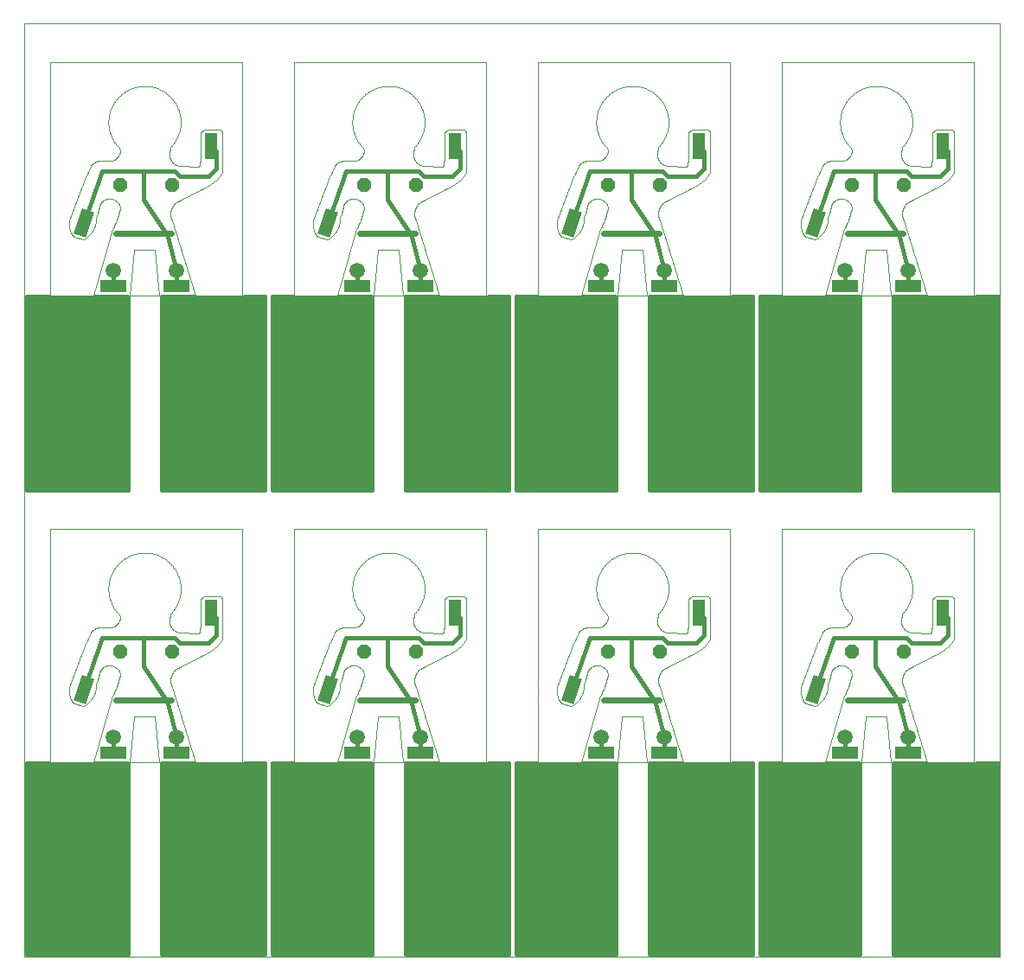
<source format=gbl>
G75*
%MOIN*%
%OFA0B0*%
%FSLAX25Y25*%
%IPPOS*%
%LPD*%
%AMOC8*
5,1,8,0,0,1.08239X$1,22.5*
%
%ADD10C,0.00000*%
%ADD11OC8,0.05200*%
%ADD12R,0.05000X0.10000*%
%ADD13R,0.10000X0.05000*%
%ADD14C,0.01600*%
%ADD15C,0.05906*%
%ADD16C,0.02400*%
%ADD17C,0.05315*%
D10*
X0016000Y0011000D02*
X0392000Y0011000D01*
X0392000Y0371000D01*
X0016000Y0371000D01*
X0016000Y0011000D01*
X0026000Y0086000D02*
X0026000Y0176000D01*
X0100000Y0176000D01*
X0100000Y0086000D01*
X0082000Y0086000D01*
X0074400Y0110500D01*
X0072900Y0115000D01*
X0072901Y0115000D02*
X0072836Y0115130D01*
X0072774Y0115261D01*
X0072717Y0115394D01*
X0072662Y0115529D01*
X0072612Y0115664D01*
X0072565Y0115802D01*
X0072521Y0115940D01*
X0072482Y0116079D01*
X0072446Y0116220D01*
X0072413Y0116361D01*
X0072385Y0116503D01*
X0072360Y0116646D01*
X0072340Y0116790D01*
X0072323Y0116934D01*
X0072309Y0117078D01*
X0072300Y0117223D01*
X0072295Y0117368D01*
X0072293Y0117513D01*
X0072295Y0117658D01*
X0072301Y0117802D01*
X0072311Y0117947D01*
X0072325Y0118091D01*
X0072343Y0118235D01*
X0072364Y0118379D01*
X0072390Y0118522D01*
X0072419Y0118664D01*
X0072452Y0118805D01*
X0072488Y0118945D01*
X0072529Y0119084D01*
X0072573Y0119222D01*
X0072620Y0119359D01*
X0072672Y0119495D01*
X0072726Y0119629D01*
X0072785Y0119762D01*
X0072847Y0119893D01*
X0072912Y0120022D01*
X0072981Y0120150D01*
X0073053Y0120276D01*
X0073129Y0120399D01*
X0073208Y0120521D01*
X0073290Y0120641D01*
X0073375Y0120758D01*
X0073463Y0120873D01*
X0073555Y0120986D01*
X0073649Y0121096D01*
X0073746Y0121203D01*
X0073846Y0121308D01*
X0073949Y0121411D01*
X0074054Y0121510D01*
X0074162Y0121607D01*
X0074273Y0121701D01*
X0074386Y0121791D01*
X0074501Y0121879D01*
X0074619Y0121964D01*
X0074739Y0122045D01*
X0074861Y0122123D01*
X0074985Y0122198D01*
X0075111Y0122270D01*
X0075239Y0122338D01*
X0075239Y0122339D02*
X0084966Y0127339D01*
X0082776Y0135728D02*
X0075900Y0136000D01*
X0075767Y0136016D01*
X0075634Y0136037D01*
X0075502Y0136062D01*
X0075371Y0136090D01*
X0075241Y0136123D01*
X0075112Y0136159D01*
X0074984Y0136199D01*
X0074857Y0136243D01*
X0074731Y0136291D01*
X0074607Y0136342D01*
X0074485Y0136397D01*
X0074364Y0136455D01*
X0074245Y0136518D01*
X0074128Y0136583D01*
X0074013Y0136652D01*
X0073900Y0136725D01*
X0073789Y0136800D01*
X0073681Y0136879D01*
X0073575Y0136961D01*
X0073471Y0137047D01*
X0073370Y0137135D01*
X0073272Y0137226D01*
X0073176Y0137320D01*
X0073083Y0137417D01*
X0072993Y0137517D01*
X0072907Y0137619D01*
X0072823Y0137724D01*
X0072742Y0137831D01*
X0072665Y0137941D01*
X0072590Y0138053D01*
X0072519Y0138167D01*
X0072452Y0138283D01*
X0072388Y0138401D01*
X0072328Y0138520D01*
X0072271Y0138642D01*
X0072218Y0138765D01*
X0072168Y0138890D01*
X0072122Y0139016D01*
X0072080Y0139143D01*
X0072042Y0139272D01*
X0072007Y0139402D01*
X0071977Y0139532D01*
X0071950Y0139664D01*
X0071927Y0139796D01*
X0071908Y0139929D01*
X0071893Y0140062D01*
X0071882Y0140196D01*
X0071875Y0140330D01*
X0071872Y0140464D01*
X0071873Y0140598D01*
X0071878Y0140733D01*
X0071887Y0140866D01*
X0071900Y0141000D01*
X0072160Y0143055D01*
X0084966Y0127338D02*
X0085328Y0127490D01*
X0085685Y0127651D01*
X0086039Y0127821D01*
X0086388Y0128000D01*
X0086733Y0128187D01*
X0087073Y0128382D01*
X0087409Y0128585D01*
X0087739Y0128797D01*
X0088064Y0129017D01*
X0088384Y0129244D01*
X0088698Y0129480D01*
X0089006Y0129722D01*
X0089308Y0129973D01*
X0089603Y0130230D01*
X0089893Y0130495D01*
X0090176Y0130767D01*
X0090452Y0131046D01*
X0090721Y0131331D01*
X0090983Y0131623D01*
X0091238Y0131921D01*
X0091486Y0132225D01*
X0091726Y0132535D01*
X0091959Y0132851D01*
X0092183Y0133172D01*
X0092400Y0133499D01*
X0092400Y0133500D02*
X0092400Y0148800D01*
X0091567Y0150000D02*
X0085914Y0150000D01*
X0085826Y0149998D01*
X0085739Y0149992D01*
X0085652Y0149983D01*
X0085565Y0149969D01*
X0085479Y0149952D01*
X0085394Y0149931D01*
X0085310Y0149907D01*
X0085227Y0149878D01*
X0085145Y0149846D01*
X0085065Y0149811D01*
X0084987Y0149772D01*
X0084910Y0149730D01*
X0084835Y0149684D01*
X0084762Y0149635D01*
X0084692Y0149583D01*
X0084624Y0149528D01*
X0084558Y0149470D01*
X0084495Y0149409D01*
X0084434Y0149346D01*
X0084377Y0149280D01*
X0084322Y0149211D01*
X0084271Y0149140D01*
X0084222Y0149067D01*
X0084177Y0148992D01*
X0084135Y0148915D01*
X0084097Y0148836D01*
X0084062Y0148756D01*
X0084031Y0148674D01*
X0084003Y0148591D01*
X0083979Y0148506D01*
X0083959Y0148421D01*
X0083942Y0148335D01*
X0083929Y0148248D01*
X0083920Y0148161D01*
X0083915Y0148073D01*
X0083914Y0147986D01*
X0083971Y0139000D01*
X0083739Y0136379D01*
X0083707Y0136319D01*
X0083672Y0136262D01*
X0083633Y0136206D01*
X0083592Y0136153D01*
X0083547Y0136102D01*
X0083500Y0136054D01*
X0083450Y0136009D01*
X0083397Y0135966D01*
X0083343Y0135927D01*
X0083286Y0135891D01*
X0083227Y0135858D01*
X0083166Y0135828D01*
X0083104Y0135802D01*
X0083040Y0135780D01*
X0082975Y0135761D01*
X0082909Y0135746D01*
X0082843Y0135735D01*
X0082776Y0135728D01*
X0092400Y0148800D02*
X0092372Y0148889D01*
X0092340Y0148976D01*
X0092305Y0149062D01*
X0092267Y0149147D01*
X0092225Y0149230D01*
X0092180Y0149311D01*
X0092132Y0149390D01*
X0092080Y0149468D01*
X0092026Y0149543D01*
X0091968Y0149616D01*
X0091908Y0149686D01*
X0091845Y0149755D01*
X0091779Y0149820D01*
X0091711Y0149883D01*
X0091640Y0149943D01*
X0091566Y0150000D01*
X0120000Y0176000D02*
X0194000Y0176000D01*
X0194000Y0086000D01*
X0176000Y0086000D01*
X0168400Y0110500D01*
X0166900Y0115000D01*
X0166901Y0115000D02*
X0166836Y0115130D01*
X0166774Y0115261D01*
X0166717Y0115394D01*
X0166662Y0115529D01*
X0166612Y0115664D01*
X0166565Y0115802D01*
X0166521Y0115940D01*
X0166482Y0116079D01*
X0166446Y0116220D01*
X0166413Y0116361D01*
X0166385Y0116503D01*
X0166360Y0116646D01*
X0166340Y0116790D01*
X0166323Y0116934D01*
X0166309Y0117078D01*
X0166300Y0117223D01*
X0166295Y0117368D01*
X0166293Y0117513D01*
X0166295Y0117658D01*
X0166301Y0117802D01*
X0166311Y0117947D01*
X0166325Y0118091D01*
X0166343Y0118235D01*
X0166364Y0118379D01*
X0166390Y0118522D01*
X0166419Y0118664D01*
X0166452Y0118805D01*
X0166488Y0118945D01*
X0166529Y0119084D01*
X0166573Y0119222D01*
X0166620Y0119359D01*
X0166672Y0119495D01*
X0166726Y0119629D01*
X0166785Y0119762D01*
X0166847Y0119893D01*
X0166912Y0120022D01*
X0166981Y0120150D01*
X0167053Y0120276D01*
X0167129Y0120399D01*
X0167208Y0120521D01*
X0167290Y0120641D01*
X0167375Y0120758D01*
X0167463Y0120873D01*
X0167555Y0120986D01*
X0167649Y0121096D01*
X0167746Y0121203D01*
X0167846Y0121308D01*
X0167949Y0121411D01*
X0168054Y0121510D01*
X0168162Y0121607D01*
X0168273Y0121701D01*
X0168386Y0121791D01*
X0168501Y0121879D01*
X0168619Y0121964D01*
X0168739Y0122045D01*
X0168861Y0122123D01*
X0168985Y0122198D01*
X0169111Y0122270D01*
X0169239Y0122338D01*
X0169239Y0122339D02*
X0178966Y0127339D01*
X0176776Y0135728D02*
X0169900Y0136000D01*
X0169767Y0136016D01*
X0169634Y0136037D01*
X0169502Y0136062D01*
X0169371Y0136090D01*
X0169241Y0136123D01*
X0169112Y0136159D01*
X0168984Y0136199D01*
X0168857Y0136243D01*
X0168731Y0136291D01*
X0168607Y0136342D01*
X0168485Y0136397D01*
X0168364Y0136455D01*
X0168245Y0136518D01*
X0168128Y0136583D01*
X0168013Y0136652D01*
X0167900Y0136725D01*
X0167789Y0136800D01*
X0167681Y0136879D01*
X0167575Y0136961D01*
X0167471Y0137047D01*
X0167370Y0137135D01*
X0167272Y0137226D01*
X0167176Y0137320D01*
X0167083Y0137417D01*
X0166993Y0137517D01*
X0166907Y0137619D01*
X0166823Y0137724D01*
X0166742Y0137831D01*
X0166665Y0137941D01*
X0166590Y0138053D01*
X0166519Y0138167D01*
X0166452Y0138283D01*
X0166388Y0138401D01*
X0166328Y0138520D01*
X0166271Y0138642D01*
X0166218Y0138765D01*
X0166168Y0138890D01*
X0166122Y0139016D01*
X0166080Y0139143D01*
X0166042Y0139272D01*
X0166007Y0139402D01*
X0165977Y0139532D01*
X0165950Y0139664D01*
X0165927Y0139796D01*
X0165908Y0139929D01*
X0165893Y0140062D01*
X0165882Y0140196D01*
X0165875Y0140330D01*
X0165872Y0140464D01*
X0165873Y0140598D01*
X0165878Y0140733D01*
X0165887Y0140866D01*
X0165900Y0141000D01*
X0166160Y0143055D01*
X0178966Y0127338D02*
X0179328Y0127490D01*
X0179685Y0127651D01*
X0180039Y0127821D01*
X0180388Y0128000D01*
X0180733Y0128187D01*
X0181073Y0128382D01*
X0181409Y0128585D01*
X0181739Y0128797D01*
X0182064Y0129017D01*
X0182384Y0129244D01*
X0182698Y0129480D01*
X0183006Y0129722D01*
X0183308Y0129973D01*
X0183603Y0130230D01*
X0183893Y0130495D01*
X0184176Y0130767D01*
X0184452Y0131046D01*
X0184721Y0131331D01*
X0184983Y0131623D01*
X0185238Y0131921D01*
X0185486Y0132225D01*
X0185726Y0132535D01*
X0185959Y0132851D01*
X0186183Y0133172D01*
X0186400Y0133499D01*
X0186400Y0133500D02*
X0186400Y0148800D01*
X0185567Y0150000D02*
X0179914Y0150000D01*
X0179826Y0149998D01*
X0179739Y0149992D01*
X0179652Y0149983D01*
X0179565Y0149969D01*
X0179479Y0149952D01*
X0179394Y0149931D01*
X0179310Y0149907D01*
X0179227Y0149878D01*
X0179145Y0149846D01*
X0179065Y0149811D01*
X0178987Y0149772D01*
X0178910Y0149730D01*
X0178835Y0149684D01*
X0178762Y0149635D01*
X0178692Y0149583D01*
X0178624Y0149528D01*
X0178558Y0149470D01*
X0178495Y0149409D01*
X0178434Y0149346D01*
X0178377Y0149280D01*
X0178322Y0149211D01*
X0178271Y0149140D01*
X0178222Y0149067D01*
X0178177Y0148992D01*
X0178135Y0148915D01*
X0178097Y0148836D01*
X0178062Y0148756D01*
X0178031Y0148674D01*
X0178003Y0148591D01*
X0177979Y0148506D01*
X0177959Y0148421D01*
X0177942Y0148335D01*
X0177929Y0148248D01*
X0177920Y0148161D01*
X0177915Y0148073D01*
X0177914Y0147986D01*
X0177971Y0139000D01*
X0177739Y0136379D01*
X0177707Y0136319D01*
X0177672Y0136262D01*
X0177633Y0136206D01*
X0177592Y0136153D01*
X0177547Y0136102D01*
X0177500Y0136054D01*
X0177450Y0136009D01*
X0177397Y0135966D01*
X0177343Y0135927D01*
X0177286Y0135891D01*
X0177227Y0135858D01*
X0177166Y0135828D01*
X0177104Y0135802D01*
X0177040Y0135780D01*
X0176975Y0135761D01*
X0176909Y0135746D01*
X0176843Y0135735D01*
X0176776Y0135728D01*
X0186400Y0148800D02*
X0186372Y0148889D01*
X0186340Y0148976D01*
X0186305Y0149062D01*
X0186267Y0149147D01*
X0186225Y0149230D01*
X0186180Y0149311D01*
X0186132Y0149390D01*
X0186080Y0149468D01*
X0186026Y0149543D01*
X0185968Y0149616D01*
X0185908Y0149686D01*
X0185845Y0149755D01*
X0185779Y0149820D01*
X0185711Y0149883D01*
X0185640Y0149943D01*
X0185566Y0150000D01*
X0166159Y0143056D02*
X0166397Y0143299D01*
X0166628Y0143548D01*
X0166853Y0143802D01*
X0167072Y0144062D01*
X0167285Y0144328D01*
X0167491Y0144598D01*
X0167690Y0144873D01*
X0167882Y0145153D01*
X0168068Y0145438D01*
X0168247Y0145727D01*
X0168418Y0146020D01*
X0168582Y0146318D01*
X0168739Y0146619D01*
X0168889Y0146924D01*
X0169031Y0147233D01*
X0169166Y0147545D01*
X0169292Y0147861D01*
X0169412Y0148179D01*
X0169523Y0148500D01*
X0169626Y0148824D01*
X0169722Y0149150D01*
X0169809Y0149478D01*
X0169889Y0149809D01*
X0169960Y0150141D01*
X0170023Y0150475D01*
X0170079Y0150810D01*
X0170125Y0151147D01*
X0170164Y0151484D01*
X0170194Y0151823D01*
X0170217Y0152162D01*
X0170230Y0152502D01*
X0170236Y0152841D01*
X0170233Y0153181D01*
X0170222Y0153521D01*
X0170203Y0153860D01*
X0170175Y0154199D01*
X0170139Y0154537D01*
X0170095Y0154874D01*
X0170043Y0155210D01*
X0169982Y0155544D01*
X0169914Y0155877D01*
X0169837Y0156208D01*
X0169752Y0156537D01*
X0169659Y0156864D01*
X0169558Y0157188D01*
X0169450Y0157510D01*
X0169333Y0157830D01*
X0169209Y0158146D01*
X0169077Y0158459D01*
X0168937Y0158769D01*
X0168790Y0159075D01*
X0168636Y0159378D01*
X0168474Y0159677D01*
X0168305Y0159972D01*
X0168128Y0160262D01*
X0167945Y0160548D01*
X0167755Y0160830D01*
X0167558Y0161107D01*
X0167354Y0161379D01*
X0167144Y0161646D01*
X0166927Y0161907D01*
X0166704Y0162164D01*
X0166474Y0162415D01*
X0166239Y0162660D01*
X0165998Y0162899D01*
X0165751Y0163132D01*
X0165498Y0163360D01*
X0165240Y0163581D01*
X0164976Y0163795D01*
X0164708Y0164004D01*
X0164434Y0164205D01*
X0164156Y0164400D01*
X0163872Y0164588D01*
X0163585Y0164769D01*
X0163293Y0164943D01*
X0162997Y0165109D01*
X0162697Y0165269D01*
X0162393Y0165421D01*
X0162085Y0165566D01*
X0161774Y0165703D01*
X0161460Y0165832D01*
X0161143Y0165954D01*
X0160822Y0166068D01*
X0160500Y0166174D01*
X0160174Y0166272D01*
X0159846Y0166362D01*
X0159517Y0166444D01*
X0159185Y0166518D01*
X0158852Y0166584D01*
X0158517Y0166642D01*
X0158181Y0166692D01*
X0157843Y0166733D01*
X0157505Y0166766D01*
X0157166Y0166791D01*
X0156827Y0166808D01*
X0156487Y0166816D01*
X0156147Y0166816D01*
X0155807Y0166808D01*
X0155468Y0166791D01*
X0155129Y0166766D01*
X0154791Y0166733D01*
X0154453Y0166692D01*
X0154117Y0166642D01*
X0153782Y0166584D01*
X0153449Y0166518D01*
X0153117Y0166444D01*
X0152788Y0166362D01*
X0152460Y0166272D01*
X0152134Y0166174D01*
X0151812Y0166068D01*
X0151491Y0165954D01*
X0151174Y0165832D01*
X0150860Y0165703D01*
X0150549Y0165566D01*
X0150241Y0165421D01*
X0149937Y0165269D01*
X0149637Y0165109D01*
X0149341Y0164943D01*
X0149049Y0164769D01*
X0148762Y0164588D01*
X0148478Y0164400D01*
X0148200Y0164205D01*
X0147926Y0164004D01*
X0147658Y0163795D01*
X0147394Y0163581D01*
X0147136Y0163360D01*
X0146883Y0163132D01*
X0146636Y0162899D01*
X0146395Y0162660D01*
X0146160Y0162415D01*
X0145930Y0162164D01*
X0145707Y0161907D01*
X0145490Y0161646D01*
X0145280Y0161379D01*
X0145076Y0161107D01*
X0144879Y0160830D01*
X0144689Y0160548D01*
X0144506Y0160262D01*
X0144329Y0159972D01*
X0144160Y0159677D01*
X0143998Y0159378D01*
X0143844Y0159075D01*
X0143697Y0158769D01*
X0143557Y0158459D01*
X0143425Y0158146D01*
X0143301Y0157830D01*
X0143184Y0157510D01*
X0143076Y0157188D01*
X0142975Y0156864D01*
X0142882Y0156537D01*
X0142797Y0156208D01*
X0142720Y0155877D01*
X0142652Y0155544D01*
X0142591Y0155210D01*
X0142539Y0154874D01*
X0142495Y0154537D01*
X0142459Y0154199D01*
X0142431Y0153860D01*
X0142412Y0153521D01*
X0142401Y0153181D01*
X0142398Y0152841D01*
X0142404Y0152502D01*
X0142417Y0152162D01*
X0142440Y0151823D01*
X0142470Y0151484D01*
X0142509Y0151147D01*
X0142555Y0150810D01*
X0142611Y0150475D01*
X0142674Y0150141D01*
X0142745Y0149809D01*
X0142825Y0149478D01*
X0142912Y0149150D01*
X0143008Y0148824D01*
X0143111Y0148500D01*
X0143222Y0148179D01*
X0143342Y0147861D01*
X0143468Y0147545D01*
X0143603Y0147233D01*
X0143745Y0146924D01*
X0143895Y0146619D01*
X0144052Y0146318D01*
X0144216Y0146020D01*
X0144387Y0145727D01*
X0144566Y0145438D01*
X0144752Y0145153D01*
X0144944Y0144873D01*
X0145143Y0144598D01*
X0145349Y0144328D01*
X0145562Y0144062D01*
X0145781Y0143802D01*
X0146006Y0143548D01*
X0146237Y0143299D01*
X0146475Y0143056D01*
X0146475Y0143055D02*
X0146900Y0142000D01*
X0146898Y0141874D01*
X0146892Y0141749D01*
X0146882Y0141624D01*
X0146868Y0141499D01*
X0146851Y0141374D01*
X0146829Y0141250D01*
X0146804Y0141127D01*
X0146774Y0141005D01*
X0146741Y0140884D01*
X0146704Y0140764D01*
X0146664Y0140645D01*
X0146619Y0140528D01*
X0146571Y0140411D01*
X0146519Y0140297D01*
X0146464Y0140184D01*
X0146405Y0140073D01*
X0146343Y0139964D01*
X0146277Y0139857D01*
X0146208Y0139752D01*
X0146136Y0139649D01*
X0146061Y0139548D01*
X0145982Y0139450D01*
X0145900Y0139355D01*
X0145816Y0139262D01*
X0145728Y0139172D01*
X0145638Y0139084D01*
X0145545Y0139000D01*
X0145450Y0138918D01*
X0145352Y0138839D01*
X0145251Y0138764D01*
X0145148Y0138692D01*
X0145043Y0138623D01*
X0144936Y0138557D01*
X0144827Y0138495D01*
X0144716Y0138436D01*
X0144603Y0138381D01*
X0144489Y0138329D01*
X0144372Y0138281D01*
X0144255Y0138236D01*
X0144136Y0138196D01*
X0144016Y0138159D01*
X0143895Y0138126D01*
X0143773Y0138096D01*
X0143650Y0138071D01*
X0143526Y0138049D01*
X0143401Y0138032D01*
X0143276Y0138018D01*
X0143151Y0138008D01*
X0143026Y0138002D01*
X0142900Y0138000D01*
X0140023Y0138000D01*
X0136001Y0136521D02*
X0134363Y0133075D01*
X0136001Y0136520D02*
X0136098Y0136620D01*
X0136198Y0136716D01*
X0136300Y0136809D01*
X0136406Y0136900D01*
X0136513Y0136987D01*
X0136623Y0137072D01*
X0136736Y0137153D01*
X0136851Y0137231D01*
X0136968Y0137305D01*
X0137087Y0137376D01*
X0137208Y0137444D01*
X0137331Y0137508D01*
X0137455Y0137569D01*
X0137582Y0137626D01*
X0137710Y0137680D01*
X0137839Y0137729D01*
X0137970Y0137775D01*
X0138102Y0137818D01*
X0138236Y0137856D01*
X0138370Y0137891D01*
X0138505Y0137922D01*
X0138641Y0137948D01*
X0138778Y0137971D01*
X0138915Y0137990D01*
X0139053Y0138005D01*
X0139192Y0138017D01*
X0139330Y0138024D01*
X0139469Y0138027D01*
X0139607Y0138026D01*
X0139746Y0138021D01*
X0139884Y0138012D01*
X0140023Y0138000D01*
X0132426Y0128242D02*
X0127400Y0114929D01*
X0132674Y0107522D02*
X0132879Y0107640D01*
X0133081Y0107762D01*
X0133280Y0107890D01*
X0133477Y0108022D01*
X0133669Y0108159D01*
X0133859Y0108300D01*
X0134045Y0108446D01*
X0134227Y0108597D01*
X0134406Y0108751D01*
X0134581Y0108910D01*
X0134752Y0109074D01*
X0134919Y0109241D01*
X0135082Y0109412D01*
X0135241Y0109587D01*
X0135396Y0109766D01*
X0135546Y0109949D01*
X0135692Y0110135D01*
X0135833Y0110325D01*
X0135970Y0110517D01*
X0136102Y0110714D01*
X0136229Y0110913D01*
X0136352Y0111115D01*
X0136469Y0111320D01*
X0136582Y0111528D01*
X0136689Y0111739D01*
X0136792Y0111952D01*
X0136889Y0112168D01*
X0136981Y0112386D01*
X0137068Y0112605D01*
X0137149Y0112827D01*
X0137225Y0113051D01*
X0137296Y0113277D01*
X0137361Y0113504D01*
X0137421Y0113733D01*
X0137475Y0113963D01*
X0137524Y0114195D01*
X0137567Y0114427D01*
X0137604Y0114661D01*
X0137636Y0114895D01*
X0137662Y0115130D01*
X0137683Y0115366D01*
X0137697Y0115602D01*
X0137707Y0115838D01*
X0137706Y0115838D02*
X0138200Y0117800D01*
X0138800Y0120300D01*
X0138835Y0120423D01*
X0138875Y0120545D01*
X0138918Y0120666D01*
X0138965Y0120785D01*
X0139016Y0120903D01*
X0139070Y0121019D01*
X0139128Y0121134D01*
X0139189Y0121247D01*
X0139254Y0121357D01*
X0139322Y0121466D01*
X0139394Y0121573D01*
X0139468Y0121677D01*
X0139546Y0121779D01*
X0139627Y0121878D01*
X0139711Y0121975D01*
X0139798Y0122070D01*
X0139888Y0122161D01*
X0139981Y0122250D01*
X0140076Y0122336D01*
X0140174Y0122419D01*
X0140274Y0122499D01*
X0140377Y0122576D01*
X0140482Y0122649D01*
X0140590Y0122719D01*
X0140699Y0122786D01*
X0140811Y0122850D01*
X0140924Y0122910D01*
X0141039Y0122966D01*
X0141156Y0123019D01*
X0141275Y0123068D01*
X0141394Y0123114D01*
X0141516Y0123156D01*
X0141638Y0123194D01*
X0141762Y0123229D01*
X0141886Y0123259D01*
X0142012Y0123286D01*
X0142138Y0123309D01*
X0142265Y0123328D01*
X0142392Y0123343D01*
X0142520Y0123354D01*
X0142648Y0123361D01*
X0142777Y0123364D01*
X0142905Y0123363D01*
X0143033Y0123358D01*
X0143161Y0123350D01*
X0143289Y0123337D01*
X0143416Y0123320D01*
X0143543Y0123300D01*
X0143669Y0123276D01*
X0143794Y0123247D01*
X0143918Y0123215D01*
X0144041Y0123179D01*
X0144163Y0123140D01*
X0144284Y0123096D01*
X0144403Y0123049D01*
X0144521Y0122998D01*
X0144637Y0122944D01*
X0144752Y0122886D01*
X0144864Y0122825D01*
X0144975Y0122760D01*
X0145084Y0122691D01*
X0145190Y0122620D01*
X0145294Y0122545D01*
X0145396Y0122467D01*
X0145496Y0122386D01*
X0145593Y0122302D01*
X0145687Y0122215D01*
X0145778Y0122125D01*
X0145867Y0122032D01*
X0145953Y0121937D01*
X0146036Y0121839D01*
X0146115Y0121738D01*
X0146192Y0121635D01*
X0146265Y0121530D01*
X0146336Y0121423D01*
X0146402Y0121313D01*
X0146466Y0121202D01*
X0146526Y0121088D01*
X0146582Y0120973D01*
X0146635Y0120856D01*
X0146684Y0120737D01*
X0146730Y0120617D01*
X0146771Y0120496D01*
X0146809Y0120374D01*
X0146844Y0120250D01*
X0146874Y0120125D01*
X0146901Y0120000D01*
X0132426Y0128242D02*
X0132499Y0128583D01*
X0132581Y0128922D01*
X0132671Y0129260D01*
X0132769Y0129595D01*
X0132875Y0129927D01*
X0132989Y0130257D01*
X0133111Y0130584D01*
X0133241Y0130908D01*
X0133378Y0131229D01*
X0133524Y0131546D01*
X0133677Y0131860D01*
X0133837Y0132170D01*
X0134005Y0132476D01*
X0134180Y0132778D01*
X0134363Y0133075D01*
X0146900Y0120000D02*
X0146798Y0119404D01*
X0146682Y0118811D01*
X0146551Y0118221D01*
X0146406Y0117635D01*
X0146247Y0117052D01*
X0146074Y0116473D01*
X0145887Y0115898D01*
X0145686Y0115328D01*
X0145471Y0114764D01*
X0145242Y0114204D01*
X0145000Y0113651D01*
X0144745Y0113103D01*
X0144476Y0112562D01*
X0144195Y0112027D01*
X0143900Y0111500D01*
X0136500Y0086000D01*
X0120000Y0086000D01*
X0120000Y0176000D01*
X0072159Y0143056D02*
X0072397Y0143299D01*
X0072628Y0143548D01*
X0072853Y0143802D01*
X0073072Y0144062D01*
X0073285Y0144328D01*
X0073491Y0144598D01*
X0073690Y0144873D01*
X0073882Y0145153D01*
X0074068Y0145438D01*
X0074247Y0145727D01*
X0074418Y0146020D01*
X0074582Y0146318D01*
X0074739Y0146619D01*
X0074889Y0146924D01*
X0075031Y0147233D01*
X0075166Y0147545D01*
X0075292Y0147861D01*
X0075412Y0148179D01*
X0075523Y0148500D01*
X0075626Y0148824D01*
X0075722Y0149150D01*
X0075809Y0149478D01*
X0075889Y0149809D01*
X0075960Y0150141D01*
X0076023Y0150475D01*
X0076079Y0150810D01*
X0076125Y0151147D01*
X0076164Y0151484D01*
X0076194Y0151823D01*
X0076217Y0152162D01*
X0076230Y0152502D01*
X0076236Y0152841D01*
X0076233Y0153181D01*
X0076222Y0153521D01*
X0076203Y0153860D01*
X0076175Y0154199D01*
X0076139Y0154537D01*
X0076095Y0154874D01*
X0076043Y0155210D01*
X0075982Y0155544D01*
X0075914Y0155877D01*
X0075837Y0156208D01*
X0075752Y0156537D01*
X0075659Y0156864D01*
X0075558Y0157188D01*
X0075450Y0157510D01*
X0075333Y0157830D01*
X0075209Y0158146D01*
X0075077Y0158459D01*
X0074937Y0158769D01*
X0074790Y0159075D01*
X0074636Y0159378D01*
X0074474Y0159677D01*
X0074305Y0159972D01*
X0074128Y0160262D01*
X0073945Y0160548D01*
X0073755Y0160830D01*
X0073558Y0161107D01*
X0073354Y0161379D01*
X0073144Y0161646D01*
X0072927Y0161907D01*
X0072704Y0162164D01*
X0072474Y0162415D01*
X0072239Y0162660D01*
X0071998Y0162899D01*
X0071751Y0163132D01*
X0071498Y0163360D01*
X0071240Y0163581D01*
X0070976Y0163795D01*
X0070708Y0164004D01*
X0070434Y0164205D01*
X0070156Y0164400D01*
X0069872Y0164588D01*
X0069585Y0164769D01*
X0069293Y0164943D01*
X0068997Y0165109D01*
X0068697Y0165269D01*
X0068393Y0165421D01*
X0068085Y0165566D01*
X0067774Y0165703D01*
X0067460Y0165832D01*
X0067143Y0165954D01*
X0066822Y0166068D01*
X0066500Y0166174D01*
X0066174Y0166272D01*
X0065846Y0166362D01*
X0065517Y0166444D01*
X0065185Y0166518D01*
X0064852Y0166584D01*
X0064517Y0166642D01*
X0064181Y0166692D01*
X0063843Y0166733D01*
X0063505Y0166766D01*
X0063166Y0166791D01*
X0062827Y0166808D01*
X0062487Y0166816D01*
X0062147Y0166816D01*
X0061807Y0166808D01*
X0061468Y0166791D01*
X0061129Y0166766D01*
X0060791Y0166733D01*
X0060453Y0166692D01*
X0060117Y0166642D01*
X0059782Y0166584D01*
X0059449Y0166518D01*
X0059117Y0166444D01*
X0058788Y0166362D01*
X0058460Y0166272D01*
X0058134Y0166174D01*
X0057812Y0166068D01*
X0057491Y0165954D01*
X0057174Y0165832D01*
X0056860Y0165703D01*
X0056549Y0165566D01*
X0056241Y0165421D01*
X0055937Y0165269D01*
X0055637Y0165109D01*
X0055341Y0164943D01*
X0055049Y0164769D01*
X0054762Y0164588D01*
X0054478Y0164400D01*
X0054200Y0164205D01*
X0053926Y0164004D01*
X0053658Y0163795D01*
X0053394Y0163581D01*
X0053136Y0163360D01*
X0052883Y0163132D01*
X0052636Y0162899D01*
X0052395Y0162660D01*
X0052160Y0162415D01*
X0051930Y0162164D01*
X0051707Y0161907D01*
X0051490Y0161646D01*
X0051280Y0161379D01*
X0051076Y0161107D01*
X0050879Y0160830D01*
X0050689Y0160548D01*
X0050506Y0160262D01*
X0050329Y0159972D01*
X0050160Y0159677D01*
X0049998Y0159378D01*
X0049844Y0159075D01*
X0049697Y0158769D01*
X0049557Y0158459D01*
X0049425Y0158146D01*
X0049301Y0157830D01*
X0049184Y0157510D01*
X0049076Y0157188D01*
X0048975Y0156864D01*
X0048882Y0156537D01*
X0048797Y0156208D01*
X0048720Y0155877D01*
X0048652Y0155544D01*
X0048591Y0155210D01*
X0048539Y0154874D01*
X0048495Y0154537D01*
X0048459Y0154199D01*
X0048431Y0153860D01*
X0048412Y0153521D01*
X0048401Y0153181D01*
X0048398Y0152841D01*
X0048404Y0152502D01*
X0048417Y0152162D01*
X0048440Y0151823D01*
X0048470Y0151484D01*
X0048509Y0151147D01*
X0048555Y0150810D01*
X0048611Y0150475D01*
X0048674Y0150141D01*
X0048745Y0149809D01*
X0048825Y0149478D01*
X0048912Y0149150D01*
X0049008Y0148824D01*
X0049111Y0148500D01*
X0049222Y0148179D01*
X0049342Y0147861D01*
X0049468Y0147545D01*
X0049603Y0147233D01*
X0049745Y0146924D01*
X0049895Y0146619D01*
X0050052Y0146318D01*
X0050216Y0146020D01*
X0050387Y0145727D01*
X0050566Y0145438D01*
X0050752Y0145153D01*
X0050944Y0144873D01*
X0051143Y0144598D01*
X0051349Y0144328D01*
X0051562Y0144062D01*
X0051781Y0143802D01*
X0052006Y0143548D01*
X0052237Y0143299D01*
X0052475Y0143056D01*
X0052475Y0143055D02*
X0052900Y0142000D01*
X0052898Y0141874D01*
X0052892Y0141749D01*
X0052882Y0141624D01*
X0052868Y0141499D01*
X0052851Y0141374D01*
X0052829Y0141250D01*
X0052804Y0141127D01*
X0052774Y0141005D01*
X0052741Y0140884D01*
X0052704Y0140764D01*
X0052664Y0140645D01*
X0052619Y0140528D01*
X0052571Y0140411D01*
X0052519Y0140297D01*
X0052464Y0140184D01*
X0052405Y0140073D01*
X0052343Y0139964D01*
X0052277Y0139857D01*
X0052208Y0139752D01*
X0052136Y0139649D01*
X0052061Y0139548D01*
X0051982Y0139450D01*
X0051900Y0139355D01*
X0051816Y0139262D01*
X0051728Y0139172D01*
X0051638Y0139084D01*
X0051545Y0139000D01*
X0051450Y0138918D01*
X0051352Y0138839D01*
X0051251Y0138764D01*
X0051148Y0138692D01*
X0051043Y0138623D01*
X0050936Y0138557D01*
X0050827Y0138495D01*
X0050716Y0138436D01*
X0050603Y0138381D01*
X0050489Y0138329D01*
X0050372Y0138281D01*
X0050255Y0138236D01*
X0050136Y0138196D01*
X0050016Y0138159D01*
X0049895Y0138126D01*
X0049773Y0138096D01*
X0049650Y0138071D01*
X0049526Y0138049D01*
X0049401Y0138032D01*
X0049276Y0138018D01*
X0049151Y0138008D01*
X0049026Y0138002D01*
X0048900Y0138000D01*
X0046023Y0138000D01*
X0042001Y0136521D02*
X0040363Y0133075D01*
X0042001Y0136520D02*
X0042098Y0136620D01*
X0042198Y0136716D01*
X0042300Y0136809D01*
X0042406Y0136900D01*
X0042513Y0136987D01*
X0042623Y0137072D01*
X0042736Y0137153D01*
X0042851Y0137231D01*
X0042968Y0137305D01*
X0043087Y0137376D01*
X0043208Y0137444D01*
X0043331Y0137508D01*
X0043455Y0137569D01*
X0043582Y0137626D01*
X0043710Y0137680D01*
X0043839Y0137729D01*
X0043970Y0137775D01*
X0044102Y0137818D01*
X0044236Y0137856D01*
X0044370Y0137891D01*
X0044505Y0137922D01*
X0044641Y0137948D01*
X0044778Y0137971D01*
X0044915Y0137990D01*
X0045053Y0138005D01*
X0045192Y0138017D01*
X0045330Y0138024D01*
X0045469Y0138027D01*
X0045607Y0138026D01*
X0045746Y0138021D01*
X0045884Y0138012D01*
X0046023Y0138000D01*
X0038426Y0128242D02*
X0033400Y0114929D01*
X0038674Y0107522D02*
X0038879Y0107640D01*
X0039081Y0107762D01*
X0039280Y0107890D01*
X0039477Y0108022D01*
X0039669Y0108159D01*
X0039859Y0108300D01*
X0040045Y0108446D01*
X0040227Y0108597D01*
X0040406Y0108751D01*
X0040581Y0108910D01*
X0040752Y0109074D01*
X0040919Y0109241D01*
X0041082Y0109412D01*
X0041241Y0109587D01*
X0041396Y0109766D01*
X0041546Y0109949D01*
X0041692Y0110135D01*
X0041833Y0110325D01*
X0041970Y0110517D01*
X0042102Y0110714D01*
X0042229Y0110913D01*
X0042352Y0111115D01*
X0042469Y0111320D01*
X0042582Y0111528D01*
X0042689Y0111739D01*
X0042792Y0111952D01*
X0042889Y0112168D01*
X0042981Y0112386D01*
X0043068Y0112605D01*
X0043149Y0112827D01*
X0043225Y0113051D01*
X0043296Y0113277D01*
X0043361Y0113504D01*
X0043421Y0113733D01*
X0043475Y0113963D01*
X0043524Y0114195D01*
X0043567Y0114427D01*
X0043604Y0114661D01*
X0043636Y0114895D01*
X0043662Y0115130D01*
X0043683Y0115366D01*
X0043697Y0115602D01*
X0043707Y0115838D01*
X0043706Y0115838D02*
X0044200Y0117800D01*
X0044800Y0120300D01*
X0044835Y0120423D01*
X0044875Y0120545D01*
X0044918Y0120666D01*
X0044965Y0120785D01*
X0045016Y0120903D01*
X0045070Y0121019D01*
X0045128Y0121134D01*
X0045189Y0121247D01*
X0045254Y0121357D01*
X0045322Y0121466D01*
X0045394Y0121573D01*
X0045468Y0121677D01*
X0045546Y0121779D01*
X0045627Y0121878D01*
X0045711Y0121975D01*
X0045798Y0122070D01*
X0045888Y0122161D01*
X0045981Y0122250D01*
X0046076Y0122336D01*
X0046174Y0122419D01*
X0046274Y0122499D01*
X0046377Y0122576D01*
X0046482Y0122649D01*
X0046590Y0122719D01*
X0046699Y0122786D01*
X0046811Y0122850D01*
X0046924Y0122910D01*
X0047039Y0122966D01*
X0047156Y0123019D01*
X0047275Y0123068D01*
X0047394Y0123114D01*
X0047516Y0123156D01*
X0047638Y0123194D01*
X0047762Y0123229D01*
X0047886Y0123259D01*
X0048012Y0123286D01*
X0048138Y0123309D01*
X0048265Y0123328D01*
X0048392Y0123343D01*
X0048520Y0123354D01*
X0048648Y0123361D01*
X0048777Y0123364D01*
X0048905Y0123363D01*
X0049033Y0123358D01*
X0049161Y0123350D01*
X0049289Y0123337D01*
X0049416Y0123320D01*
X0049543Y0123300D01*
X0049669Y0123276D01*
X0049794Y0123247D01*
X0049918Y0123215D01*
X0050041Y0123179D01*
X0050163Y0123140D01*
X0050284Y0123096D01*
X0050403Y0123049D01*
X0050521Y0122998D01*
X0050637Y0122944D01*
X0050752Y0122886D01*
X0050864Y0122825D01*
X0050975Y0122760D01*
X0051084Y0122691D01*
X0051190Y0122620D01*
X0051294Y0122545D01*
X0051396Y0122467D01*
X0051496Y0122386D01*
X0051593Y0122302D01*
X0051687Y0122215D01*
X0051778Y0122125D01*
X0051867Y0122032D01*
X0051953Y0121937D01*
X0052036Y0121839D01*
X0052115Y0121738D01*
X0052192Y0121635D01*
X0052265Y0121530D01*
X0052336Y0121423D01*
X0052402Y0121313D01*
X0052466Y0121202D01*
X0052526Y0121088D01*
X0052582Y0120973D01*
X0052635Y0120856D01*
X0052684Y0120737D01*
X0052730Y0120617D01*
X0052771Y0120496D01*
X0052809Y0120374D01*
X0052844Y0120250D01*
X0052874Y0120125D01*
X0052901Y0120000D01*
X0038426Y0128242D02*
X0038499Y0128583D01*
X0038581Y0128922D01*
X0038671Y0129260D01*
X0038769Y0129595D01*
X0038875Y0129927D01*
X0038989Y0130257D01*
X0039111Y0130584D01*
X0039241Y0130908D01*
X0039378Y0131229D01*
X0039524Y0131546D01*
X0039677Y0131860D01*
X0039837Y0132170D01*
X0040005Y0132476D01*
X0040180Y0132778D01*
X0040363Y0133075D01*
X0052900Y0120000D02*
X0052798Y0119404D01*
X0052682Y0118811D01*
X0052551Y0118221D01*
X0052406Y0117635D01*
X0052247Y0117052D01*
X0052074Y0116473D01*
X0051887Y0115898D01*
X0051686Y0115328D01*
X0051471Y0114764D01*
X0051242Y0114204D01*
X0051000Y0113651D01*
X0050745Y0113103D01*
X0050476Y0112562D01*
X0050195Y0112027D01*
X0049900Y0111500D01*
X0042500Y0086000D01*
X0026000Y0086000D01*
X0035359Y0108622D02*
X0038674Y0107522D01*
X0035359Y0108622D02*
X0035280Y0108647D01*
X0035202Y0108675D01*
X0035125Y0108707D01*
X0035050Y0108743D01*
X0034977Y0108782D01*
X0034905Y0108824D01*
X0034836Y0108870D01*
X0034768Y0108919D01*
X0034704Y0108971D01*
X0034641Y0109025D01*
X0034581Y0109083D01*
X0034524Y0109143D01*
X0034470Y0109206D01*
X0034418Y0109271D01*
X0034370Y0109339D01*
X0034325Y0109409D01*
X0034283Y0109480D01*
X0034244Y0109554D01*
X0034209Y0109629D01*
X0034178Y0109706D01*
X0034150Y0109784D01*
X0034125Y0109864D01*
X0034105Y0109944D01*
X0034088Y0110026D01*
X0033400Y0112280D01*
X0033400Y0112279D02*
X0033358Y0112390D01*
X0033320Y0112501D01*
X0033286Y0112614D01*
X0033255Y0112728D01*
X0033229Y0112843D01*
X0033205Y0112959D01*
X0033186Y0113075D01*
X0033171Y0113192D01*
X0033159Y0113309D01*
X0033151Y0113427D01*
X0033147Y0113545D01*
X0033147Y0113663D01*
X0033151Y0113781D01*
X0033159Y0113899D01*
X0033171Y0114016D01*
X0033186Y0114133D01*
X0033205Y0114249D01*
X0033229Y0114365D01*
X0033255Y0114480D01*
X0033286Y0114594D01*
X0033320Y0114707D01*
X0033358Y0114818D01*
X0033400Y0114929D01*
X0058380Y0103622D02*
X0056500Y0086000D01*
X0068000Y0086000D01*
X0066254Y0103622D01*
X0058380Y0103622D01*
X0127400Y0112280D02*
X0128088Y0110026D01*
X0128105Y0109944D01*
X0128125Y0109864D01*
X0128150Y0109784D01*
X0128178Y0109706D01*
X0128209Y0109629D01*
X0128244Y0109554D01*
X0128283Y0109480D01*
X0128325Y0109409D01*
X0128370Y0109339D01*
X0128418Y0109271D01*
X0128470Y0109206D01*
X0128524Y0109143D01*
X0128581Y0109083D01*
X0128641Y0109025D01*
X0128704Y0108971D01*
X0128768Y0108919D01*
X0128836Y0108870D01*
X0128905Y0108824D01*
X0128977Y0108782D01*
X0129050Y0108743D01*
X0129125Y0108707D01*
X0129202Y0108675D01*
X0129280Y0108647D01*
X0129359Y0108622D01*
X0132674Y0107522D01*
X0127400Y0112279D02*
X0127358Y0112390D01*
X0127320Y0112501D01*
X0127286Y0112614D01*
X0127255Y0112728D01*
X0127229Y0112843D01*
X0127205Y0112959D01*
X0127186Y0113075D01*
X0127171Y0113192D01*
X0127159Y0113309D01*
X0127151Y0113427D01*
X0127147Y0113545D01*
X0127147Y0113663D01*
X0127151Y0113781D01*
X0127159Y0113899D01*
X0127171Y0114016D01*
X0127186Y0114133D01*
X0127205Y0114249D01*
X0127229Y0114365D01*
X0127255Y0114480D01*
X0127286Y0114594D01*
X0127320Y0114707D01*
X0127358Y0114818D01*
X0127400Y0114929D01*
X0152380Y0103622D02*
X0150500Y0086000D01*
X0162000Y0086000D01*
X0160254Y0103622D01*
X0152380Y0103622D01*
X0214000Y0086000D02*
X0214000Y0176000D01*
X0288000Y0176000D01*
X0288000Y0086000D01*
X0270000Y0086000D01*
X0262400Y0110500D01*
X0260900Y0115000D01*
X0260901Y0115000D02*
X0260836Y0115130D01*
X0260774Y0115261D01*
X0260717Y0115394D01*
X0260662Y0115529D01*
X0260612Y0115664D01*
X0260565Y0115802D01*
X0260521Y0115940D01*
X0260482Y0116079D01*
X0260446Y0116220D01*
X0260413Y0116361D01*
X0260385Y0116503D01*
X0260360Y0116646D01*
X0260340Y0116790D01*
X0260323Y0116934D01*
X0260309Y0117078D01*
X0260300Y0117223D01*
X0260295Y0117368D01*
X0260293Y0117513D01*
X0260295Y0117658D01*
X0260301Y0117802D01*
X0260311Y0117947D01*
X0260325Y0118091D01*
X0260343Y0118235D01*
X0260364Y0118379D01*
X0260390Y0118522D01*
X0260419Y0118664D01*
X0260452Y0118805D01*
X0260488Y0118945D01*
X0260529Y0119084D01*
X0260573Y0119222D01*
X0260620Y0119359D01*
X0260672Y0119495D01*
X0260726Y0119629D01*
X0260785Y0119762D01*
X0260847Y0119893D01*
X0260912Y0120022D01*
X0260981Y0120150D01*
X0261053Y0120276D01*
X0261129Y0120399D01*
X0261208Y0120521D01*
X0261290Y0120641D01*
X0261375Y0120758D01*
X0261463Y0120873D01*
X0261555Y0120986D01*
X0261649Y0121096D01*
X0261746Y0121203D01*
X0261846Y0121308D01*
X0261949Y0121411D01*
X0262054Y0121510D01*
X0262162Y0121607D01*
X0262273Y0121701D01*
X0262386Y0121791D01*
X0262501Y0121879D01*
X0262619Y0121964D01*
X0262739Y0122045D01*
X0262861Y0122123D01*
X0262985Y0122198D01*
X0263111Y0122270D01*
X0263239Y0122338D01*
X0263239Y0122339D02*
X0272966Y0127339D01*
X0270776Y0135728D02*
X0263900Y0136000D01*
X0263767Y0136016D01*
X0263634Y0136037D01*
X0263502Y0136062D01*
X0263371Y0136090D01*
X0263241Y0136123D01*
X0263112Y0136159D01*
X0262984Y0136199D01*
X0262857Y0136243D01*
X0262731Y0136291D01*
X0262607Y0136342D01*
X0262485Y0136397D01*
X0262364Y0136455D01*
X0262245Y0136518D01*
X0262128Y0136583D01*
X0262013Y0136652D01*
X0261900Y0136725D01*
X0261789Y0136800D01*
X0261681Y0136879D01*
X0261575Y0136961D01*
X0261471Y0137047D01*
X0261370Y0137135D01*
X0261272Y0137226D01*
X0261176Y0137320D01*
X0261083Y0137417D01*
X0260993Y0137517D01*
X0260907Y0137619D01*
X0260823Y0137724D01*
X0260742Y0137831D01*
X0260665Y0137941D01*
X0260590Y0138053D01*
X0260519Y0138167D01*
X0260452Y0138283D01*
X0260388Y0138401D01*
X0260328Y0138520D01*
X0260271Y0138642D01*
X0260218Y0138765D01*
X0260168Y0138890D01*
X0260122Y0139016D01*
X0260080Y0139143D01*
X0260042Y0139272D01*
X0260007Y0139402D01*
X0259977Y0139532D01*
X0259950Y0139664D01*
X0259927Y0139796D01*
X0259908Y0139929D01*
X0259893Y0140062D01*
X0259882Y0140196D01*
X0259875Y0140330D01*
X0259872Y0140464D01*
X0259873Y0140598D01*
X0259878Y0140733D01*
X0259887Y0140866D01*
X0259900Y0141000D01*
X0260160Y0143055D01*
X0272966Y0127338D02*
X0273328Y0127490D01*
X0273685Y0127651D01*
X0274039Y0127821D01*
X0274388Y0128000D01*
X0274733Y0128187D01*
X0275073Y0128382D01*
X0275409Y0128585D01*
X0275739Y0128797D01*
X0276064Y0129017D01*
X0276384Y0129244D01*
X0276698Y0129480D01*
X0277006Y0129722D01*
X0277308Y0129973D01*
X0277603Y0130230D01*
X0277893Y0130495D01*
X0278176Y0130767D01*
X0278452Y0131046D01*
X0278721Y0131331D01*
X0278983Y0131623D01*
X0279238Y0131921D01*
X0279486Y0132225D01*
X0279726Y0132535D01*
X0279959Y0132851D01*
X0280183Y0133172D01*
X0280400Y0133499D01*
X0280400Y0133500D02*
X0280400Y0148800D01*
X0279567Y0150000D02*
X0273914Y0150000D01*
X0273826Y0149998D01*
X0273739Y0149992D01*
X0273652Y0149983D01*
X0273565Y0149969D01*
X0273479Y0149952D01*
X0273394Y0149931D01*
X0273310Y0149907D01*
X0273227Y0149878D01*
X0273145Y0149846D01*
X0273065Y0149811D01*
X0272987Y0149772D01*
X0272910Y0149730D01*
X0272835Y0149684D01*
X0272762Y0149635D01*
X0272692Y0149583D01*
X0272624Y0149528D01*
X0272558Y0149470D01*
X0272495Y0149409D01*
X0272434Y0149346D01*
X0272377Y0149280D01*
X0272322Y0149211D01*
X0272271Y0149140D01*
X0272222Y0149067D01*
X0272177Y0148992D01*
X0272135Y0148915D01*
X0272097Y0148836D01*
X0272062Y0148756D01*
X0272031Y0148674D01*
X0272003Y0148591D01*
X0271979Y0148506D01*
X0271959Y0148421D01*
X0271942Y0148335D01*
X0271929Y0148248D01*
X0271920Y0148161D01*
X0271915Y0148073D01*
X0271914Y0147986D01*
X0271971Y0139000D01*
X0271739Y0136379D01*
X0271707Y0136319D01*
X0271672Y0136262D01*
X0271633Y0136206D01*
X0271592Y0136153D01*
X0271547Y0136102D01*
X0271500Y0136054D01*
X0271450Y0136009D01*
X0271397Y0135966D01*
X0271343Y0135927D01*
X0271286Y0135891D01*
X0271227Y0135858D01*
X0271166Y0135828D01*
X0271104Y0135802D01*
X0271040Y0135780D01*
X0270975Y0135761D01*
X0270909Y0135746D01*
X0270843Y0135735D01*
X0270776Y0135728D01*
X0280400Y0148800D02*
X0280372Y0148889D01*
X0280340Y0148976D01*
X0280305Y0149062D01*
X0280267Y0149147D01*
X0280225Y0149230D01*
X0280180Y0149311D01*
X0280132Y0149390D01*
X0280080Y0149468D01*
X0280026Y0149543D01*
X0279968Y0149616D01*
X0279908Y0149686D01*
X0279845Y0149755D01*
X0279779Y0149820D01*
X0279711Y0149883D01*
X0279640Y0149943D01*
X0279566Y0150000D01*
X0260159Y0143056D02*
X0260397Y0143299D01*
X0260628Y0143548D01*
X0260853Y0143802D01*
X0261072Y0144062D01*
X0261285Y0144328D01*
X0261491Y0144598D01*
X0261690Y0144873D01*
X0261882Y0145153D01*
X0262068Y0145438D01*
X0262247Y0145727D01*
X0262418Y0146020D01*
X0262582Y0146318D01*
X0262739Y0146619D01*
X0262889Y0146924D01*
X0263031Y0147233D01*
X0263166Y0147545D01*
X0263292Y0147861D01*
X0263412Y0148179D01*
X0263523Y0148500D01*
X0263626Y0148824D01*
X0263722Y0149150D01*
X0263809Y0149478D01*
X0263889Y0149809D01*
X0263960Y0150141D01*
X0264023Y0150475D01*
X0264079Y0150810D01*
X0264125Y0151147D01*
X0264164Y0151484D01*
X0264194Y0151823D01*
X0264217Y0152162D01*
X0264230Y0152502D01*
X0264236Y0152841D01*
X0264233Y0153181D01*
X0264222Y0153521D01*
X0264203Y0153860D01*
X0264175Y0154199D01*
X0264139Y0154537D01*
X0264095Y0154874D01*
X0264043Y0155210D01*
X0263982Y0155544D01*
X0263914Y0155877D01*
X0263837Y0156208D01*
X0263752Y0156537D01*
X0263659Y0156864D01*
X0263558Y0157188D01*
X0263450Y0157510D01*
X0263333Y0157830D01*
X0263209Y0158146D01*
X0263077Y0158459D01*
X0262937Y0158769D01*
X0262790Y0159075D01*
X0262636Y0159378D01*
X0262474Y0159677D01*
X0262305Y0159972D01*
X0262128Y0160262D01*
X0261945Y0160548D01*
X0261755Y0160830D01*
X0261558Y0161107D01*
X0261354Y0161379D01*
X0261144Y0161646D01*
X0260927Y0161907D01*
X0260704Y0162164D01*
X0260474Y0162415D01*
X0260239Y0162660D01*
X0259998Y0162899D01*
X0259751Y0163132D01*
X0259498Y0163360D01*
X0259240Y0163581D01*
X0258976Y0163795D01*
X0258708Y0164004D01*
X0258434Y0164205D01*
X0258156Y0164400D01*
X0257872Y0164588D01*
X0257585Y0164769D01*
X0257293Y0164943D01*
X0256997Y0165109D01*
X0256697Y0165269D01*
X0256393Y0165421D01*
X0256085Y0165566D01*
X0255774Y0165703D01*
X0255460Y0165832D01*
X0255143Y0165954D01*
X0254822Y0166068D01*
X0254500Y0166174D01*
X0254174Y0166272D01*
X0253846Y0166362D01*
X0253517Y0166444D01*
X0253185Y0166518D01*
X0252852Y0166584D01*
X0252517Y0166642D01*
X0252181Y0166692D01*
X0251843Y0166733D01*
X0251505Y0166766D01*
X0251166Y0166791D01*
X0250827Y0166808D01*
X0250487Y0166816D01*
X0250147Y0166816D01*
X0249807Y0166808D01*
X0249468Y0166791D01*
X0249129Y0166766D01*
X0248791Y0166733D01*
X0248453Y0166692D01*
X0248117Y0166642D01*
X0247782Y0166584D01*
X0247449Y0166518D01*
X0247117Y0166444D01*
X0246788Y0166362D01*
X0246460Y0166272D01*
X0246134Y0166174D01*
X0245812Y0166068D01*
X0245491Y0165954D01*
X0245174Y0165832D01*
X0244860Y0165703D01*
X0244549Y0165566D01*
X0244241Y0165421D01*
X0243937Y0165269D01*
X0243637Y0165109D01*
X0243341Y0164943D01*
X0243049Y0164769D01*
X0242762Y0164588D01*
X0242478Y0164400D01*
X0242200Y0164205D01*
X0241926Y0164004D01*
X0241658Y0163795D01*
X0241394Y0163581D01*
X0241136Y0163360D01*
X0240883Y0163132D01*
X0240636Y0162899D01*
X0240395Y0162660D01*
X0240160Y0162415D01*
X0239930Y0162164D01*
X0239707Y0161907D01*
X0239490Y0161646D01*
X0239280Y0161379D01*
X0239076Y0161107D01*
X0238879Y0160830D01*
X0238689Y0160548D01*
X0238506Y0160262D01*
X0238329Y0159972D01*
X0238160Y0159677D01*
X0237998Y0159378D01*
X0237844Y0159075D01*
X0237697Y0158769D01*
X0237557Y0158459D01*
X0237425Y0158146D01*
X0237301Y0157830D01*
X0237184Y0157510D01*
X0237076Y0157188D01*
X0236975Y0156864D01*
X0236882Y0156537D01*
X0236797Y0156208D01*
X0236720Y0155877D01*
X0236652Y0155544D01*
X0236591Y0155210D01*
X0236539Y0154874D01*
X0236495Y0154537D01*
X0236459Y0154199D01*
X0236431Y0153860D01*
X0236412Y0153521D01*
X0236401Y0153181D01*
X0236398Y0152841D01*
X0236404Y0152502D01*
X0236417Y0152162D01*
X0236440Y0151823D01*
X0236470Y0151484D01*
X0236509Y0151147D01*
X0236555Y0150810D01*
X0236611Y0150475D01*
X0236674Y0150141D01*
X0236745Y0149809D01*
X0236825Y0149478D01*
X0236912Y0149150D01*
X0237008Y0148824D01*
X0237111Y0148500D01*
X0237222Y0148179D01*
X0237342Y0147861D01*
X0237468Y0147545D01*
X0237603Y0147233D01*
X0237745Y0146924D01*
X0237895Y0146619D01*
X0238052Y0146318D01*
X0238216Y0146020D01*
X0238387Y0145727D01*
X0238566Y0145438D01*
X0238752Y0145153D01*
X0238944Y0144873D01*
X0239143Y0144598D01*
X0239349Y0144328D01*
X0239562Y0144062D01*
X0239781Y0143802D01*
X0240006Y0143548D01*
X0240237Y0143299D01*
X0240475Y0143056D01*
X0240475Y0143055D02*
X0240900Y0142000D01*
X0240898Y0141874D01*
X0240892Y0141749D01*
X0240882Y0141624D01*
X0240868Y0141499D01*
X0240851Y0141374D01*
X0240829Y0141250D01*
X0240804Y0141127D01*
X0240774Y0141005D01*
X0240741Y0140884D01*
X0240704Y0140764D01*
X0240664Y0140645D01*
X0240619Y0140528D01*
X0240571Y0140411D01*
X0240519Y0140297D01*
X0240464Y0140184D01*
X0240405Y0140073D01*
X0240343Y0139964D01*
X0240277Y0139857D01*
X0240208Y0139752D01*
X0240136Y0139649D01*
X0240061Y0139548D01*
X0239982Y0139450D01*
X0239900Y0139355D01*
X0239816Y0139262D01*
X0239728Y0139172D01*
X0239638Y0139084D01*
X0239545Y0139000D01*
X0239450Y0138918D01*
X0239352Y0138839D01*
X0239251Y0138764D01*
X0239148Y0138692D01*
X0239043Y0138623D01*
X0238936Y0138557D01*
X0238827Y0138495D01*
X0238716Y0138436D01*
X0238603Y0138381D01*
X0238489Y0138329D01*
X0238372Y0138281D01*
X0238255Y0138236D01*
X0238136Y0138196D01*
X0238016Y0138159D01*
X0237895Y0138126D01*
X0237773Y0138096D01*
X0237650Y0138071D01*
X0237526Y0138049D01*
X0237401Y0138032D01*
X0237276Y0138018D01*
X0237151Y0138008D01*
X0237026Y0138002D01*
X0236900Y0138000D01*
X0234023Y0138000D01*
X0230001Y0136521D02*
X0228363Y0133075D01*
X0230001Y0136520D02*
X0230098Y0136620D01*
X0230198Y0136716D01*
X0230300Y0136809D01*
X0230406Y0136900D01*
X0230513Y0136987D01*
X0230623Y0137072D01*
X0230736Y0137153D01*
X0230851Y0137231D01*
X0230968Y0137305D01*
X0231087Y0137376D01*
X0231208Y0137444D01*
X0231331Y0137508D01*
X0231455Y0137569D01*
X0231582Y0137626D01*
X0231710Y0137680D01*
X0231839Y0137729D01*
X0231970Y0137775D01*
X0232102Y0137818D01*
X0232236Y0137856D01*
X0232370Y0137891D01*
X0232505Y0137922D01*
X0232641Y0137948D01*
X0232778Y0137971D01*
X0232915Y0137990D01*
X0233053Y0138005D01*
X0233192Y0138017D01*
X0233330Y0138024D01*
X0233469Y0138027D01*
X0233607Y0138026D01*
X0233746Y0138021D01*
X0233884Y0138012D01*
X0234023Y0138000D01*
X0226426Y0128242D02*
X0221400Y0114929D01*
X0226674Y0107522D02*
X0226879Y0107640D01*
X0227081Y0107762D01*
X0227280Y0107890D01*
X0227477Y0108022D01*
X0227669Y0108159D01*
X0227859Y0108300D01*
X0228045Y0108446D01*
X0228227Y0108597D01*
X0228406Y0108751D01*
X0228581Y0108910D01*
X0228752Y0109074D01*
X0228919Y0109241D01*
X0229082Y0109412D01*
X0229241Y0109587D01*
X0229396Y0109766D01*
X0229546Y0109949D01*
X0229692Y0110135D01*
X0229833Y0110325D01*
X0229970Y0110517D01*
X0230102Y0110714D01*
X0230229Y0110913D01*
X0230352Y0111115D01*
X0230469Y0111320D01*
X0230582Y0111528D01*
X0230689Y0111739D01*
X0230792Y0111952D01*
X0230889Y0112168D01*
X0230981Y0112386D01*
X0231068Y0112605D01*
X0231149Y0112827D01*
X0231225Y0113051D01*
X0231296Y0113277D01*
X0231361Y0113504D01*
X0231421Y0113733D01*
X0231475Y0113963D01*
X0231524Y0114195D01*
X0231567Y0114427D01*
X0231604Y0114661D01*
X0231636Y0114895D01*
X0231662Y0115130D01*
X0231683Y0115366D01*
X0231697Y0115602D01*
X0231707Y0115838D01*
X0231706Y0115838D02*
X0232200Y0117800D01*
X0232800Y0120300D01*
X0232835Y0120423D01*
X0232875Y0120545D01*
X0232918Y0120666D01*
X0232965Y0120785D01*
X0233016Y0120903D01*
X0233070Y0121019D01*
X0233128Y0121134D01*
X0233189Y0121247D01*
X0233254Y0121357D01*
X0233322Y0121466D01*
X0233394Y0121573D01*
X0233468Y0121677D01*
X0233546Y0121779D01*
X0233627Y0121878D01*
X0233711Y0121975D01*
X0233798Y0122070D01*
X0233888Y0122161D01*
X0233981Y0122250D01*
X0234076Y0122336D01*
X0234174Y0122419D01*
X0234274Y0122499D01*
X0234377Y0122576D01*
X0234482Y0122649D01*
X0234590Y0122719D01*
X0234699Y0122786D01*
X0234811Y0122850D01*
X0234924Y0122910D01*
X0235039Y0122966D01*
X0235156Y0123019D01*
X0235275Y0123068D01*
X0235394Y0123114D01*
X0235516Y0123156D01*
X0235638Y0123194D01*
X0235762Y0123229D01*
X0235886Y0123259D01*
X0236012Y0123286D01*
X0236138Y0123309D01*
X0236265Y0123328D01*
X0236392Y0123343D01*
X0236520Y0123354D01*
X0236648Y0123361D01*
X0236777Y0123364D01*
X0236905Y0123363D01*
X0237033Y0123358D01*
X0237161Y0123350D01*
X0237289Y0123337D01*
X0237416Y0123320D01*
X0237543Y0123300D01*
X0237669Y0123276D01*
X0237794Y0123247D01*
X0237918Y0123215D01*
X0238041Y0123179D01*
X0238163Y0123140D01*
X0238284Y0123096D01*
X0238403Y0123049D01*
X0238521Y0122998D01*
X0238637Y0122944D01*
X0238752Y0122886D01*
X0238864Y0122825D01*
X0238975Y0122760D01*
X0239084Y0122691D01*
X0239190Y0122620D01*
X0239294Y0122545D01*
X0239396Y0122467D01*
X0239496Y0122386D01*
X0239593Y0122302D01*
X0239687Y0122215D01*
X0239778Y0122125D01*
X0239867Y0122032D01*
X0239953Y0121937D01*
X0240036Y0121839D01*
X0240115Y0121738D01*
X0240192Y0121635D01*
X0240265Y0121530D01*
X0240336Y0121423D01*
X0240402Y0121313D01*
X0240466Y0121202D01*
X0240526Y0121088D01*
X0240582Y0120973D01*
X0240635Y0120856D01*
X0240684Y0120737D01*
X0240730Y0120617D01*
X0240771Y0120496D01*
X0240809Y0120374D01*
X0240844Y0120250D01*
X0240874Y0120125D01*
X0240901Y0120000D01*
X0226426Y0128242D02*
X0226499Y0128583D01*
X0226581Y0128922D01*
X0226671Y0129260D01*
X0226769Y0129595D01*
X0226875Y0129927D01*
X0226989Y0130257D01*
X0227111Y0130584D01*
X0227241Y0130908D01*
X0227378Y0131229D01*
X0227524Y0131546D01*
X0227677Y0131860D01*
X0227837Y0132170D01*
X0228005Y0132476D01*
X0228180Y0132778D01*
X0228363Y0133075D01*
X0240900Y0120000D02*
X0240798Y0119404D01*
X0240682Y0118811D01*
X0240551Y0118221D01*
X0240406Y0117635D01*
X0240247Y0117052D01*
X0240074Y0116473D01*
X0239887Y0115898D01*
X0239686Y0115328D01*
X0239471Y0114764D01*
X0239242Y0114204D01*
X0239000Y0113651D01*
X0238745Y0113103D01*
X0238476Y0112562D01*
X0238195Y0112027D01*
X0237900Y0111500D01*
X0230500Y0086000D01*
X0214000Y0086000D01*
X0223359Y0108622D02*
X0226674Y0107522D01*
X0223359Y0108622D02*
X0223280Y0108647D01*
X0223202Y0108675D01*
X0223125Y0108707D01*
X0223050Y0108743D01*
X0222977Y0108782D01*
X0222905Y0108824D01*
X0222836Y0108870D01*
X0222768Y0108919D01*
X0222704Y0108971D01*
X0222641Y0109025D01*
X0222581Y0109083D01*
X0222524Y0109143D01*
X0222470Y0109206D01*
X0222418Y0109271D01*
X0222370Y0109339D01*
X0222325Y0109409D01*
X0222283Y0109480D01*
X0222244Y0109554D01*
X0222209Y0109629D01*
X0222178Y0109706D01*
X0222150Y0109784D01*
X0222125Y0109864D01*
X0222105Y0109944D01*
X0222088Y0110026D01*
X0221400Y0112280D01*
X0221400Y0112279D02*
X0221358Y0112390D01*
X0221320Y0112501D01*
X0221286Y0112614D01*
X0221255Y0112728D01*
X0221229Y0112843D01*
X0221205Y0112959D01*
X0221186Y0113075D01*
X0221171Y0113192D01*
X0221159Y0113309D01*
X0221151Y0113427D01*
X0221147Y0113545D01*
X0221147Y0113663D01*
X0221151Y0113781D01*
X0221159Y0113899D01*
X0221171Y0114016D01*
X0221186Y0114133D01*
X0221205Y0114249D01*
X0221229Y0114365D01*
X0221255Y0114480D01*
X0221286Y0114594D01*
X0221320Y0114707D01*
X0221358Y0114818D01*
X0221400Y0114929D01*
X0246380Y0103622D02*
X0244500Y0086000D01*
X0256000Y0086000D01*
X0254254Y0103622D01*
X0246380Y0103622D01*
X0308000Y0086000D02*
X0308000Y0176000D01*
X0382000Y0176000D01*
X0382000Y0086000D01*
X0364000Y0086000D01*
X0356400Y0110500D01*
X0354900Y0115000D01*
X0354901Y0115000D02*
X0354836Y0115130D01*
X0354774Y0115261D01*
X0354717Y0115394D01*
X0354662Y0115529D01*
X0354612Y0115664D01*
X0354565Y0115802D01*
X0354521Y0115940D01*
X0354482Y0116079D01*
X0354446Y0116220D01*
X0354413Y0116361D01*
X0354385Y0116503D01*
X0354360Y0116646D01*
X0354340Y0116790D01*
X0354323Y0116934D01*
X0354309Y0117078D01*
X0354300Y0117223D01*
X0354295Y0117368D01*
X0354293Y0117513D01*
X0354295Y0117658D01*
X0354301Y0117802D01*
X0354311Y0117947D01*
X0354325Y0118091D01*
X0354343Y0118235D01*
X0354364Y0118379D01*
X0354390Y0118522D01*
X0354419Y0118664D01*
X0354452Y0118805D01*
X0354488Y0118945D01*
X0354529Y0119084D01*
X0354573Y0119222D01*
X0354620Y0119359D01*
X0354672Y0119495D01*
X0354726Y0119629D01*
X0354785Y0119762D01*
X0354847Y0119893D01*
X0354912Y0120022D01*
X0354981Y0120150D01*
X0355053Y0120276D01*
X0355129Y0120399D01*
X0355208Y0120521D01*
X0355290Y0120641D01*
X0355375Y0120758D01*
X0355463Y0120873D01*
X0355555Y0120986D01*
X0355649Y0121096D01*
X0355746Y0121203D01*
X0355846Y0121308D01*
X0355949Y0121411D01*
X0356054Y0121510D01*
X0356162Y0121607D01*
X0356273Y0121701D01*
X0356386Y0121791D01*
X0356501Y0121879D01*
X0356619Y0121964D01*
X0356739Y0122045D01*
X0356861Y0122123D01*
X0356985Y0122198D01*
X0357111Y0122270D01*
X0357239Y0122338D01*
X0357239Y0122339D02*
X0366966Y0127339D01*
X0364776Y0135728D02*
X0357900Y0136000D01*
X0357767Y0136016D01*
X0357634Y0136037D01*
X0357502Y0136062D01*
X0357371Y0136090D01*
X0357241Y0136123D01*
X0357112Y0136159D01*
X0356984Y0136199D01*
X0356857Y0136243D01*
X0356731Y0136291D01*
X0356607Y0136342D01*
X0356485Y0136397D01*
X0356364Y0136455D01*
X0356245Y0136518D01*
X0356128Y0136583D01*
X0356013Y0136652D01*
X0355900Y0136725D01*
X0355789Y0136800D01*
X0355681Y0136879D01*
X0355575Y0136961D01*
X0355471Y0137047D01*
X0355370Y0137135D01*
X0355272Y0137226D01*
X0355176Y0137320D01*
X0355083Y0137417D01*
X0354993Y0137517D01*
X0354907Y0137619D01*
X0354823Y0137724D01*
X0354742Y0137831D01*
X0354665Y0137941D01*
X0354590Y0138053D01*
X0354519Y0138167D01*
X0354452Y0138283D01*
X0354388Y0138401D01*
X0354328Y0138520D01*
X0354271Y0138642D01*
X0354218Y0138765D01*
X0354168Y0138890D01*
X0354122Y0139016D01*
X0354080Y0139143D01*
X0354042Y0139272D01*
X0354007Y0139402D01*
X0353977Y0139532D01*
X0353950Y0139664D01*
X0353927Y0139796D01*
X0353908Y0139929D01*
X0353893Y0140062D01*
X0353882Y0140196D01*
X0353875Y0140330D01*
X0353872Y0140464D01*
X0353873Y0140598D01*
X0353878Y0140733D01*
X0353887Y0140866D01*
X0353900Y0141000D01*
X0354160Y0143055D01*
X0366966Y0127338D02*
X0367328Y0127490D01*
X0367685Y0127651D01*
X0368039Y0127821D01*
X0368388Y0128000D01*
X0368733Y0128187D01*
X0369073Y0128382D01*
X0369409Y0128585D01*
X0369739Y0128797D01*
X0370064Y0129017D01*
X0370384Y0129244D01*
X0370698Y0129480D01*
X0371006Y0129722D01*
X0371308Y0129973D01*
X0371603Y0130230D01*
X0371893Y0130495D01*
X0372176Y0130767D01*
X0372452Y0131046D01*
X0372721Y0131331D01*
X0372983Y0131623D01*
X0373238Y0131921D01*
X0373486Y0132225D01*
X0373726Y0132535D01*
X0373959Y0132851D01*
X0374183Y0133172D01*
X0374400Y0133499D01*
X0374400Y0133500D02*
X0374400Y0148800D01*
X0373567Y0150000D02*
X0367914Y0150000D01*
X0367826Y0149998D01*
X0367739Y0149992D01*
X0367652Y0149983D01*
X0367565Y0149969D01*
X0367479Y0149952D01*
X0367394Y0149931D01*
X0367310Y0149907D01*
X0367227Y0149878D01*
X0367145Y0149846D01*
X0367065Y0149811D01*
X0366987Y0149772D01*
X0366910Y0149730D01*
X0366835Y0149684D01*
X0366762Y0149635D01*
X0366692Y0149583D01*
X0366624Y0149528D01*
X0366558Y0149470D01*
X0366495Y0149409D01*
X0366434Y0149346D01*
X0366377Y0149280D01*
X0366322Y0149211D01*
X0366271Y0149140D01*
X0366222Y0149067D01*
X0366177Y0148992D01*
X0366135Y0148915D01*
X0366097Y0148836D01*
X0366062Y0148756D01*
X0366031Y0148674D01*
X0366003Y0148591D01*
X0365979Y0148506D01*
X0365959Y0148421D01*
X0365942Y0148335D01*
X0365929Y0148248D01*
X0365920Y0148161D01*
X0365915Y0148073D01*
X0365914Y0147986D01*
X0365971Y0139000D01*
X0365739Y0136379D01*
X0365707Y0136319D01*
X0365672Y0136262D01*
X0365633Y0136206D01*
X0365592Y0136153D01*
X0365547Y0136102D01*
X0365500Y0136054D01*
X0365450Y0136009D01*
X0365397Y0135966D01*
X0365343Y0135927D01*
X0365286Y0135891D01*
X0365227Y0135858D01*
X0365166Y0135828D01*
X0365104Y0135802D01*
X0365040Y0135780D01*
X0364975Y0135761D01*
X0364909Y0135746D01*
X0364843Y0135735D01*
X0364776Y0135728D01*
X0374400Y0148800D02*
X0374372Y0148889D01*
X0374340Y0148976D01*
X0374305Y0149062D01*
X0374267Y0149147D01*
X0374225Y0149230D01*
X0374180Y0149311D01*
X0374132Y0149390D01*
X0374080Y0149468D01*
X0374026Y0149543D01*
X0373968Y0149616D01*
X0373908Y0149686D01*
X0373845Y0149755D01*
X0373779Y0149820D01*
X0373711Y0149883D01*
X0373640Y0149943D01*
X0373566Y0150000D01*
X0354159Y0143056D02*
X0354397Y0143299D01*
X0354628Y0143548D01*
X0354853Y0143802D01*
X0355072Y0144062D01*
X0355285Y0144328D01*
X0355491Y0144598D01*
X0355690Y0144873D01*
X0355882Y0145153D01*
X0356068Y0145438D01*
X0356247Y0145727D01*
X0356418Y0146020D01*
X0356582Y0146318D01*
X0356739Y0146619D01*
X0356889Y0146924D01*
X0357031Y0147233D01*
X0357166Y0147545D01*
X0357292Y0147861D01*
X0357412Y0148179D01*
X0357523Y0148500D01*
X0357626Y0148824D01*
X0357722Y0149150D01*
X0357809Y0149478D01*
X0357889Y0149809D01*
X0357960Y0150141D01*
X0358023Y0150475D01*
X0358079Y0150810D01*
X0358125Y0151147D01*
X0358164Y0151484D01*
X0358194Y0151823D01*
X0358217Y0152162D01*
X0358230Y0152502D01*
X0358236Y0152841D01*
X0358233Y0153181D01*
X0358222Y0153521D01*
X0358203Y0153860D01*
X0358175Y0154199D01*
X0358139Y0154537D01*
X0358095Y0154874D01*
X0358043Y0155210D01*
X0357982Y0155544D01*
X0357914Y0155877D01*
X0357837Y0156208D01*
X0357752Y0156537D01*
X0357659Y0156864D01*
X0357558Y0157188D01*
X0357450Y0157510D01*
X0357333Y0157830D01*
X0357209Y0158146D01*
X0357077Y0158459D01*
X0356937Y0158769D01*
X0356790Y0159075D01*
X0356636Y0159378D01*
X0356474Y0159677D01*
X0356305Y0159972D01*
X0356128Y0160262D01*
X0355945Y0160548D01*
X0355755Y0160830D01*
X0355558Y0161107D01*
X0355354Y0161379D01*
X0355144Y0161646D01*
X0354927Y0161907D01*
X0354704Y0162164D01*
X0354474Y0162415D01*
X0354239Y0162660D01*
X0353998Y0162899D01*
X0353751Y0163132D01*
X0353498Y0163360D01*
X0353240Y0163581D01*
X0352976Y0163795D01*
X0352708Y0164004D01*
X0352434Y0164205D01*
X0352156Y0164400D01*
X0351872Y0164588D01*
X0351585Y0164769D01*
X0351293Y0164943D01*
X0350997Y0165109D01*
X0350697Y0165269D01*
X0350393Y0165421D01*
X0350085Y0165566D01*
X0349774Y0165703D01*
X0349460Y0165832D01*
X0349143Y0165954D01*
X0348822Y0166068D01*
X0348500Y0166174D01*
X0348174Y0166272D01*
X0347846Y0166362D01*
X0347517Y0166444D01*
X0347185Y0166518D01*
X0346852Y0166584D01*
X0346517Y0166642D01*
X0346181Y0166692D01*
X0345843Y0166733D01*
X0345505Y0166766D01*
X0345166Y0166791D01*
X0344827Y0166808D01*
X0344487Y0166816D01*
X0344147Y0166816D01*
X0343807Y0166808D01*
X0343468Y0166791D01*
X0343129Y0166766D01*
X0342791Y0166733D01*
X0342453Y0166692D01*
X0342117Y0166642D01*
X0341782Y0166584D01*
X0341449Y0166518D01*
X0341117Y0166444D01*
X0340788Y0166362D01*
X0340460Y0166272D01*
X0340134Y0166174D01*
X0339812Y0166068D01*
X0339491Y0165954D01*
X0339174Y0165832D01*
X0338860Y0165703D01*
X0338549Y0165566D01*
X0338241Y0165421D01*
X0337937Y0165269D01*
X0337637Y0165109D01*
X0337341Y0164943D01*
X0337049Y0164769D01*
X0336762Y0164588D01*
X0336478Y0164400D01*
X0336200Y0164205D01*
X0335926Y0164004D01*
X0335658Y0163795D01*
X0335394Y0163581D01*
X0335136Y0163360D01*
X0334883Y0163132D01*
X0334636Y0162899D01*
X0334395Y0162660D01*
X0334160Y0162415D01*
X0333930Y0162164D01*
X0333707Y0161907D01*
X0333490Y0161646D01*
X0333280Y0161379D01*
X0333076Y0161107D01*
X0332879Y0160830D01*
X0332689Y0160548D01*
X0332506Y0160262D01*
X0332329Y0159972D01*
X0332160Y0159677D01*
X0331998Y0159378D01*
X0331844Y0159075D01*
X0331697Y0158769D01*
X0331557Y0158459D01*
X0331425Y0158146D01*
X0331301Y0157830D01*
X0331184Y0157510D01*
X0331076Y0157188D01*
X0330975Y0156864D01*
X0330882Y0156537D01*
X0330797Y0156208D01*
X0330720Y0155877D01*
X0330652Y0155544D01*
X0330591Y0155210D01*
X0330539Y0154874D01*
X0330495Y0154537D01*
X0330459Y0154199D01*
X0330431Y0153860D01*
X0330412Y0153521D01*
X0330401Y0153181D01*
X0330398Y0152841D01*
X0330404Y0152502D01*
X0330417Y0152162D01*
X0330440Y0151823D01*
X0330470Y0151484D01*
X0330509Y0151147D01*
X0330555Y0150810D01*
X0330611Y0150475D01*
X0330674Y0150141D01*
X0330745Y0149809D01*
X0330825Y0149478D01*
X0330912Y0149150D01*
X0331008Y0148824D01*
X0331111Y0148500D01*
X0331222Y0148179D01*
X0331342Y0147861D01*
X0331468Y0147545D01*
X0331603Y0147233D01*
X0331745Y0146924D01*
X0331895Y0146619D01*
X0332052Y0146318D01*
X0332216Y0146020D01*
X0332387Y0145727D01*
X0332566Y0145438D01*
X0332752Y0145153D01*
X0332944Y0144873D01*
X0333143Y0144598D01*
X0333349Y0144328D01*
X0333562Y0144062D01*
X0333781Y0143802D01*
X0334006Y0143548D01*
X0334237Y0143299D01*
X0334475Y0143056D01*
X0334475Y0143055D02*
X0334900Y0142000D01*
X0334898Y0141874D01*
X0334892Y0141749D01*
X0334882Y0141624D01*
X0334868Y0141499D01*
X0334851Y0141374D01*
X0334829Y0141250D01*
X0334804Y0141127D01*
X0334774Y0141005D01*
X0334741Y0140884D01*
X0334704Y0140764D01*
X0334664Y0140645D01*
X0334619Y0140528D01*
X0334571Y0140411D01*
X0334519Y0140297D01*
X0334464Y0140184D01*
X0334405Y0140073D01*
X0334343Y0139964D01*
X0334277Y0139857D01*
X0334208Y0139752D01*
X0334136Y0139649D01*
X0334061Y0139548D01*
X0333982Y0139450D01*
X0333900Y0139355D01*
X0333816Y0139262D01*
X0333728Y0139172D01*
X0333638Y0139084D01*
X0333545Y0139000D01*
X0333450Y0138918D01*
X0333352Y0138839D01*
X0333251Y0138764D01*
X0333148Y0138692D01*
X0333043Y0138623D01*
X0332936Y0138557D01*
X0332827Y0138495D01*
X0332716Y0138436D01*
X0332603Y0138381D01*
X0332489Y0138329D01*
X0332372Y0138281D01*
X0332255Y0138236D01*
X0332136Y0138196D01*
X0332016Y0138159D01*
X0331895Y0138126D01*
X0331773Y0138096D01*
X0331650Y0138071D01*
X0331526Y0138049D01*
X0331401Y0138032D01*
X0331276Y0138018D01*
X0331151Y0138008D01*
X0331026Y0138002D01*
X0330900Y0138000D01*
X0328023Y0138000D01*
X0324001Y0136521D02*
X0322363Y0133075D01*
X0324001Y0136520D02*
X0324098Y0136620D01*
X0324198Y0136716D01*
X0324300Y0136809D01*
X0324406Y0136900D01*
X0324513Y0136987D01*
X0324623Y0137072D01*
X0324736Y0137153D01*
X0324851Y0137231D01*
X0324968Y0137305D01*
X0325087Y0137376D01*
X0325208Y0137444D01*
X0325331Y0137508D01*
X0325455Y0137569D01*
X0325582Y0137626D01*
X0325710Y0137680D01*
X0325839Y0137729D01*
X0325970Y0137775D01*
X0326102Y0137818D01*
X0326236Y0137856D01*
X0326370Y0137891D01*
X0326505Y0137922D01*
X0326641Y0137948D01*
X0326778Y0137971D01*
X0326915Y0137990D01*
X0327053Y0138005D01*
X0327192Y0138017D01*
X0327330Y0138024D01*
X0327469Y0138027D01*
X0327607Y0138026D01*
X0327746Y0138021D01*
X0327884Y0138012D01*
X0328023Y0138000D01*
X0320426Y0128242D02*
X0315400Y0114929D01*
X0320674Y0107522D02*
X0320879Y0107640D01*
X0321081Y0107762D01*
X0321280Y0107890D01*
X0321477Y0108022D01*
X0321669Y0108159D01*
X0321859Y0108300D01*
X0322045Y0108446D01*
X0322227Y0108597D01*
X0322406Y0108751D01*
X0322581Y0108910D01*
X0322752Y0109074D01*
X0322919Y0109241D01*
X0323082Y0109412D01*
X0323241Y0109587D01*
X0323396Y0109766D01*
X0323546Y0109949D01*
X0323692Y0110135D01*
X0323833Y0110325D01*
X0323970Y0110517D01*
X0324102Y0110714D01*
X0324229Y0110913D01*
X0324352Y0111115D01*
X0324469Y0111320D01*
X0324582Y0111528D01*
X0324689Y0111739D01*
X0324792Y0111952D01*
X0324889Y0112168D01*
X0324981Y0112386D01*
X0325068Y0112605D01*
X0325149Y0112827D01*
X0325225Y0113051D01*
X0325296Y0113277D01*
X0325361Y0113504D01*
X0325421Y0113733D01*
X0325475Y0113963D01*
X0325524Y0114195D01*
X0325567Y0114427D01*
X0325604Y0114661D01*
X0325636Y0114895D01*
X0325662Y0115130D01*
X0325683Y0115366D01*
X0325697Y0115602D01*
X0325707Y0115838D01*
X0325706Y0115838D02*
X0326200Y0117800D01*
X0326800Y0120300D01*
X0326835Y0120423D01*
X0326875Y0120545D01*
X0326918Y0120666D01*
X0326965Y0120785D01*
X0327016Y0120903D01*
X0327070Y0121019D01*
X0327128Y0121134D01*
X0327189Y0121247D01*
X0327254Y0121357D01*
X0327322Y0121466D01*
X0327394Y0121573D01*
X0327468Y0121677D01*
X0327546Y0121779D01*
X0327627Y0121878D01*
X0327711Y0121975D01*
X0327798Y0122070D01*
X0327888Y0122161D01*
X0327981Y0122250D01*
X0328076Y0122336D01*
X0328174Y0122419D01*
X0328274Y0122499D01*
X0328377Y0122576D01*
X0328482Y0122649D01*
X0328590Y0122719D01*
X0328699Y0122786D01*
X0328811Y0122850D01*
X0328924Y0122910D01*
X0329039Y0122966D01*
X0329156Y0123019D01*
X0329275Y0123068D01*
X0329394Y0123114D01*
X0329516Y0123156D01*
X0329638Y0123194D01*
X0329762Y0123229D01*
X0329886Y0123259D01*
X0330012Y0123286D01*
X0330138Y0123309D01*
X0330265Y0123328D01*
X0330392Y0123343D01*
X0330520Y0123354D01*
X0330648Y0123361D01*
X0330777Y0123364D01*
X0330905Y0123363D01*
X0331033Y0123358D01*
X0331161Y0123350D01*
X0331289Y0123337D01*
X0331416Y0123320D01*
X0331543Y0123300D01*
X0331669Y0123276D01*
X0331794Y0123247D01*
X0331918Y0123215D01*
X0332041Y0123179D01*
X0332163Y0123140D01*
X0332284Y0123096D01*
X0332403Y0123049D01*
X0332521Y0122998D01*
X0332637Y0122944D01*
X0332752Y0122886D01*
X0332864Y0122825D01*
X0332975Y0122760D01*
X0333084Y0122691D01*
X0333190Y0122620D01*
X0333294Y0122545D01*
X0333396Y0122467D01*
X0333496Y0122386D01*
X0333593Y0122302D01*
X0333687Y0122215D01*
X0333778Y0122125D01*
X0333867Y0122032D01*
X0333953Y0121937D01*
X0334036Y0121839D01*
X0334115Y0121738D01*
X0334192Y0121635D01*
X0334265Y0121530D01*
X0334336Y0121423D01*
X0334402Y0121313D01*
X0334466Y0121202D01*
X0334526Y0121088D01*
X0334582Y0120973D01*
X0334635Y0120856D01*
X0334684Y0120737D01*
X0334730Y0120617D01*
X0334771Y0120496D01*
X0334809Y0120374D01*
X0334844Y0120250D01*
X0334874Y0120125D01*
X0334901Y0120000D01*
X0320426Y0128242D02*
X0320499Y0128583D01*
X0320581Y0128922D01*
X0320671Y0129260D01*
X0320769Y0129595D01*
X0320875Y0129927D01*
X0320989Y0130257D01*
X0321111Y0130584D01*
X0321241Y0130908D01*
X0321378Y0131229D01*
X0321524Y0131546D01*
X0321677Y0131860D01*
X0321837Y0132170D01*
X0322005Y0132476D01*
X0322180Y0132778D01*
X0322363Y0133075D01*
X0334900Y0120000D02*
X0334798Y0119404D01*
X0334682Y0118811D01*
X0334551Y0118221D01*
X0334406Y0117635D01*
X0334247Y0117052D01*
X0334074Y0116473D01*
X0333887Y0115898D01*
X0333686Y0115328D01*
X0333471Y0114764D01*
X0333242Y0114204D01*
X0333000Y0113651D01*
X0332745Y0113103D01*
X0332476Y0112562D01*
X0332195Y0112027D01*
X0331900Y0111500D01*
X0324500Y0086000D01*
X0308000Y0086000D01*
X0317359Y0108622D02*
X0320674Y0107522D01*
X0317359Y0108622D02*
X0317280Y0108647D01*
X0317202Y0108675D01*
X0317125Y0108707D01*
X0317050Y0108743D01*
X0316977Y0108782D01*
X0316905Y0108824D01*
X0316836Y0108870D01*
X0316768Y0108919D01*
X0316704Y0108971D01*
X0316641Y0109025D01*
X0316581Y0109083D01*
X0316524Y0109143D01*
X0316470Y0109206D01*
X0316418Y0109271D01*
X0316370Y0109339D01*
X0316325Y0109409D01*
X0316283Y0109480D01*
X0316244Y0109554D01*
X0316209Y0109629D01*
X0316178Y0109706D01*
X0316150Y0109784D01*
X0316125Y0109864D01*
X0316105Y0109944D01*
X0316088Y0110026D01*
X0315400Y0112280D01*
X0315400Y0112279D02*
X0315358Y0112390D01*
X0315320Y0112501D01*
X0315286Y0112614D01*
X0315255Y0112728D01*
X0315229Y0112843D01*
X0315205Y0112959D01*
X0315186Y0113075D01*
X0315171Y0113192D01*
X0315159Y0113309D01*
X0315151Y0113427D01*
X0315147Y0113545D01*
X0315147Y0113663D01*
X0315151Y0113781D01*
X0315159Y0113899D01*
X0315171Y0114016D01*
X0315186Y0114133D01*
X0315205Y0114249D01*
X0315229Y0114365D01*
X0315255Y0114480D01*
X0315286Y0114594D01*
X0315320Y0114707D01*
X0315358Y0114818D01*
X0315400Y0114929D01*
X0340380Y0103622D02*
X0338500Y0086000D01*
X0350000Y0086000D01*
X0348254Y0103622D01*
X0340380Y0103622D01*
X0338500Y0266000D02*
X0350000Y0266000D01*
X0348254Y0283622D01*
X0340380Y0283622D01*
X0338500Y0266000D01*
X0324500Y0266000D02*
X0308000Y0266000D01*
X0308000Y0356000D01*
X0382000Y0356000D01*
X0382000Y0266000D01*
X0364000Y0266000D01*
X0356400Y0290500D01*
X0354900Y0295000D01*
X0354901Y0295000D02*
X0354836Y0295130D01*
X0354774Y0295261D01*
X0354717Y0295394D01*
X0354662Y0295529D01*
X0354612Y0295664D01*
X0354565Y0295802D01*
X0354521Y0295940D01*
X0354482Y0296079D01*
X0354446Y0296220D01*
X0354413Y0296361D01*
X0354385Y0296503D01*
X0354360Y0296646D01*
X0354340Y0296790D01*
X0354323Y0296934D01*
X0354309Y0297078D01*
X0354300Y0297223D01*
X0354295Y0297368D01*
X0354293Y0297513D01*
X0354295Y0297658D01*
X0354301Y0297802D01*
X0354311Y0297947D01*
X0354325Y0298091D01*
X0354343Y0298235D01*
X0354364Y0298379D01*
X0354390Y0298522D01*
X0354419Y0298664D01*
X0354452Y0298805D01*
X0354488Y0298945D01*
X0354529Y0299084D01*
X0354573Y0299222D01*
X0354620Y0299359D01*
X0354672Y0299495D01*
X0354726Y0299629D01*
X0354785Y0299762D01*
X0354847Y0299893D01*
X0354912Y0300022D01*
X0354981Y0300150D01*
X0355053Y0300276D01*
X0355129Y0300399D01*
X0355208Y0300521D01*
X0355290Y0300641D01*
X0355375Y0300758D01*
X0355463Y0300873D01*
X0355555Y0300986D01*
X0355649Y0301096D01*
X0355746Y0301203D01*
X0355846Y0301308D01*
X0355949Y0301411D01*
X0356054Y0301510D01*
X0356162Y0301607D01*
X0356273Y0301701D01*
X0356386Y0301791D01*
X0356501Y0301879D01*
X0356619Y0301964D01*
X0356739Y0302045D01*
X0356861Y0302123D01*
X0356985Y0302198D01*
X0357111Y0302270D01*
X0357239Y0302338D01*
X0357239Y0302339D02*
X0366966Y0307339D01*
X0364776Y0315728D02*
X0357900Y0316000D01*
X0357767Y0316016D01*
X0357634Y0316037D01*
X0357502Y0316062D01*
X0357371Y0316090D01*
X0357241Y0316123D01*
X0357112Y0316159D01*
X0356984Y0316199D01*
X0356857Y0316243D01*
X0356731Y0316291D01*
X0356607Y0316342D01*
X0356485Y0316397D01*
X0356364Y0316455D01*
X0356245Y0316518D01*
X0356128Y0316583D01*
X0356013Y0316652D01*
X0355900Y0316725D01*
X0355789Y0316800D01*
X0355681Y0316879D01*
X0355575Y0316961D01*
X0355471Y0317047D01*
X0355370Y0317135D01*
X0355272Y0317226D01*
X0355176Y0317320D01*
X0355083Y0317417D01*
X0354993Y0317517D01*
X0354907Y0317619D01*
X0354823Y0317724D01*
X0354742Y0317831D01*
X0354665Y0317941D01*
X0354590Y0318053D01*
X0354519Y0318167D01*
X0354452Y0318283D01*
X0354388Y0318401D01*
X0354328Y0318520D01*
X0354271Y0318642D01*
X0354218Y0318765D01*
X0354168Y0318890D01*
X0354122Y0319016D01*
X0354080Y0319143D01*
X0354042Y0319272D01*
X0354007Y0319402D01*
X0353977Y0319532D01*
X0353950Y0319664D01*
X0353927Y0319796D01*
X0353908Y0319929D01*
X0353893Y0320062D01*
X0353882Y0320196D01*
X0353875Y0320330D01*
X0353872Y0320464D01*
X0353873Y0320598D01*
X0353878Y0320733D01*
X0353887Y0320866D01*
X0353900Y0321000D01*
X0354160Y0323055D01*
X0366966Y0307338D02*
X0367328Y0307490D01*
X0367685Y0307651D01*
X0368039Y0307821D01*
X0368388Y0308000D01*
X0368733Y0308187D01*
X0369073Y0308382D01*
X0369409Y0308585D01*
X0369739Y0308797D01*
X0370064Y0309017D01*
X0370384Y0309244D01*
X0370698Y0309480D01*
X0371006Y0309722D01*
X0371308Y0309973D01*
X0371603Y0310230D01*
X0371893Y0310495D01*
X0372176Y0310767D01*
X0372452Y0311046D01*
X0372721Y0311331D01*
X0372983Y0311623D01*
X0373238Y0311921D01*
X0373486Y0312225D01*
X0373726Y0312535D01*
X0373959Y0312851D01*
X0374183Y0313172D01*
X0374400Y0313499D01*
X0374400Y0313500D02*
X0374400Y0328800D01*
X0373567Y0330000D02*
X0367914Y0330000D01*
X0367826Y0329998D01*
X0367739Y0329992D01*
X0367652Y0329983D01*
X0367565Y0329969D01*
X0367479Y0329952D01*
X0367394Y0329931D01*
X0367310Y0329907D01*
X0367227Y0329878D01*
X0367145Y0329846D01*
X0367065Y0329811D01*
X0366987Y0329772D01*
X0366910Y0329730D01*
X0366835Y0329684D01*
X0366762Y0329635D01*
X0366692Y0329583D01*
X0366624Y0329528D01*
X0366558Y0329470D01*
X0366495Y0329409D01*
X0366434Y0329346D01*
X0366377Y0329280D01*
X0366322Y0329211D01*
X0366271Y0329140D01*
X0366222Y0329067D01*
X0366177Y0328992D01*
X0366135Y0328915D01*
X0366097Y0328836D01*
X0366062Y0328756D01*
X0366031Y0328674D01*
X0366003Y0328591D01*
X0365979Y0328506D01*
X0365959Y0328421D01*
X0365942Y0328335D01*
X0365929Y0328248D01*
X0365920Y0328161D01*
X0365915Y0328073D01*
X0365914Y0327986D01*
X0365971Y0319000D01*
X0365739Y0316379D01*
X0365707Y0316319D01*
X0365672Y0316262D01*
X0365633Y0316206D01*
X0365592Y0316153D01*
X0365547Y0316102D01*
X0365500Y0316054D01*
X0365450Y0316009D01*
X0365397Y0315966D01*
X0365343Y0315927D01*
X0365286Y0315891D01*
X0365227Y0315858D01*
X0365166Y0315828D01*
X0365104Y0315802D01*
X0365040Y0315780D01*
X0364975Y0315761D01*
X0364909Y0315746D01*
X0364843Y0315735D01*
X0364776Y0315728D01*
X0374400Y0328800D02*
X0374372Y0328889D01*
X0374340Y0328976D01*
X0374305Y0329062D01*
X0374267Y0329147D01*
X0374225Y0329230D01*
X0374180Y0329311D01*
X0374132Y0329390D01*
X0374080Y0329468D01*
X0374026Y0329543D01*
X0373968Y0329616D01*
X0373908Y0329686D01*
X0373845Y0329755D01*
X0373779Y0329820D01*
X0373711Y0329883D01*
X0373640Y0329943D01*
X0373566Y0330000D01*
X0354159Y0323056D02*
X0354397Y0323299D01*
X0354628Y0323548D01*
X0354853Y0323802D01*
X0355072Y0324062D01*
X0355285Y0324328D01*
X0355491Y0324598D01*
X0355690Y0324873D01*
X0355882Y0325153D01*
X0356068Y0325438D01*
X0356247Y0325727D01*
X0356418Y0326020D01*
X0356582Y0326318D01*
X0356739Y0326619D01*
X0356889Y0326924D01*
X0357031Y0327233D01*
X0357166Y0327545D01*
X0357292Y0327861D01*
X0357412Y0328179D01*
X0357523Y0328500D01*
X0357626Y0328824D01*
X0357722Y0329150D01*
X0357809Y0329478D01*
X0357889Y0329809D01*
X0357960Y0330141D01*
X0358023Y0330475D01*
X0358079Y0330810D01*
X0358125Y0331147D01*
X0358164Y0331484D01*
X0358194Y0331823D01*
X0358217Y0332162D01*
X0358230Y0332502D01*
X0358236Y0332841D01*
X0358233Y0333181D01*
X0358222Y0333521D01*
X0358203Y0333860D01*
X0358175Y0334199D01*
X0358139Y0334537D01*
X0358095Y0334874D01*
X0358043Y0335210D01*
X0357982Y0335544D01*
X0357914Y0335877D01*
X0357837Y0336208D01*
X0357752Y0336537D01*
X0357659Y0336864D01*
X0357558Y0337188D01*
X0357450Y0337510D01*
X0357333Y0337830D01*
X0357209Y0338146D01*
X0357077Y0338459D01*
X0356937Y0338769D01*
X0356790Y0339075D01*
X0356636Y0339378D01*
X0356474Y0339677D01*
X0356305Y0339972D01*
X0356128Y0340262D01*
X0355945Y0340548D01*
X0355755Y0340830D01*
X0355558Y0341107D01*
X0355354Y0341379D01*
X0355144Y0341646D01*
X0354927Y0341907D01*
X0354704Y0342164D01*
X0354474Y0342415D01*
X0354239Y0342660D01*
X0353998Y0342899D01*
X0353751Y0343132D01*
X0353498Y0343360D01*
X0353240Y0343581D01*
X0352976Y0343795D01*
X0352708Y0344004D01*
X0352434Y0344205D01*
X0352156Y0344400D01*
X0351872Y0344588D01*
X0351585Y0344769D01*
X0351293Y0344943D01*
X0350997Y0345109D01*
X0350697Y0345269D01*
X0350393Y0345421D01*
X0350085Y0345566D01*
X0349774Y0345703D01*
X0349460Y0345832D01*
X0349143Y0345954D01*
X0348822Y0346068D01*
X0348500Y0346174D01*
X0348174Y0346272D01*
X0347846Y0346362D01*
X0347517Y0346444D01*
X0347185Y0346518D01*
X0346852Y0346584D01*
X0346517Y0346642D01*
X0346181Y0346692D01*
X0345843Y0346733D01*
X0345505Y0346766D01*
X0345166Y0346791D01*
X0344827Y0346808D01*
X0344487Y0346816D01*
X0344147Y0346816D01*
X0343807Y0346808D01*
X0343468Y0346791D01*
X0343129Y0346766D01*
X0342791Y0346733D01*
X0342453Y0346692D01*
X0342117Y0346642D01*
X0341782Y0346584D01*
X0341449Y0346518D01*
X0341117Y0346444D01*
X0340788Y0346362D01*
X0340460Y0346272D01*
X0340134Y0346174D01*
X0339812Y0346068D01*
X0339491Y0345954D01*
X0339174Y0345832D01*
X0338860Y0345703D01*
X0338549Y0345566D01*
X0338241Y0345421D01*
X0337937Y0345269D01*
X0337637Y0345109D01*
X0337341Y0344943D01*
X0337049Y0344769D01*
X0336762Y0344588D01*
X0336478Y0344400D01*
X0336200Y0344205D01*
X0335926Y0344004D01*
X0335658Y0343795D01*
X0335394Y0343581D01*
X0335136Y0343360D01*
X0334883Y0343132D01*
X0334636Y0342899D01*
X0334395Y0342660D01*
X0334160Y0342415D01*
X0333930Y0342164D01*
X0333707Y0341907D01*
X0333490Y0341646D01*
X0333280Y0341379D01*
X0333076Y0341107D01*
X0332879Y0340830D01*
X0332689Y0340548D01*
X0332506Y0340262D01*
X0332329Y0339972D01*
X0332160Y0339677D01*
X0331998Y0339378D01*
X0331844Y0339075D01*
X0331697Y0338769D01*
X0331557Y0338459D01*
X0331425Y0338146D01*
X0331301Y0337830D01*
X0331184Y0337510D01*
X0331076Y0337188D01*
X0330975Y0336864D01*
X0330882Y0336537D01*
X0330797Y0336208D01*
X0330720Y0335877D01*
X0330652Y0335544D01*
X0330591Y0335210D01*
X0330539Y0334874D01*
X0330495Y0334537D01*
X0330459Y0334199D01*
X0330431Y0333860D01*
X0330412Y0333521D01*
X0330401Y0333181D01*
X0330398Y0332841D01*
X0330404Y0332502D01*
X0330417Y0332162D01*
X0330440Y0331823D01*
X0330470Y0331484D01*
X0330509Y0331147D01*
X0330555Y0330810D01*
X0330611Y0330475D01*
X0330674Y0330141D01*
X0330745Y0329809D01*
X0330825Y0329478D01*
X0330912Y0329150D01*
X0331008Y0328824D01*
X0331111Y0328500D01*
X0331222Y0328179D01*
X0331342Y0327861D01*
X0331468Y0327545D01*
X0331603Y0327233D01*
X0331745Y0326924D01*
X0331895Y0326619D01*
X0332052Y0326318D01*
X0332216Y0326020D01*
X0332387Y0325727D01*
X0332566Y0325438D01*
X0332752Y0325153D01*
X0332944Y0324873D01*
X0333143Y0324598D01*
X0333349Y0324328D01*
X0333562Y0324062D01*
X0333781Y0323802D01*
X0334006Y0323548D01*
X0334237Y0323299D01*
X0334475Y0323056D01*
X0334475Y0323055D02*
X0334900Y0322000D01*
X0334898Y0321874D01*
X0334892Y0321749D01*
X0334882Y0321624D01*
X0334868Y0321499D01*
X0334851Y0321374D01*
X0334829Y0321250D01*
X0334804Y0321127D01*
X0334774Y0321005D01*
X0334741Y0320884D01*
X0334704Y0320764D01*
X0334664Y0320645D01*
X0334619Y0320528D01*
X0334571Y0320411D01*
X0334519Y0320297D01*
X0334464Y0320184D01*
X0334405Y0320073D01*
X0334343Y0319964D01*
X0334277Y0319857D01*
X0334208Y0319752D01*
X0334136Y0319649D01*
X0334061Y0319548D01*
X0333982Y0319450D01*
X0333900Y0319355D01*
X0333816Y0319262D01*
X0333728Y0319172D01*
X0333638Y0319084D01*
X0333545Y0319000D01*
X0333450Y0318918D01*
X0333352Y0318839D01*
X0333251Y0318764D01*
X0333148Y0318692D01*
X0333043Y0318623D01*
X0332936Y0318557D01*
X0332827Y0318495D01*
X0332716Y0318436D01*
X0332603Y0318381D01*
X0332489Y0318329D01*
X0332372Y0318281D01*
X0332255Y0318236D01*
X0332136Y0318196D01*
X0332016Y0318159D01*
X0331895Y0318126D01*
X0331773Y0318096D01*
X0331650Y0318071D01*
X0331526Y0318049D01*
X0331401Y0318032D01*
X0331276Y0318018D01*
X0331151Y0318008D01*
X0331026Y0318002D01*
X0330900Y0318000D01*
X0328023Y0318000D01*
X0324001Y0316521D02*
X0322363Y0313075D01*
X0324001Y0316520D02*
X0324098Y0316620D01*
X0324198Y0316716D01*
X0324300Y0316809D01*
X0324406Y0316900D01*
X0324513Y0316987D01*
X0324623Y0317072D01*
X0324736Y0317153D01*
X0324851Y0317231D01*
X0324968Y0317305D01*
X0325087Y0317376D01*
X0325208Y0317444D01*
X0325331Y0317508D01*
X0325455Y0317569D01*
X0325582Y0317626D01*
X0325710Y0317680D01*
X0325839Y0317729D01*
X0325970Y0317775D01*
X0326102Y0317818D01*
X0326236Y0317856D01*
X0326370Y0317891D01*
X0326505Y0317922D01*
X0326641Y0317948D01*
X0326778Y0317971D01*
X0326915Y0317990D01*
X0327053Y0318005D01*
X0327192Y0318017D01*
X0327330Y0318024D01*
X0327469Y0318027D01*
X0327607Y0318026D01*
X0327746Y0318021D01*
X0327884Y0318012D01*
X0328023Y0318000D01*
X0320426Y0308242D02*
X0315400Y0294929D01*
X0320674Y0287522D02*
X0320879Y0287640D01*
X0321081Y0287762D01*
X0321280Y0287890D01*
X0321477Y0288022D01*
X0321669Y0288159D01*
X0321859Y0288300D01*
X0322045Y0288446D01*
X0322227Y0288597D01*
X0322406Y0288751D01*
X0322581Y0288910D01*
X0322752Y0289074D01*
X0322919Y0289241D01*
X0323082Y0289412D01*
X0323241Y0289587D01*
X0323396Y0289766D01*
X0323546Y0289949D01*
X0323692Y0290135D01*
X0323833Y0290325D01*
X0323970Y0290517D01*
X0324102Y0290714D01*
X0324229Y0290913D01*
X0324352Y0291115D01*
X0324469Y0291320D01*
X0324582Y0291528D01*
X0324689Y0291739D01*
X0324792Y0291952D01*
X0324889Y0292168D01*
X0324981Y0292386D01*
X0325068Y0292605D01*
X0325149Y0292827D01*
X0325225Y0293051D01*
X0325296Y0293277D01*
X0325361Y0293504D01*
X0325421Y0293733D01*
X0325475Y0293963D01*
X0325524Y0294195D01*
X0325567Y0294427D01*
X0325604Y0294661D01*
X0325636Y0294895D01*
X0325662Y0295130D01*
X0325683Y0295366D01*
X0325697Y0295602D01*
X0325707Y0295838D01*
X0325706Y0295838D02*
X0326200Y0297800D01*
X0326800Y0300300D01*
X0326835Y0300423D01*
X0326875Y0300545D01*
X0326918Y0300666D01*
X0326965Y0300785D01*
X0327016Y0300903D01*
X0327070Y0301019D01*
X0327128Y0301134D01*
X0327189Y0301247D01*
X0327254Y0301357D01*
X0327322Y0301466D01*
X0327394Y0301573D01*
X0327468Y0301677D01*
X0327546Y0301779D01*
X0327627Y0301878D01*
X0327711Y0301975D01*
X0327798Y0302070D01*
X0327888Y0302161D01*
X0327981Y0302250D01*
X0328076Y0302336D01*
X0328174Y0302419D01*
X0328274Y0302499D01*
X0328377Y0302576D01*
X0328482Y0302649D01*
X0328590Y0302719D01*
X0328699Y0302786D01*
X0328811Y0302850D01*
X0328924Y0302910D01*
X0329039Y0302966D01*
X0329156Y0303019D01*
X0329275Y0303068D01*
X0329394Y0303114D01*
X0329516Y0303156D01*
X0329638Y0303194D01*
X0329762Y0303229D01*
X0329886Y0303259D01*
X0330012Y0303286D01*
X0330138Y0303309D01*
X0330265Y0303328D01*
X0330392Y0303343D01*
X0330520Y0303354D01*
X0330648Y0303361D01*
X0330777Y0303364D01*
X0330905Y0303363D01*
X0331033Y0303358D01*
X0331161Y0303350D01*
X0331289Y0303337D01*
X0331416Y0303320D01*
X0331543Y0303300D01*
X0331669Y0303276D01*
X0331794Y0303247D01*
X0331918Y0303215D01*
X0332041Y0303179D01*
X0332163Y0303140D01*
X0332284Y0303096D01*
X0332403Y0303049D01*
X0332521Y0302998D01*
X0332637Y0302944D01*
X0332752Y0302886D01*
X0332864Y0302825D01*
X0332975Y0302760D01*
X0333084Y0302691D01*
X0333190Y0302620D01*
X0333294Y0302545D01*
X0333396Y0302467D01*
X0333496Y0302386D01*
X0333593Y0302302D01*
X0333687Y0302215D01*
X0333778Y0302125D01*
X0333867Y0302032D01*
X0333953Y0301937D01*
X0334036Y0301839D01*
X0334115Y0301738D01*
X0334192Y0301635D01*
X0334265Y0301530D01*
X0334336Y0301423D01*
X0334402Y0301313D01*
X0334466Y0301202D01*
X0334526Y0301088D01*
X0334582Y0300973D01*
X0334635Y0300856D01*
X0334684Y0300737D01*
X0334730Y0300617D01*
X0334771Y0300496D01*
X0334809Y0300374D01*
X0334844Y0300250D01*
X0334874Y0300125D01*
X0334901Y0300000D01*
X0331900Y0291500D02*
X0324500Y0266000D01*
X0320674Y0287522D02*
X0317359Y0288622D01*
X0317280Y0288647D01*
X0317202Y0288675D01*
X0317125Y0288707D01*
X0317050Y0288743D01*
X0316977Y0288782D01*
X0316905Y0288824D01*
X0316836Y0288870D01*
X0316768Y0288919D01*
X0316704Y0288971D01*
X0316641Y0289025D01*
X0316581Y0289083D01*
X0316524Y0289143D01*
X0316470Y0289206D01*
X0316418Y0289271D01*
X0316370Y0289339D01*
X0316325Y0289409D01*
X0316283Y0289480D01*
X0316244Y0289554D01*
X0316209Y0289629D01*
X0316178Y0289706D01*
X0316150Y0289784D01*
X0316125Y0289864D01*
X0316105Y0289944D01*
X0316088Y0290026D01*
X0315400Y0292280D01*
X0315400Y0292279D02*
X0315358Y0292390D01*
X0315320Y0292501D01*
X0315286Y0292614D01*
X0315255Y0292728D01*
X0315229Y0292843D01*
X0315205Y0292959D01*
X0315186Y0293075D01*
X0315171Y0293192D01*
X0315159Y0293309D01*
X0315151Y0293427D01*
X0315147Y0293545D01*
X0315147Y0293663D01*
X0315151Y0293781D01*
X0315159Y0293899D01*
X0315171Y0294016D01*
X0315186Y0294133D01*
X0315205Y0294249D01*
X0315229Y0294365D01*
X0315255Y0294480D01*
X0315286Y0294594D01*
X0315320Y0294707D01*
X0315358Y0294818D01*
X0315400Y0294929D01*
X0331900Y0291500D02*
X0332195Y0292027D01*
X0332476Y0292562D01*
X0332745Y0293103D01*
X0333000Y0293651D01*
X0333242Y0294204D01*
X0333471Y0294764D01*
X0333686Y0295328D01*
X0333887Y0295898D01*
X0334074Y0296473D01*
X0334247Y0297052D01*
X0334406Y0297635D01*
X0334551Y0298221D01*
X0334682Y0298811D01*
X0334798Y0299404D01*
X0334900Y0300000D01*
X0320426Y0308242D02*
X0320499Y0308583D01*
X0320581Y0308922D01*
X0320671Y0309260D01*
X0320769Y0309595D01*
X0320875Y0309927D01*
X0320989Y0310257D01*
X0321111Y0310584D01*
X0321241Y0310908D01*
X0321378Y0311229D01*
X0321524Y0311546D01*
X0321677Y0311860D01*
X0321837Y0312170D01*
X0322005Y0312476D01*
X0322180Y0312778D01*
X0322363Y0313075D01*
X0280400Y0313500D02*
X0280400Y0328800D01*
X0279567Y0330000D02*
X0273914Y0330000D01*
X0273826Y0329998D01*
X0273739Y0329992D01*
X0273652Y0329983D01*
X0273565Y0329969D01*
X0273479Y0329952D01*
X0273394Y0329931D01*
X0273310Y0329907D01*
X0273227Y0329878D01*
X0273145Y0329846D01*
X0273065Y0329811D01*
X0272987Y0329772D01*
X0272910Y0329730D01*
X0272835Y0329684D01*
X0272762Y0329635D01*
X0272692Y0329583D01*
X0272624Y0329528D01*
X0272558Y0329470D01*
X0272495Y0329409D01*
X0272434Y0329346D01*
X0272377Y0329280D01*
X0272322Y0329211D01*
X0272271Y0329140D01*
X0272222Y0329067D01*
X0272177Y0328992D01*
X0272135Y0328915D01*
X0272097Y0328836D01*
X0272062Y0328756D01*
X0272031Y0328674D01*
X0272003Y0328591D01*
X0271979Y0328506D01*
X0271959Y0328421D01*
X0271942Y0328335D01*
X0271929Y0328248D01*
X0271920Y0328161D01*
X0271915Y0328073D01*
X0271914Y0327986D01*
X0271971Y0319000D01*
X0271739Y0316379D01*
X0270776Y0315728D02*
X0263900Y0316000D01*
X0263767Y0316016D01*
X0263634Y0316037D01*
X0263502Y0316062D01*
X0263371Y0316090D01*
X0263241Y0316123D01*
X0263112Y0316159D01*
X0262984Y0316199D01*
X0262857Y0316243D01*
X0262731Y0316291D01*
X0262607Y0316342D01*
X0262485Y0316397D01*
X0262364Y0316455D01*
X0262245Y0316518D01*
X0262128Y0316583D01*
X0262013Y0316652D01*
X0261900Y0316725D01*
X0261789Y0316800D01*
X0261681Y0316879D01*
X0261575Y0316961D01*
X0261471Y0317047D01*
X0261370Y0317135D01*
X0261272Y0317226D01*
X0261176Y0317320D01*
X0261083Y0317417D01*
X0260993Y0317517D01*
X0260907Y0317619D01*
X0260823Y0317724D01*
X0260742Y0317831D01*
X0260665Y0317941D01*
X0260590Y0318053D01*
X0260519Y0318167D01*
X0260452Y0318283D01*
X0260388Y0318401D01*
X0260328Y0318520D01*
X0260271Y0318642D01*
X0260218Y0318765D01*
X0260168Y0318890D01*
X0260122Y0319016D01*
X0260080Y0319143D01*
X0260042Y0319272D01*
X0260007Y0319402D01*
X0259977Y0319532D01*
X0259950Y0319664D01*
X0259927Y0319796D01*
X0259908Y0319929D01*
X0259893Y0320062D01*
X0259882Y0320196D01*
X0259875Y0320330D01*
X0259872Y0320464D01*
X0259873Y0320598D01*
X0259878Y0320733D01*
X0259887Y0320866D01*
X0259900Y0321000D01*
X0260160Y0323055D01*
X0272966Y0307338D02*
X0273328Y0307490D01*
X0273685Y0307651D01*
X0274039Y0307821D01*
X0274388Y0308000D01*
X0274733Y0308187D01*
X0275073Y0308382D01*
X0275409Y0308585D01*
X0275739Y0308797D01*
X0276064Y0309017D01*
X0276384Y0309244D01*
X0276698Y0309480D01*
X0277006Y0309722D01*
X0277308Y0309973D01*
X0277603Y0310230D01*
X0277893Y0310495D01*
X0278176Y0310767D01*
X0278452Y0311046D01*
X0278721Y0311331D01*
X0278983Y0311623D01*
X0279238Y0311921D01*
X0279486Y0312225D01*
X0279726Y0312535D01*
X0279959Y0312851D01*
X0280183Y0313172D01*
X0280400Y0313499D01*
X0272966Y0307339D02*
X0263239Y0302339D01*
X0263239Y0302338D02*
X0263111Y0302270D01*
X0262985Y0302198D01*
X0262861Y0302123D01*
X0262739Y0302045D01*
X0262619Y0301964D01*
X0262501Y0301879D01*
X0262386Y0301791D01*
X0262273Y0301701D01*
X0262162Y0301607D01*
X0262054Y0301510D01*
X0261949Y0301411D01*
X0261846Y0301308D01*
X0261746Y0301203D01*
X0261649Y0301096D01*
X0261555Y0300986D01*
X0261463Y0300873D01*
X0261375Y0300758D01*
X0261290Y0300641D01*
X0261208Y0300521D01*
X0261129Y0300399D01*
X0261053Y0300276D01*
X0260981Y0300150D01*
X0260912Y0300022D01*
X0260847Y0299893D01*
X0260785Y0299762D01*
X0260726Y0299629D01*
X0260672Y0299495D01*
X0260620Y0299359D01*
X0260573Y0299222D01*
X0260529Y0299084D01*
X0260488Y0298945D01*
X0260452Y0298805D01*
X0260419Y0298664D01*
X0260390Y0298522D01*
X0260364Y0298379D01*
X0260343Y0298235D01*
X0260325Y0298091D01*
X0260311Y0297947D01*
X0260301Y0297802D01*
X0260295Y0297658D01*
X0260293Y0297513D01*
X0260295Y0297368D01*
X0260300Y0297223D01*
X0260309Y0297078D01*
X0260323Y0296934D01*
X0260340Y0296790D01*
X0260360Y0296646D01*
X0260385Y0296503D01*
X0260413Y0296361D01*
X0260446Y0296220D01*
X0260482Y0296079D01*
X0260521Y0295940D01*
X0260565Y0295802D01*
X0260612Y0295664D01*
X0260662Y0295529D01*
X0260717Y0295394D01*
X0260774Y0295261D01*
X0260836Y0295130D01*
X0260901Y0295000D01*
X0260900Y0295000D02*
X0262400Y0290500D01*
X0270000Y0266000D01*
X0288000Y0266000D01*
X0288000Y0356000D01*
X0214000Y0356000D01*
X0214000Y0266000D01*
X0230500Y0266000D01*
X0237900Y0291500D01*
X0231706Y0295838D02*
X0232200Y0297800D01*
X0232800Y0300300D01*
X0232835Y0300423D01*
X0232875Y0300545D01*
X0232918Y0300666D01*
X0232965Y0300785D01*
X0233016Y0300903D01*
X0233070Y0301019D01*
X0233128Y0301134D01*
X0233189Y0301247D01*
X0233254Y0301357D01*
X0233322Y0301466D01*
X0233394Y0301573D01*
X0233468Y0301677D01*
X0233546Y0301779D01*
X0233627Y0301878D01*
X0233711Y0301975D01*
X0233798Y0302070D01*
X0233888Y0302161D01*
X0233981Y0302250D01*
X0234076Y0302336D01*
X0234174Y0302419D01*
X0234274Y0302499D01*
X0234377Y0302576D01*
X0234482Y0302649D01*
X0234590Y0302719D01*
X0234699Y0302786D01*
X0234811Y0302850D01*
X0234924Y0302910D01*
X0235039Y0302966D01*
X0235156Y0303019D01*
X0235275Y0303068D01*
X0235394Y0303114D01*
X0235516Y0303156D01*
X0235638Y0303194D01*
X0235762Y0303229D01*
X0235886Y0303259D01*
X0236012Y0303286D01*
X0236138Y0303309D01*
X0236265Y0303328D01*
X0236392Y0303343D01*
X0236520Y0303354D01*
X0236648Y0303361D01*
X0236777Y0303364D01*
X0236905Y0303363D01*
X0237033Y0303358D01*
X0237161Y0303350D01*
X0237289Y0303337D01*
X0237416Y0303320D01*
X0237543Y0303300D01*
X0237669Y0303276D01*
X0237794Y0303247D01*
X0237918Y0303215D01*
X0238041Y0303179D01*
X0238163Y0303140D01*
X0238284Y0303096D01*
X0238403Y0303049D01*
X0238521Y0302998D01*
X0238637Y0302944D01*
X0238752Y0302886D01*
X0238864Y0302825D01*
X0238975Y0302760D01*
X0239084Y0302691D01*
X0239190Y0302620D01*
X0239294Y0302545D01*
X0239396Y0302467D01*
X0239496Y0302386D01*
X0239593Y0302302D01*
X0239687Y0302215D01*
X0239778Y0302125D01*
X0239867Y0302032D01*
X0239953Y0301937D01*
X0240036Y0301839D01*
X0240115Y0301738D01*
X0240192Y0301635D01*
X0240265Y0301530D01*
X0240336Y0301423D01*
X0240402Y0301313D01*
X0240466Y0301202D01*
X0240526Y0301088D01*
X0240582Y0300973D01*
X0240635Y0300856D01*
X0240684Y0300737D01*
X0240730Y0300617D01*
X0240771Y0300496D01*
X0240809Y0300374D01*
X0240844Y0300250D01*
X0240874Y0300125D01*
X0240901Y0300000D01*
X0226426Y0308242D02*
X0226499Y0308583D01*
X0226581Y0308922D01*
X0226671Y0309260D01*
X0226769Y0309595D01*
X0226875Y0309927D01*
X0226989Y0310257D01*
X0227111Y0310584D01*
X0227241Y0310908D01*
X0227378Y0311229D01*
X0227524Y0311546D01*
X0227677Y0311860D01*
X0227837Y0312170D01*
X0228005Y0312476D01*
X0228180Y0312778D01*
X0228363Y0313075D01*
X0230001Y0316521D01*
X0234023Y0318000D02*
X0236900Y0318000D01*
X0237026Y0318002D01*
X0237151Y0318008D01*
X0237276Y0318018D01*
X0237401Y0318032D01*
X0237526Y0318049D01*
X0237650Y0318071D01*
X0237773Y0318096D01*
X0237895Y0318126D01*
X0238016Y0318159D01*
X0238136Y0318196D01*
X0238255Y0318236D01*
X0238372Y0318281D01*
X0238489Y0318329D01*
X0238603Y0318381D01*
X0238716Y0318436D01*
X0238827Y0318495D01*
X0238936Y0318557D01*
X0239043Y0318623D01*
X0239148Y0318692D01*
X0239251Y0318764D01*
X0239352Y0318839D01*
X0239450Y0318918D01*
X0239545Y0319000D01*
X0239638Y0319084D01*
X0239728Y0319172D01*
X0239816Y0319262D01*
X0239900Y0319355D01*
X0239982Y0319450D01*
X0240061Y0319548D01*
X0240136Y0319649D01*
X0240208Y0319752D01*
X0240277Y0319857D01*
X0240343Y0319964D01*
X0240405Y0320073D01*
X0240464Y0320184D01*
X0240519Y0320297D01*
X0240571Y0320411D01*
X0240619Y0320528D01*
X0240664Y0320645D01*
X0240704Y0320764D01*
X0240741Y0320884D01*
X0240774Y0321005D01*
X0240804Y0321127D01*
X0240829Y0321250D01*
X0240851Y0321374D01*
X0240868Y0321499D01*
X0240882Y0321624D01*
X0240892Y0321749D01*
X0240898Y0321874D01*
X0240900Y0322000D01*
X0240475Y0323055D01*
X0240475Y0323056D02*
X0240237Y0323299D01*
X0240006Y0323548D01*
X0239781Y0323802D01*
X0239562Y0324062D01*
X0239349Y0324328D01*
X0239143Y0324598D01*
X0238944Y0324873D01*
X0238752Y0325153D01*
X0238566Y0325438D01*
X0238387Y0325727D01*
X0238216Y0326020D01*
X0238052Y0326318D01*
X0237895Y0326619D01*
X0237745Y0326924D01*
X0237603Y0327233D01*
X0237468Y0327545D01*
X0237342Y0327861D01*
X0237222Y0328179D01*
X0237111Y0328500D01*
X0237008Y0328824D01*
X0236912Y0329150D01*
X0236825Y0329478D01*
X0236745Y0329809D01*
X0236674Y0330141D01*
X0236611Y0330475D01*
X0236555Y0330810D01*
X0236509Y0331147D01*
X0236470Y0331484D01*
X0236440Y0331823D01*
X0236417Y0332162D01*
X0236404Y0332502D01*
X0236398Y0332841D01*
X0236401Y0333181D01*
X0236412Y0333521D01*
X0236431Y0333860D01*
X0236459Y0334199D01*
X0236495Y0334537D01*
X0236539Y0334874D01*
X0236591Y0335210D01*
X0236652Y0335544D01*
X0236720Y0335877D01*
X0236797Y0336208D01*
X0236882Y0336537D01*
X0236975Y0336864D01*
X0237076Y0337188D01*
X0237184Y0337510D01*
X0237301Y0337830D01*
X0237425Y0338146D01*
X0237557Y0338459D01*
X0237697Y0338769D01*
X0237844Y0339075D01*
X0237998Y0339378D01*
X0238160Y0339677D01*
X0238329Y0339972D01*
X0238506Y0340262D01*
X0238689Y0340548D01*
X0238879Y0340830D01*
X0239076Y0341107D01*
X0239280Y0341379D01*
X0239490Y0341646D01*
X0239707Y0341907D01*
X0239930Y0342164D01*
X0240160Y0342415D01*
X0240395Y0342660D01*
X0240636Y0342899D01*
X0240883Y0343132D01*
X0241136Y0343360D01*
X0241394Y0343581D01*
X0241658Y0343795D01*
X0241926Y0344004D01*
X0242200Y0344205D01*
X0242478Y0344400D01*
X0242762Y0344588D01*
X0243049Y0344769D01*
X0243341Y0344943D01*
X0243637Y0345109D01*
X0243937Y0345269D01*
X0244241Y0345421D01*
X0244549Y0345566D01*
X0244860Y0345703D01*
X0245174Y0345832D01*
X0245491Y0345954D01*
X0245812Y0346068D01*
X0246134Y0346174D01*
X0246460Y0346272D01*
X0246788Y0346362D01*
X0247117Y0346444D01*
X0247449Y0346518D01*
X0247782Y0346584D01*
X0248117Y0346642D01*
X0248453Y0346692D01*
X0248791Y0346733D01*
X0249129Y0346766D01*
X0249468Y0346791D01*
X0249807Y0346808D01*
X0250147Y0346816D01*
X0250487Y0346816D01*
X0250827Y0346808D01*
X0251166Y0346791D01*
X0251505Y0346766D01*
X0251843Y0346733D01*
X0252181Y0346692D01*
X0252517Y0346642D01*
X0252852Y0346584D01*
X0253185Y0346518D01*
X0253517Y0346444D01*
X0253846Y0346362D01*
X0254174Y0346272D01*
X0254500Y0346174D01*
X0254822Y0346068D01*
X0255143Y0345954D01*
X0255460Y0345832D01*
X0255774Y0345703D01*
X0256085Y0345566D01*
X0256393Y0345421D01*
X0256697Y0345269D01*
X0256997Y0345109D01*
X0257293Y0344943D01*
X0257585Y0344769D01*
X0257872Y0344588D01*
X0258156Y0344400D01*
X0258434Y0344205D01*
X0258708Y0344004D01*
X0258976Y0343795D01*
X0259240Y0343581D01*
X0259498Y0343360D01*
X0259751Y0343132D01*
X0259998Y0342899D01*
X0260239Y0342660D01*
X0260474Y0342415D01*
X0260704Y0342164D01*
X0260927Y0341907D01*
X0261144Y0341646D01*
X0261354Y0341379D01*
X0261558Y0341107D01*
X0261755Y0340830D01*
X0261945Y0340548D01*
X0262128Y0340262D01*
X0262305Y0339972D01*
X0262474Y0339677D01*
X0262636Y0339378D01*
X0262790Y0339075D01*
X0262937Y0338769D01*
X0263077Y0338459D01*
X0263209Y0338146D01*
X0263333Y0337830D01*
X0263450Y0337510D01*
X0263558Y0337188D01*
X0263659Y0336864D01*
X0263752Y0336537D01*
X0263837Y0336208D01*
X0263914Y0335877D01*
X0263982Y0335544D01*
X0264043Y0335210D01*
X0264095Y0334874D01*
X0264139Y0334537D01*
X0264175Y0334199D01*
X0264203Y0333860D01*
X0264222Y0333521D01*
X0264233Y0333181D01*
X0264236Y0332841D01*
X0264230Y0332502D01*
X0264217Y0332162D01*
X0264194Y0331823D01*
X0264164Y0331484D01*
X0264125Y0331147D01*
X0264079Y0330810D01*
X0264023Y0330475D01*
X0263960Y0330141D01*
X0263889Y0329809D01*
X0263809Y0329478D01*
X0263722Y0329150D01*
X0263626Y0328824D01*
X0263523Y0328500D01*
X0263412Y0328179D01*
X0263292Y0327861D01*
X0263166Y0327545D01*
X0263031Y0327233D01*
X0262889Y0326924D01*
X0262739Y0326619D01*
X0262582Y0326318D01*
X0262418Y0326020D01*
X0262247Y0325727D01*
X0262068Y0325438D01*
X0261882Y0325153D01*
X0261690Y0324873D01*
X0261491Y0324598D01*
X0261285Y0324328D01*
X0261072Y0324062D01*
X0260853Y0323802D01*
X0260628Y0323548D01*
X0260397Y0323299D01*
X0260159Y0323056D01*
X0270776Y0315728D02*
X0270843Y0315735D01*
X0270909Y0315746D01*
X0270975Y0315761D01*
X0271040Y0315780D01*
X0271104Y0315802D01*
X0271166Y0315828D01*
X0271227Y0315858D01*
X0271286Y0315891D01*
X0271343Y0315927D01*
X0271397Y0315966D01*
X0271450Y0316009D01*
X0271500Y0316054D01*
X0271547Y0316102D01*
X0271592Y0316153D01*
X0271633Y0316206D01*
X0271672Y0316262D01*
X0271707Y0316319D01*
X0271739Y0316379D01*
X0280400Y0328800D02*
X0280372Y0328889D01*
X0280340Y0328976D01*
X0280305Y0329062D01*
X0280267Y0329147D01*
X0280225Y0329230D01*
X0280180Y0329311D01*
X0280132Y0329390D01*
X0280080Y0329468D01*
X0280026Y0329543D01*
X0279968Y0329616D01*
X0279908Y0329686D01*
X0279845Y0329755D01*
X0279779Y0329820D01*
X0279711Y0329883D01*
X0279640Y0329943D01*
X0279566Y0330000D01*
X0234023Y0318000D02*
X0233884Y0318012D01*
X0233746Y0318021D01*
X0233607Y0318026D01*
X0233469Y0318027D01*
X0233330Y0318024D01*
X0233192Y0318017D01*
X0233053Y0318005D01*
X0232915Y0317990D01*
X0232778Y0317971D01*
X0232641Y0317948D01*
X0232505Y0317922D01*
X0232370Y0317891D01*
X0232236Y0317856D01*
X0232102Y0317818D01*
X0231970Y0317775D01*
X0231839Y0317729D01*
X0231710Y0317680D01*
X0231582Y0317626D01*
X0231455Y0317569D01*
X0231331Y0317508D01*
X0231208Y0317444D01*
X0231087Y0317376D01*
X0230968Y0317305D01*
X0230851Y0317231D01*
X0230736Y0317153D01*
X0230623Y0317072D01*
X0230513Y0316987D01*
X0230406Y0316900D01*
X0230300Y0316809D01*
X0230198Y0316716D01*
X0230098Y0316620D01*
X0230001Y0316520D01*
X0226426Y0308242D02*
X0221400Y0294929D01*
X0226674Y0287522D02*
X0226879Y0287640D01*
X0227081Y0287762D01*
X0227280Y0287890D01*
X0227477Y0288022D01*
X0227669Y0288159D01*
X0227859Y0288300D01*
X0228045Y0288446D01*
X0228227Y0288597D01*
X0228406Y0288751D01*
X0228581Y0288910D01*
X0228752Y0289074D01*
X0228919Y0289241D01*
X0229082Y0289412D01*
X0229241Y0289587D01*
X0229396Y0289766D01*
X0229546Y0289949D01*
X0229692Y0290135D01*
X0229833Y0290325D01*
X0229970Y0290517D01*
X0230102Y0290714D01*
X0230229Y0290913D01*
X0230352Y0291115D01*
X0230469Y0291320D01*
X0230582Y0291528D01*
X0230689Y0291739D01*
X0230792Y0291952D01*
X0230889Y0292168D01*
X0230981Y0292386D01*
X0231068Y0292605D01*
X0231149Y0292827D01*
X0231225Y0293051D01*
X0231296Y0293277D01*
X0231361Y0293504D01*
X0231421Y0293733D01*
X0231475Y0293963D01*
X0231524Y0294195D01*
X0231567Y0294427D01*
X0231604Y0294661D01*
X0231636Y0294895D01*
X0231662Y0295130D01*
X0231683Y0295366D01*
X0231697Y0295602D01*
X0231707Y0295838D01*
X0221400Y0294929D02*
X0221358Y0294818D01*
X0221320Y0294707D01*
X0221286Y0294594D01*
X0221255Y0294480D01*
X0221229Y0294365D01*
X0221205Y0294249D01*
X0221186Y0294133D01*
X0221171Y0294016D01*
X0221159Y0293899D01*
X0221151Y0293781D01*
X0221147Y0293663D01*
X0221147Y0293545D01*
X0221151Y0293427D01*
X0221159Y0293309D01*
X0221171Y0293192D01*
X0221186Y0293075D01*
X0221205Y0292959D01*
X0221229Y0292843D01*
X0221255Y0292728D01*
X0221286Y0292614D01*
X0221320Y0292501D01*
X0221358Y0292390D01*
X0221400Y0292279D01*
X0221400Y0292280D02*
X0222088Y0290026D01*
X0222105Y0289944D01*
X0222125Y0289864D01*
X0222150Y0289784D01*
X0222178Y0289706D01*
X0222209Y0289629D01*
X0222244Y0289554D01*
X0222283Y0289480D01*
X0222325Y0289409D01*
X0222370Y0289339D01*
X0222418Y0289271D01*
X0222470Y0289206D01*
X0222524Y0289143D01*
X0222581Y0289083D01*
X0222641Y0289025D01*
X0222704Y0288971D01*
X0222768Y0288919D01*
X0222836Y0288870D01*
X0222905Y0288824D01*
X0222977Y0288782D01*
X0223050Y0288743D01*
X0223125Y0288707D01*
X0223202Y0288675D01*
X0223280Y0288647D01*
X0223359Y0288622D01*
X0226674Y0287522D01*
X0237900Y0291500D02*
X0238195Y0292027D01*
X0238476Y0292562D01*
X0238745Y0293103D01*
X0239000Y0293651D01*
X0239242Y0294204D01*
X0239471Y0294764D01*
X0239686Y0295328D01*
X0239887Y0295898D01*
X0240074Y0296473D01*
X0240247Y0297052D01*
X0240406Y0297635D01*
X0240551Y0298221D01*
X0240682Y0298811D01*
X0240798Y0299404D01*
X0240900Y0300000D01*
X0246380Y0283622D02*
X0244500Y0266000D01*
X0256000Y0266000D01*
X0254254Y0283622D01*
X0246380Y0283622D01*
X0194000Y0266000D02*
X0194000Y0356000D01*
X0120000Y0356000D01*
X0120000Y0266000D01*
X0136500Y0266000D01*
X0143900Y0291500D01*
X0137706Y0295838D02*
X0138200Y0297800D01*
X0138800Y0300300D01*
X0138835Y0300423D01*
X0138875Y0300545D01*
X0138918Y0300666D01*
X0138965Y0300785D01*
X0139016Y0300903D01*
X0139070Y0301019D01*
X0139128Y0301134D01*
X0139189Y0301247D01*
X0139254Y0301357D01*
X0139322Y0301466D01*
X0139394Y0301573D01*
X0139468Y0301677D01*
X0139546Y0301779D01*
X0139627Y0301878D01*
X0139711Y0301975D01*
X0139798Y0302070D01*
X0139888Y0302161D01*
X0139981Y0302250D01*
X0140076Y0302336D01*
X0140174Y0302419D01*
X0140274Y0302499D01*
X0140377Y0302576D01*
X0140482Y0302649D01*
X0140590Y0302719D01*
X0140699Y0302786D01*
X0140811Y0302850D01*
X0140924Y0302910D01*
X0141039Y0302966D01*
X0141156Y0303019D01*
X0141275Y0303068D01*
X0141394Y0303114D01*
X0141516Y0303156D01*
X0141638Y0303194D01*
X0141762Y0303229D01*
X0141886Y0303259D01*
X0142012Y0303286D01*
X0142138Y0303309D01*
X0142265Y0303328D01*
X0142392Y0303343D01*
X0142520Y0303354D01*
X0142648Y0303361D01*
X0142777Y0303364D01*
X0142905Y0303363D01*
X0143033Y0303358D01*
X0143161Y0303350D01*
X0143289Y0303337D01*
X0143416Y0303320D01*
X0143543Y0303300D01*
X0143669Y0303276D01*
X0143794Y0303247D01*
X0143918Y0303215D01*
X0144041Y0303179D01*
X0144163Y0303140D01*
X0144284Y0303096D01*
X0144403Y0303049D01*
X0144521Y0302998D01*
X0144637Y0302944D01*
X0144752Y0302886D01*
X0144864Y0302825D01*
X0144975Y0302760D01*
X0145084Y0302691D01*
X0145190Y0302620D01*
X0145294Y0302545D01*
X0145396Y0302467D01*
X0145496Y0302386D01*
X0145593Y0302302D01*
X0145687Y0302215D01*
X0145778Y0302125D01*
X0145867Y0302032D01*
X0145953Y0301937D01*
X0146036Y0301839D01*
X0146115Y0301738D01*
X0146192Y0301635D01*
X0146265Y0301530D01*
X0146336Y0301423D01*
X0146402Y0301313D01*
X0146466Y0301202D01*
X0146526Y0301088D01*
X0146582Y0300973D01*
X0146635Y0300856D01*
X0146684Y0300737D01*
X0146730Y0300617D01*
X0146771Y0300496D01*
X0146809Y0300374D01*
X0146844Y0300250D01*
X0146874Y0300125D01*
X0146901Y0300000D01*
X0132426Y0308242D02*
X0132499Y0308583D01*
X0132581Y0308922D01*
X0132671Y0309260D01*
X0132769Y0309595D01*
X0132875Y0309927D01*
X0132989Y0310257D01*
X0133111Y0310584D01*
X0133241Y0310908D01*
X0133378Y0311229D01*
X0133524Y0311546D01*
X0133677Y0311860D01*
X0133837Y0312170D01*
X0134005Y0312476D01*
X0134180Y0312778D01*
X0134363Y0313075D01*
X0136001Y0316521D01*
X0140023Y0318000D02*
X0142900Y0318000D01*
X0143026Y0318002D01*
X0143151Y0318008D01*
X0143276Y0318018D01*
X0143401Y0318032D01*
X0143526Y0318049D01*
X0143650Y0318071D01*
X0143773Y0318096D01*
X0143895Y0318126D01*
X0144016Y0318159D01*
X0144136Y0318196D01*
X0144255Y0318236D01*
X0144372Y0318281D01*
X0144489Y0318329D01*
X0144603Y0318381D01*
X0144716Y0318436D01*
X0144827Y0318495D01*
X0144936Y0318557D01*
X0145043Y0318623D01*
X0145148Y0318692D01*
X0145251Y0318764D01*
X0145352Y0318839D01*
X0145450Y0318918D01*
X0145545Y0319000D01*
X0145638Y0319084D01*
X0145728Y0319172D01*
X0145816Y0319262D01*
X0145900Y0319355D01*
X0145982Y0319450D01*
X0146061Y0319548D01*
X0146136Y0319649D01*
X0146208Y0319752D01*
X0146277Y0319857D01*
X0146343Y0319964D01*
X0146405Y0320073D01*
X0146464Y0320184D01*
X0146519Y0320297D01*
X0146571Y0320411D01*
X0146619Y0320528D01*
X0146664Y0320645D01*
X0146704Y0320764D01*
X0146741Y0320884D01*
X0146774Y0321005D01*
X0146804Y0321127D01*
X0146829Y0321250D01*
X0146851Y0321374D01*
X0146868Y0321499D01*
X0146882Y0321624D01*
X0146892Y0321749D01*
X0146898Y0321874D01*
X0146900Y0322000D01*
X0146475Y0323055D01*
X0146475Y0323056D02*
X0146237Y0323299D01*
X0146006Y0323548D01*
X0145781Y0323802D01*
X0145562Y0324062D01*
X0145349Y0324328D01*
X0145143Y0324598D01*
X0144944Y0324873D01*
X0144752Y0325153D01*
X0144566Y0325438D01*
X0144387Y0325727D01*
X0144216Y0326020D01*
X0144052Y0326318D01*
X0143895Y0326619D01*
X0143745Y0326924D01*
X0143603Y0327233D01*
X0143468Y0327545D01*
X0143342Y0327861D01*
X0143222Y0328179D01*
X0143111Y0328500D01*
X0143008Y0328824D01*
X0142912Y0329150D01*
X0142825Y0329478D01*
X0142745Y0329809D01*
X0142674Y0330141D01*
X0142611Y0330475D01*
X0142555Y0330810D01*
X0142509Y0331147D01*
X0142470Y0331484D01*
X0142440Y0331823D01*
X0142417Y0332162D01*
X0142404Y0332502D01*
X0142398Y0332841D01*
X0142401Y0333181D01*
X0142412Y0333521D01*
X0142431Y0333860D01*
X0142459Y0334199D01*
X0142495Y0334537D01*
X0142539Y0334874D01*
X0142591Y0335210D01*
X0142652Y0335544D01*
X0142720Y0335877D01*
X0142797Y0336208D01*
X0142882Y0336537D01*
X0142975Y0336864D01*
X0143076Y0337188D01*
X0143184Y0337510D01*
X0143301Y0337830D01*
X0143425Y0338146D01*
X0143557Y0338459D01*
X0143697Y0338769D01*
X0143844Y0339075D01*
X0143998Y0339378D01*
X0144160Y0339677D01*
X0144329Y0339972D01*
X0144506Y0340262D01*
X0144689Y0340548D01*
X0144879Y0340830D01*
X0145076Y0341107D01*
X0145280Y0341379D01*
X0145490Y0341646D01*
X0145707Y0341907D01*
X0145930Y0342164D01*
X0146160Y0342415D01*
X0146395Y0342660D01*
X0146636Y0342899D01*
X0146883Y0343132D01*
X0147136Y0343360D01*
X0147394Y0343581D01*
X0147658Y0343795D01*
X0147926Y0344004D01*
X0148200Y0344205D01*
X0148478Y0344400D01*
X0148762Y0344588D01*
X0149049Y0344769D01*
X0149341Y0344943D01*
X0149637Y0345109D01*
X0149937Y0345269D01*
X0150241Y0345421D01*
X0150549Y0345566D01*
X0150860Y0345703D01*
X0151174Y0345832D01*
X0151491Y0345954D01*
X0151812Y0346068D01*
X0152134Y0346174D01*
X0152460Y0346272D01*
X0152788Y0346362D01*
X0153117Y0346444D01*
X0153449Y0346518D01*
X0153782Y0346584D01*
X0154117Y0346642D01*
X0154453Y0346692D01*
X0154791Y0346733D01*
X0155129Y0346766D01*
X0155468Y0346791D01*
X0155807Y0346808D01*
X0156147Y0346816D01*
X0156487Y0346816D01*
X0156827Y0346808D01*
X0157166Y0346791D01*
X0157505Y0346766D01*
X0157843Y0346733D01*
X0158181Y0346692D01*
X0158517Y0346642D01*
X0158852Y0346584D01*
X0159185Y0346518D01*
X0159517Y0346444D01*
X0159846Y0346362D01*
X0160174Y0346272D01*
X0160500Y0346174D01*
X0160822Y0346068D01*
X0161143Y0345954D01*
X0161460Y0345832D01*
X0161774Y0345703D01*
X0162085Y0345566D01*
X0162393Y0345421D01*
X0162697Y0345269D01*
X0162997Y0345109D01*
X0163293Y0344943D01*
X0163585Y0344769D01*
X0163872Y0344588D01*
X0164156Y0344400D01*
X0164434Y0344205D01*
X0164708Y0344004D01*
X0164976Y0343795D01*
X0165240Y0343581D01*
X0165498Y0343360D01*
X0165751Y0343132D01*
X0165998Y0342899D01*
X0166239Y0342660D01*
X0166474Y0342415D01*
X0166704Y0342164D01*
X0166927Y0341907D01*
X0167144Y0341646D01*
X0167354Y0341379D01*
X0167558Y0341107D01*
X0167755Y0340830D01*
X0167945Y0340548D01*
X0168128Y0340262D01*
X0168305Y0339972D01*
X0168474Y0339677D01*
X0168636Y0339378D01*
X0168790Y0339075D01*
X0168937Y0338769D01*
X0169077Y0338459D01*
X0169209Y0338146D01*
X0169333Y0337830D01*
X0169450Y0337510D01*
X0169558Y0337188D01*
X0169659Y0336864D01*
X0169752Y0336537D01*
X0169837Y0336208D01*
X0169914Y0335877D01*
X0169982Y0335544D01*
X0170043Y0335210D01*
X0170095Y0334874D01*
X0170139Y0334537D01*
X0170175Y0334199D01*
X0170203Y0333860D01*
X0170222Y0333521D01*
X0170233Y0333181D01*
X0170236Y0332841D01*
X0170230Y0332502D01*
X0170217Y0332162D01*
X0170194Y0331823D01*
X0170164Y0331484D01*
X0170125Y0331147D01*
X0170079Y0330810D01*
X0170023Y0330475D01*
X0169960Y0330141D01*
X0169889Y0329809D01*
X0169809Y0329478D01*
X0169722Y0329150D01*
X0169626Y0328824D01*
X0169523Y0328500D01*
X0169412Y0328179D01*
X0169292Y0327861D01*
X0169166Y0327545D01*
X0169031Y0327233D01*
X0168889Y0326924D01*
X0168739Y0326619D01*
X0168582Y0326318D01*
X0168418Y0326020D01*
X0168247Y0325727D01*
X0168068Y0325438D01*
X0167882Y0325153D01*
X0167690Y0324873D01*
X0167491Y0324598D01*
X0167285Y0324328D01*
X0167072Y0324062D01*
X0166853Y0323802D01*
X0166628Y0323548D01*
X0166397Y0323299D01*
X0166159Y0323056D01*
X0166160Y0323055D02*
X0165900Y0321000D01*
X0165887Y0320866D01*
X0165878Y0320733D01*
X0165873Y0320598D01*
X0165872Y0320464D01*
X0165875Y0320330D01*
X0165882Y0320196D01*
X0165893Y0320062D01*
X0165908Y0319929D01*
X0165927Y0319796D01*
X0165950Y0319664D01*
X0165977Y0319532D01*
X0166007Y0319402D01*
X0166042Y0319272D01*
X0166080Y0319143D01*
X0166122Y0319016D01*
X0166168Y0318890D01*
X0166218Y0318765D01*
X0166271Y0318642D01*
X0166328Y0318520D01*
X0166388Y0318401D01*
X0166452Y0318283D01*
X0166519Y0318167D01*
X0166590Y0318053D01*
X0166665Y0317941D01*
X0166742Y0317831D01*
X0166823Y0317724D01*
X0166907Y0317619D01*
X0166993Y0317517D01*
X0167083Y0317417D01*
X0167176Y0317320D01*
X0167272Y0317226D01*
X0167370Y0317135D01*
X0167471Y0317047D01*
X0167575Y0316961D01*
X0167681Y0316879D01*
X0167789Y0316800D01*
X0167900Y0316725D01*
X0168013Y0316652D01*
X0168128Y0316583D01*
X0168245Y0316518D01*
X0168364Y0316455D01*
X0168485Y0316397D01*
X0168607Y0316342D01*
X0168731Y0316291D01*
X0168857Y0316243D01*
X0168984Y0316199D01*
X0169112Y0316159D01*
X0169241Y0316123D01*
X0169371Y0316090D01*
X0169502Y0316062D01*
X0169634Y0316037D01*
X0169767Y0316016D01*
X0169900Y0316000D01*
X0176776Y0315728D01*
X0177739Y0316379D02*
X0177971Y0319000D01*
X0177914Y0327986D01*
X0177915Y0328073D01*
X0177920Y0328161D01*
X0177929Y0328248D01*
X0177942Y0328335D01*
X0177959Y0328421D01*
X0177979Y0328506D01*
X0178003Y0328591D01*
X0178031Y0328674D01*
X0178062Y0328756D01*
X0178097Y0328836D01*
X0178135Y0328915D01*
X0178177Y0328992D01*
X0178222Y0329067D01*
X0178271Y0329140D01*
X0178322Y0329211D01*
X0178377Y0329280D01*
X0178434Y0329346D01*
X0178495Y0329409D01*
X0178558Y0329470D01*
X0178624Y0329528D01*
X0178692Y0329583D01*
X0178762Y0329635D01*
X0178835Y0329684D01*
X0178910Y0329730D01*
X0178987Y0329772D01*
X0179065Y0329811D01*
X0179145Y0329846D01*
X0179227Y0329878D01*
X0179310Y0329907D01*
X0179394Y0329931D01*
X0179479Y0329952D01*
X0179565Y0329969D01*
X0179652Y0329983D01*
X0179739Y0329992D01*
X0179826Y0329998D01*
X0179914Y0330000D01*
X0185567Y0330000D01*
X0186400Y0328800D02*
X0186400Y0313500D01*
X0178966Y0307339D02*
X0169239Y0302339D01*
X0169239Y0302338D02*
X0169111Y0302270D01*
X0168985Y0302198D01*
X0168861Y0302123D01*
X0168739Y0302045D01*
X0168619Y0301964D01*
X0168501Y0301879D01*
X0168386Y0301791D01*
X0168273Y0301701D01*
X0168162Y0301607D01*
X0168054Y0301510D01*
X0167949Y0301411D01*
X0167846Y0301308D01*
X0167746Y0301203D01*
X0167649Y0301096D01*
X0167555Y0300986D01*
X0167463Y0300873D01*
X0167375Y0300758D01*
X0167290Y0300641D01*
X0167208Y0300521D01*
X0167129Y0300399D01*
X0167053Y0300276D01*
X0166981Y0300150D01*
X0166912Y0300022D01*
X0166847Y0299893D01*
X0166785Y0299762D01*
X0166726Y0299629D01*
X0166672Y0299495D01*
X0166620Y0299359D01*
X0166573Y0299222D01*
X0166529Y0299084D01*
X0166488Y0298945D01*
X0166452Y0298805D01*
X0166419Y0298664D01*
X0166390Y0298522D01*
X0166364Y0298379D01*
X0166343Y0298235D01*
X0166325Y0298091D01*
X0166311Y0297947D01*
X0166301Y0297802D01*
X0166295Y0297658D01*
X0166293Y0297513D01*
X0166295Y0297368D01*
X0166300Y0297223D01*
X0166309Y0297078D01*
X0166323Y0296934D01*
X0166340Y0296790D01*
X0166360Y0296646D01*
X0166385Y0296503D01*
X0166413Y0296361D01*
X0166446Y0296220D01*
X0166482Y0296079D01*
X0166521Y0295940D01*
X0166565Y0295802D01*
X0166612Y0295664D01*
X0166662Y0295529D01*
X0166717Y0295394D01*
X0166774Y0295261D01*
X0166836Y0295130D01*
X0166901Y0295000D01*
X0166900Y0295000D02*
X0168400Y0290500D01*
X0176000Y0266000D01*
X0194000Y0266000D01*
X0162000Y0266000D02*
X0150500Y0266000D01*
X0152380Y0283622D01*
X0160254Y0283622D01*
X0162000Y0266000D01*
X0132674Y0287522D02*
X0129359Y0288622D01*
X0129280Y0288647D01*
X0129202Y0288675D01*
X0129125Y0288707D01*
X0129050Y0288743D01*
X0128977Y0288782D01*
X0128905Y0288824D01*
X0128836Y0288870D01*
X0128768Y0288919D01*
X0128704Y0288971D01*
X0128641Y0289025D01*
X0128581Y0289083D01*
X0128524Y0289143D01*
X0128470Y0289206D01*
X0128418Y0289271D01*
X0128370Y0289339D01*
X0128325Y0289409D01*
X0128283Y0289480D01*
X0128244Y0289554D01*
X0128209Y0289629D01*
X0128178Y0289706D01*
X0128150Y0289784D01*
X0128125Y0289864D01*
X0128105Y0289944D01*
X0128088Y0290026D01*
X0127400Y0292280D01*
X0127400Y0294929D02*
X0132426Y0308242D01*
X0136001Y0316520D02*
X0136098Y0316620D01*
X0136198Y0316716D01*
X0136300Y0316809D01*
X0136406Y0316900D01*
X0136513Y0316987D01*
X0136623Y0317072D01*
X0136736Y0317153D01*
X0136851Y0317231D01*
X0136968Y0317305D01*
X0137087Y0317376D01*
X0137208Y0317444D01*
X0137331Y0317508D01*
X0137455Y0317569D01*
X0137582Y0317626D01*
X0137710Y0317680D01*
X0137839Y0317729D01*
X0137970Y0317775D01*
X0138102Y0317818D01*
X0138236Y0317856D01*
X0138370Y0317891D01*
X0138505Y0317922D01*
X0138641Y0317948D01*
X0138778Y0317971D01*
X0138915Y0317990D01*
X0139053Y0318005D01*
X0139192Y0318017D01*
X0139330Y0318024D01*
X0139469Y0318027D01*
X0139607Y0318026D01*
X0139746Y0318021D01*
X0139884Y0318012D01*
X0140023Y0318000D01*
X0146900Y0300000D02*
X0146798Y0299404D01*
X0146682Y0298811D01*
X0146551Y0298221D01*
X0146406Y0297635D01*
X0146247Y0297052D01*
X0146074Y0296473D01*
X0145887Y0295898D01*
X0145686Y0295328D01*
X0145471Y0294764D01*
X0145242Y0294204D01*
X0145000Y0293651D01*
X0144745Y0293103D01*
X0144476Y0292562D01*
X0144195Y0292027D01*
X0143900Y0291500D01*
X0127400Y0292279D02*
X0127358Y0292390D01*
X0127320Y0292501D01*
X0127286Y0292614D01*
X0127255Y0292728D01*
X0127229Y0292843D01*
X0127205Y0292959D01*
X0127186Y0293075D01*
X0127171Y0293192D01*
X0127159Y0293309D01*
X0127151Y0293427D01*
X0127147Y0293545D01*
X0127147Y0293663D01*
X0127151Y0293781D01*
X0127159Y0293899D01*
X0127171Y0294016D01*
X0127186Y0294133D01*
X0127205Y0294249D01*
X0127229Y0294365D01*
X0127255Y0294480D01*
X0127286Y0294594D01*
X0127320Y0294707D01*
X0127358Y0294818D01*
X0127400Y0294929D01*
X0132674Y0287522D02*
X0132879Y0287640D01*
X0133081Y0287762D01*
X0133280Y0287890D01*
X0133477Y0288022D01*
X0133669Y0288159D01*
X0133859Y0288300D01*
X0134045Y0288446D01*
X0134227Y0288597D01*
X0134406Y0288751D01*
X0134581Y0288910D01*
X0134752Y0289074D01*
X0134919Y0289241D01*
X0135082Y0289412D01*
X0135241Y0289587D01*
X0135396Y0289766D01*
X0135546Y0289949D01*
X0135692Y0290135D01*
X0135833Y0290325D01*
X0135970Y0290517D01*
X0136102Y0290714D01*
X0136229Y0290913D01*
X0136352Y0291115D01*
X0136469Y0291320D01*
X0136582Y0291528D01*
X0136689Y0291739D01*
X0136792Y0291952D01*
X0136889Y0292168D01*
X0136981Y0292386D01*
X0137068Y0292605D01*
X0137149Y0292827D01*
X0137225Y0293051D01*
X0137296Y0293277D01*
X0137361Y0293504D01*
X0137421Y0293733D01*
X0137475Y0293963D01*
X0137524Y0294195D01*
X0137567Y0294427D01*
X0137604Y0294661D01*
X0137636Y0294895D01*
X0137662Y0295130D01*
X0137683Y0295366D01*
X0137697Y0295602D01*
X0137707Y0295838D01*
X0178966Y0307338D02*
X0179328Y0307490D01*
X0179685Y0307651D01*
X0180039Y0307821D01*
X0180388Y0308000D01*
X0180733Y0308187D01*
X0181073Y0308382D01*
X0181409Y0308585D01*
X0181739Y0308797D01*
X0182064Y0309017D01*
X0182384Y0309244D01*
X0182698Y0309480D01*
X0183006Y0309722D01*
X0183308Y0309973D01*
X0183603Y0310230D01*
X0183893Y0310495D01*
X0184176Y0310767D01*
X0184452Y0311046D01*
X0184721Y0311331D01*
X0184983Y0311623D01*
X0185238Y0311921D01*
X0185486Y0312225D01*
X0185726Y0312535D01*
X0185959Y0312851D01*
X0186183Y0313172D01*
X0186400Y0313499D01*
X0177739Y0316379D02*
X0177707Y0316319D01*
X0177672Y0316262D01*
X0177633Y0316206D01*
X0177592Y0316153D01*
X0177547Y0316102D01*
X0177500Y0316054D01*
X0177450Y0316009D01*
X0177397Y0315966D01*
X0177343Y0315927D01*
X0177286Y0315891D01*
X0177227Y0315858D01*
X0177166Y0315828D01*
X0177104Y0315802D01*
X0177040Y0315780D01*
X0176975Y0315761D01*
X0176909Y0315746D01*
X0176843Y0315735D01*
X0176776Y0315728D01*
X0186400Y0328800D02*
X0186372Y0328889D01*
X0186340Y0328976D01*
X0186305Y0329062D01*
X0186267Y0329147D01*
X0186225Y0329230D01*
X0186180Y0329311D01*
X0186132Y0329390D01*
X0186080Y0329468D01*
X0186026Y0329543D01*
X0185968Y0329616D01*
X0185908Y0329686D01*
X0185845Y0329755D01*
X0185779Y0329820D01*
X0185711Y0329883D01*
X0185640Y0329943D01*
X0185566Y0330000D01*
X0100000Y0356000D02*
X0100000Y0266000D01*
X0082000Y0266000D01*
X0074400Y0290500D01*
X0072900Y0295000D01*
X0072901Y0295000D02*
X0072836Y0295130D01*
X0072774Y0295261D01*
X0072717Y0295394D01*
X0072662Y0295529D01*
X0072612Y0295664D01*
X0072565Y0295802D01*
X0072521Y0295940D01*
X0072482Y0296079D01*
X0072446Y0296220D01*
X0072413Y0296361D01*
X0072385Y0296503D01*
X0072360Y0296646D01*
X0072340Y0296790D01*
X0072323Y0296934D01*
X0072309Y0297078D01*
X0072300Y0297223D01*
X0072295Y0297368D01*
X0072293Y0297513D01*
X0072295Y0297658D01*
X0072301Y0297802D01*
X0072311Y0297947D01*
X0072325Y0298091D01*
X0072343Y0298235D01*
X0072364Y0298379D01*
X0072390Y0298522D01*
X0072419Y0298664D01*
X0072452Y0298805D01*
X0072488Y0298945D01*
X0072529Y0299084D01*
X0072573Y0299222D01*
X0072620Y0299359D01*
X0072672Y0299495D01*
X0072726Y0299629D01*
X0072785Y0299762D01*
X0072847Y0299893D01*
X0072912Y0300022D01*
X0072981Y0300150D01*
X0073053Y0300276D01*
X0073129Y0300399D01*
X0073208Y0300521D01*
X0073290Y0300641D01*
X0073375Y0300758D01*
X0073463Y0300873D01*
X0073555Y0300986D01*
X0073649Y0301096D01*
X0073746Y0301203D01*
X0073846Y0301308D01*
X0073949Y0301411D01*
X0074054Y0301510D01*
X0074162Y0301607D01*
X0074273Y0301701D01*
X0074386Y0301791D01*
X0074501Y0301879D01*
X0074619Y0301964D01*
X0074739Y0302045D01*
X0074861Y0302123D01*
X0074985Y0302198D01*
X0075111Y0302270D01*
X0075239Y0302338D01*
X0075239Y0302339D02*
X0084966Y0307339D01*
X0082776Y0315728D02*
X0075900Y0316000D01*
X0075767Y0316016D01*
X0075634Y0316037D01*
X0075502Y0316062D01*
X0075371Y0316090D01*
X0075241Y0316123D01*
X0075112Y0316159D01*
X0074984Y0316199D01*
X0074857Y0316243D01*
X0074731Y0316291D01*
X0074607Y0316342D01*
X0074485Y0316397D01*
X0074364Y0316455D01*
X0074245Y0316518D01*
X0074128Y0316583D01*
X0074013Y0316652D01*
X0073900Y0316725D01*
X0073789Y0316800D01*
X0073681Y0316879D01*
X0073575Y0316961D01*
X0073471Y0317047D01*
X0073370Y0317135D01*
X0073272Y0317226D01*
X0073176Y0317320D01*
X0073083Y0317417D01*
X0072993Y0317517D01*
X0072907Y0317619D01*
X0072823Y0317724D01*
X0072742Y0317831D01*
X0072665Y0317941D01*
X0072590Y0318053D01*
X0072519Y0318167D01*
X0072452Y0318283D01*
X0072388Y0318401D01*
X0072328Y0318520D01*
X0072271Y0318642D01*
X0072218Y0318765D01*
X0072168Y0318890D01*
X0072122Y0319016D01*
X0072080Y0319143D01*
X0072042Y0319272D01*
X0072007Y0319402D01*
X0071977Y0319532D01*
X0071950Y0319664D01*
X0071927Y0319796D01*
X0071908Y0319929D01*
X0071893Y0320062D01*
X0071882Y0320196D01*
X0071875Y0320330D01*
X0071872Y0320464D01*
X0071873Y0320598D01*
X0071878Y0320733D01*
X0071887Y0320866D01*
X0071900Y0321000D01*
X0072160Y0323055D01*
X0084966Y0307338D02*
X0085328Y0307490D01*
X0085685Y0307651D01*
X0086039Y0307821D01*
X0086388Y0308000D01*
X0086733Y0308187D01*
X0087073Y0308382D01*
X0087409Y0308585D01*
X0087739Y0308797D01*
X0088064Y0309017D01*
X0088384Y0309244D01*
X0088698Y0309480D01*
X0089006Y0309722D01*
X0089308Y0309973D01*
X0089603Y0310230D01*
X0089893Y0310495D01*
X0090176Y0310767D01*
X0090452Y0311046D01*
X0090721Y0311331D01*
X0090983Y0311623D01*
X0091238Y0311921D01*
X0091486Y0312225D01*
X0091726Y0312535D01*
X0091959Y0312851D01*
X0092183Y0313172D01*
X0092400Y0313499D01*
X0092400Y0313500D02*
X0092400Y0328800D01*
X0091567Y0330000D02*
X0085914Y0330000D01*
X0085826Y0329998D01*
X0085739Y0329992D01*
X0085652Y0329983D01*
X0085565Y0329969D01*
X0085479Y0329952D01*
X0085394Y0329931D01*
X0085310Y0329907D01*
X0085227Y0329878D01*
X0085145Y0329846D01*
X0085065Y0329811D01*
X0084987Y0329772D01*
X0084910Y0329730D01*
X0084835Y0329684D01*
X0084762Y0329635D01*
X0084692Y0329583D01*
X0084624Y0329528D01*
X0084558Y0329470D01*
X0084495Y0329409D01*
X0084434Y0329346D01*
X0084377Y0329280D01*
X0084322Y0329211D01*
X0084271Y0329140D01*
X0084222Y0329067D01*
X0084177Y0328992D01*
X0084135Y0328915D01*
X0084097Y0328836D01*
X0084062Y0328756D01*
X0084031Y0328674D01*
X0084003Y0328591D01*
X0083979Y0328506D01*
X0083959Y0328421D01*
X0083942Y0328335D01*
X0083929Y0328248D01*
X0083920Y0328161D01*
X0083915Y0328073D01*
X0083914Y0327986D01*
X0083971Y0319000D01*
X0083739Y0316379D01*
X0083707Y0316319D01*
X0083672Y0316262D01*
X0083633Y0316206D01*
X0083592Y0316153D01*
X0083547Y0316102D01*
X0083500Y0316054D01*
X0083450Y0316009D01*
X0083397Y0315966D01*
X0083343Y0315927D01*
X0083286Y0315891D01*
X0083227Y0315858D01*
X0083166Y0315828D01*
X0083104Y0315802D01*
X0083040Y0315780D01*
X0082975Y0315761D01*
X0082909Y0315746D01*
X0082843Y0315735D01*
X0082776Y0315728D01*
X0092400Y0328800D02*
X0092372Y0328889D01*
X0092340Y0328976D01*
X0092305Y0329062D01*
X0092267Y0329147D01*
X0092225Y0329230D01*
X0092180Y0329311D01*
X0092132Y0329390D01*
X0092080Y0329468D01*
X0092026Y0329543D01*
X0091968Y0329616D01*
X0091908Y0329686D01*
X0091845Y0329755D01*
X0091779Y0329820D01*
X0091711Y0329883D01*
X0091640Y0329943D01*
X0091566Y0330000D01*
X0100000Y0356000D02*
X0026000Y0356000D01*
X0026000Y0266000D01*
X0042500Y0266000D01*
X0049900Y0291500D01*
X0043706Y0295838D02*
X0044200Y0297800D01*
X0044800Y0300300D01*
X0044835Y0300423D01*
X0044875Y0300545D01*
X0044918Y0300666D01*
X0044965Y0300785D01*
X0045016Y0300903D01*
X0045070Y0301019D01*
X0045128Y0301134D01*
X0045189Y0301247D01*
X0045254Y0301357D01*
X0045322Y0301466D01*
X0045394Y0301573D01*
X0045468Y0301677D01*
X0045546Y0301779D01*
X0045627Y0301878D01*
X0045711Y0301975D01*
X0045798Y0302070D01*
X0045888Y0302161D01*
X0045981Y0302250D01*
X0046076Y0302336D01*
X0046174Y0302419D01*
X0046274Y0302499D01*
X0046377Y0302576D01*
X0046482Y0302649D01*
X0046590Y0302719D01*
X0046699Y0302786D01*
X0046811Y0302850D01*
X0046924Y0302910D01*
X0047039Y0302966D01*
X0047156Y0303019D01*
X0047275Y0303068D01*
X0047394Y0303114D01*
X0047516Y0303156D01*
X0047638Y0303194D01*
X0047762Y0303229D01*
X0047886Y0303259D01*
X0048012Y0303286D01*
X0048138Y0303309D01*
X0048265Y0303328D01*
X0048392Y0303343D01*
X0048520Y0303354D01*
X0048648Y0303361D01*
X0048777Y0303364D01*
X0048905Y0303363D01*
X0049033Y0303358D01*
X0049161Y0303350D01*
X0049289Y0303337D01*
X0049416Y0303320D01*
X0049543Y0303300D01*
X0049669Y0303276D01*
X0049794Y0303247D01*
X0049918Y0303215D01*
X0050041Y0303179D01*
X0050163Y0303140D01*
X0050284Y0303096D01*
X0050403Y0303049D01*
X0050521Y0302998D01*
X0050637Y0302944D01*
X0050752Y0302886D01*
X0050864Y0302825D01*
X0050975Y0302760D01*
X0051084Y0302691D01*
X0051190Y0302620D01*
X0051294Y0302545D01*
X0051396Y0302467D01*
X0051496Y0302386D01*
X0051593Y0302302D01*
X0051687Y0302215D01*
X0051778Y0302125D01*
X0051867Y0302032D01*
X0051953Y0301937D01*
X0052036Y0301839D01*
X0052115Y0301738D01*
X0052192Y0301635D01*
X0052265Y0301530D01*
X0052336Y0301423D01*
X0052402Y0301313D01*
X0052466Y0301202D01*
X0052526Y0301088D01*
X0052582Y0300973D01*
X0052635Y0300856D01*
X0052684Y0300737D01*
X0052730Y0300617D01*
X0052771Y0300496D01*
X0052809Y0300374D01*
X0052844Y0300250D01*
X0052874Y0300125D01*
X0052901Y0300000D01*
X0038426Y0308242D02*
X0038499Y0308583D01*
X0038581Y0308922D01*
X0038671Y0309260D01*
X0038769Y0309595D01*
X0038875Y0309927D01*
X0038989Y0310257D01*
X0039111Y0310584D01*
X0039241Y0310908D01*
X0039378Y0311229D01*
X0039524Y0311546D01*
X0039677Y0311860D01*
X0039837Y0312170D01*
X0040005Y0312476D01*
X0040180Y0312778D01*
X0040363Y0313075D01*
X0042001Y0316521D01*
X0046023Y0318000D02*
X0048900Y0318000D01*
X0049026Y0318002D01*
X0049151Y0318008D01*
X0049276Y0318018D01*
X0049401Y0318032D01*
X0049526Y0318049D01*
X0049650Y0318071D01*
X0049773Y0318096D01*
X0049895Y0318126D01*
X0050016Y0318159D01*
X0050136Y0318196D01*
X0050255Y0318236D01*
X0050372Y0318281D01*
X0050489Y0318329D01*
X0050603Y0318381D01*
X0050716Y0318436D01*
X0050827Y0318495D01*
X0050936Y0318557D01*
X0051043Y0318623D01*
X0051148Y0318692D01*
X0051251Y0318764D01*
X0051352Y0318839D01*
X0051450Y0318918D01*
X0051545Y0319000D01*
X0051638Y0319084D01*
X0051728Y0319172D01*
X0051816Y0319262D01*
X0051900Y0319355D01*
X0051982Y0319450D01*
X0052061Y0319548D01*
X0052136Y0319649D01*
X0052208Y0319752D01*
X0052277Y0319857D01*
X0052343Y0319964D01*
X0052405Y0320073D01*
X0052464Y0320184D01*
X0052519Y0320297D01*
X0052571Y0320411D01*
X0052619Y0320528D01*
X0052664Y0320645D01*
X0052704Y0320764D01*
X0052741Y0320884D01*
X0052774Y0321005D01*
X0052804Y0321127D01*
X0052829Y0321250D01*
X0052851Y0321374D01*
X0052868Y0321499D01*
X0052882Y0321624D01*
X0052892Y0321749D01*
X0052898Y0321874D01*
X0052900Y0322000D01*
X0052475Y0323055D01*
X0052475Y0323056D02*
X0052237Y0323299D01*
X0052006Y0323548D01*
X0051781Y0323802D01*
X0051562Y0324062D01*
X0051349Y0324328D01*
X0051143Y0324598D01*
X0050944Y0324873D01*
X0050752Y0325153D01*
X0050566Y0325438D01*
X0050387Y0325727D01*
X0050216Y0326020D01*
X0050052Y0326318D01*
X0049895Y0326619D01*
X0049745Y0326924D01*
X0049603Y0327233D01*
X0049468Y0327545D01*
X0049342Y0327861D01*
X0049222Y0328179D01*
X0049111Y0328500D01*
X0049008Y0328824D01*
X0048912Y0329150D01*
X0048825Y0329478D01*
X0048745Y0329809D01*
X0048674Y0330141D01*
X0048611Y0330475D01*
X0048555Y0330810D01*
X0048509Y0331147D01*
X0048470Y0331484D01*
X0048440Y0331823D01*
X0048417Y0332162D01*
X0048404Y0332502D01*
X0048398Y0332841D01*
X0048401Y0333181D01*
X0048412Y0333521D01*
X0048431Y0333860D01*
X0048459Y0334199D01*
X0048495Y0334537D01*
X0048539Y0334874D01*
X0048591Y0335210D01*
X0048652Y0335544D01*
X0048720Y0335877D01*
X0048797Y0336208D01*
X0048882Y0336537D01*
X0048975Y0336864D01*
X0049076Y0337188D01*
X0049184Y0337510D01*
X0049301Y0337830D01*
X0049425Y0338146D01*
X0049557Y0338459D01*
X0049697Y0338769D01*
X0049844Y0339075D01*
X0049998Y0339378D01*
X0050160Y0339677D01*
X0050329Y0339972D01*
X0050506Y0340262D01*
X0050689Y0340548D01*
X0050879Y0340830D01*
X0051076Y0341107D01*
X0051280Y0341379D01*
X0051490Y0341646D01*
X0051707Y0341907D01*
X0051930Y0342164D01*
X0052160Y0342415D01*
X0052395Y0342660D01*
X0052636Y0342899D01*
X0052883Y0343132D01*
X0053136Y0343360D01*
X0053394Y0343581D01*
X0053658Y0343795D01*
X0053926Y0344004D01*
X0054200Y0344205D01*
X0054478Y0344400D01*
X0054762Y0344588D01*
X0055049Y0344769D01*
X0055341Y0344943D01*
X0055637Y0345109D01*
X0055937Y0345269D01*
X0056241Y0345421D01*
X0056549Y0345566D01*
X0056860Y0345703D01*
X0057174Y0345832D01*
X0057491Y0345954D01*
X0057812Y0346068D01*
X0058134Y0346174D01*
X0058460Y0346272D01*
X0058788Y0346362D01*
X0059117Y0346444D01*
X0059449Y0346518D01*
X0059782Y0346584D01*
X0060117Y0346642D01*
X0060453Y0346692D01*
X0060791Y0346733D01*
X0061129Y0346766D01*
X0061468Y0346791D01*
X0061807Y0346808D01*
X0062147Y0346816D01*
X0062487Y0346816D01*
X0062827Y0346808D01*
X0063166Y0346791D01*
X0063505Y0346766D01*
X0063843Y0346733D01*
X0064181Y0346692D01*
X0064517Y0346642D01*
X0064852Y0346584D01*
X0065185Y0346518D01*
X0065517Y0346444D01*
X0065846Y0346362D01*
X0066174Y0346272D01*
X0066500Y0346174D01*
X0066822Y0346068D01*
X0067143Y0345954D01*
X0067460Y0345832D01*
X0067774Y0345703D01*
X0068085Y0345566D01*
X0068393Y0345421D01*
X0068697Y0345269D01*
X0068997Y0345109D01*
X0069293Y0344943D01*
X0069585Y0344769D01*
X0069872Y0344588D01*
X0070156Y0344400D01*
X0070434Y0344205D01*
X0070708Y0344004D01*
X0070976Y0343795D01*
X0071240Y0343581D01*
X0071498Y0343360D01*
X0071751Y0343132D01*
X0071998Y0342899D01*
X0072239Y0342660D01*
X0072474Y0342415D01*
X0072704Y0342164D01*
X0072927Y0341907D01*
X0073144Y0341646D01*
X0073354Y0341379D01*
X0073558Y0341107D01*
X0073755Y0340830D01*
X0073945Y0340548D01*
X0074128Y0340262D01*
X0074305Y0339972D01*
X0074474Y0339677D01*
X0074636Y0339378D01*
X0074790Y0339075D01*
X0074937Y0338769D01*
X0075077Y0338459D01*
X0075209Y0338146D01*
X0075333Y0337830D01*
X0075450Y0337510D01*
X0075558Y0337188D01*
X0075659Y0336864D01*
X0075752Y0336537D01*
X0075837Y0336208D01*
X0075914Y0335877D01*
X0075982Y0335544D01*
X0076043Y0335210D01*
X0076095Y0334874D01*
X0076139Y0334537D01*
X0076175Y0334199D01*
X0076203Y0333860D01*
X0076222Y0333521D01*
X0076233Y0333181D01*
X0076236Y0332841D01*
X0076230Y0332502D01*
X0076217Y0332162D01*
X0076194Y0331823D01*
X0076164Y0331484D01*
X0076125Y0331147D01*
X0076079Y0330810D01*
X0076023Y0330475D01*
X0075960Y0330141D01*
X0075889Y0329809D01*
X0075809Y0329478D01*
X0075722Y0329150D01*
X0075626Y0328824D01*
X0075523Y0328500D01*
X0075412Y0328179D01*
X0075292Y0327861D01*
X0075166Y0327545D01*
X0075031Y0327233D01*
X0074889Y0326924D01*
X0074739Y0326619D01*
X0074582Y0326318D01*
X0074418Y0326020D01*
X0074247Y0325727D01*
X0074068Y0325438D01*
X0073882Y0325153D01*
X0073690Y0324873D01*
X0073491Y0324598D01*
X0073285Y0324328D01*
X0073072Y0324062D01*
X0072853Y0323802D01*
X0072628Y0323548D01*
X0072397Y0323299D01*
X0072159Y0323056D01*
X0046023Y0318000D02*
X0045884Y0318012D01*
X0045746Y0318021D01*
X0045607Y0318026D01*
X0045469Y0318027D01*
X0045330Y0318024D01*
X0045192Y0318017D01*
X0045053Y0318005D01*
X0044915Y0317990D01*
X0044778Y0317971D01*
X0044641Y0317948D01*
X0044505Y0317922D01*
X0044370Y0317891D01*
X0044236Y0317856D01*
X0044102Y0317818D01*
X0043970Y0317775D01*
X0043839Y0317729D01*
X0043710Y0317680D01*
X0043582Y0317626D01*
X0043455Y0317569D01*
X0043331Y0317508D01*
X0043208Y0317444D01*
X0043087Y0317376D01*
X0042968Y0317305D01*
X0042851Y0317231D01*
X0042736Y0317153D01*
X0042623Y0317072D01*
X0042513Y0316987D01*
X0042406Y0316900D01*
X0042300Y0316809D01*
X0042198Y0316716D01*
X0042098Y0316620D01*
X0042001Y0316520D01*
X0038426Y0308242D02*
X0033400Y0294929D01*
X0038674Y0287522D02*
X0038879Y0287640D01*
X0039081Y0287762D01*
X0039280Y0287890D01*
X0039477Y0288022D01*
X0039669Y0288159D01*
X0039859Y0288300D01*
X0040045Y0288446D01*
X0040227Y0288597D01*
X0040406Y0288751D01*
X0040581Y0288910D01*
X0040752Y0289074D01*
X0040919Y0289241D01*
X0041082Y0289412D01*
X0041241Y0289587D01*
X0041396Y0289766D01*
X0041546Y0289949D01*
X0041692Y0290135D01*
X0041833Y0290325D01*
X0041970Y0290517D01*
X0042102Y0290714D01*
X0042229Y0290913D01*
X0042352Y0291115D01*
X0042469Y0291320D01*
X0042582Y0291528D01*
X0042689Y0291739D01*
X0042792Y0291952D01*
X0042889Y0292168D01*
X0042981Y0292386D01*
X0043068Y0292605D01*
X0043149Y0292827D01*
X0043225Y0293051D01*
X0043296Y0293277D01*
X0043361Y0293504D01*
X0043421Y0293733D01*
X0043475Y0293963D01*
X0043524Y0294195D01*
X0043567Y0294427D01*
X0043604Y0294661D01*
X0043636Y0294895D01*
X0043662Y0295130D01*
X0043683Y0295366D01*
X0043697Y0295602D01*
X0043707Y0295838D01*
X0033400Y0294929D02*
X0033358Y0294818D01*
X0033320Y0294707D01*
X0033286Y0294594D01*
X0033255Y0294480D01*
X0033229Y0294365D01*
X0033205Y0294249D01*
X0033186Y0294133D01*
X0033171Y0294016D01*
X0033159Y0293899D01*
X0033151Y0293781D01*
X0033147Y0293663D01*
X0033147Y0293545D01*
X0033151Y0293427D01*
X0033159Y0293309D01*
X0033171Y0293192D01*
X0033186Y0293075D01*
X0033205Y0292959D01*
X0033229Y0292843D01*
X0033255Y0292728D01*
X0033286Y0292614D01*
X0033320Y0292501D01*
X0033358Y0292390D01*
X0033400Y0292279D01*
X0033400Y0292280D02*
X0034088Y0290026D01*
X0034105Y0289944D01*
X0034125Y0289864D01*
X0034150Y0289784D01*
X0034178Y0289706D01*
X0034209Y0289629D01*
X0034244Y0289554D01*
X0034283Y0289480D01*
X0034325Y0289409D01*
X0034370Y0289339D01*
X0034418Y0289271D01*
X0034470Y0289206D01*
X0034524Y0289143D01*
X0034581Y0289083D01*
X0034641Y0289025D01*
X0034704Y0288971D01*
X0034768Y0288919D01*
X0034836Y0288870D01*
X0034905Y0288824D01*
X0034977Y0288782D01*
X0035050Y0288743D01*
X0035125Y0288707D01*
X0035202Y0288675D01*
X0035280Y0288647D01*
X0035359Y0288622D01*
X0038674Y0287522D01*
X0049900Y0291500D02*
X0050195Y0292027D01*
X0050476Y0292562D01*
X0050745Y0293103D01*
X0051000Y0293651D01*
X0051242Y0294204D01*
X0051471Y0294764D01*
X0051686Y0295328D01*
X0051887Y0295898D01*
X0052074Y0296473D01*
X0052247Y0297052D01*
X0052406Y0297635D01*
X0052551Y0298221D01*
X0052682Y0298811D01*
X0052798Y0299404D01*
X0052900Y0300000D01*
X0058380Y0283622D02*
X0056500Y0266000D01*
X0068000Y0266000D01*
X0066254Y0283622D01*
X0058380Y0283622D01*
D11*
X0052900Y0308500D03*
X0072900Y0308500D03*
X0146900Y0308500D03*
X0166900Y0308500D03*
X0240900Y0308500D03*
X0260900Y0308500D03*
X0334900Y0308500D03*
X0354900Y0308500D03*
X0354900Y0128500D03*
X0334900Y0128500D03*
X0260900Y0128500D03*
X0240900Y0128500D03*
X0166900Y0128500D03*
X0146900Y0128500D03*
X0072900Y0128500D03*
X0052900Y0128500D03*
D12*
G36*
X0039539Y0108447D02*
X0034841Y0110157D01*
X0038261Y0119553D01*
X0042959Y0117843D01*
X0039539Y0108447D01*
G37*
X0087900Y0143500D03*
G36*
X0133539Y0108447D02*
X0128841Y0110157D01*
X0132261Y0119553D01*
X0136959Y0117843D01*
X0133539Y0108447D01*
G37*
X0181900Y0143500D03*
G36*
X0227539Y0108447D02*
X0222841Y0110157D01*
X0226261Y0119553D01*
X0230959Y0117843D01*
X0227539Y0108447D01*
G37*
X0275900Y0143500D03*
G36*
X0321539Y0108447D02*
X0316841Y0110157D01*
X0320261Y0119553D01*
X0324959Y0117843D01*
X0321539Y0108447D01*
G37*
X0369900Y0143500D03*
G36*
X0321539Y0288447D02*
X0316841Y0290157D01*
X0320261Y0299553D01*
X0324959Y0297843D01*
X0321539Y0288447D01*
G37*
X0275900Y0323500D03*
G36*
X0227539Y0288447D02*
X0222841Y0290157D01*
X0226261Y0299553D01*
X0230959Y0297843D01*
X0227539Y0288447D01*
G37*
X0181900Y0323500D03*
G36*
X0133539Y0288447D02*
X0128841Y0290157D01*
X0132261Y0299553D01*
X0136959Y0297843D01*
X0133539Y0288447D01*
G37*
X0087900Y0323500D03*
G36*
X0039539Y0288447D02*
X0034841Y0290157D01*
X0038261Y0299553D01*
X0042959Y0297843D01*
X0039539Y0288447D01*
G37*
X0369900Y0323500D03*
D13*
X0356600Y0269600D03*
X0332300Y0269600D03*
X0262600Y0269600D03*
X0238300Y0269600D03*
X0168600Y0269600D03*
X0144300Y0269600D03*
X0074600Y0269600D03*
X0050300Y0269600D03*
X0050300Y0089600D03*
X0074600Y0089600D03*
X0144300Y0089600D03*
X0168600Y0089600D03*
X0238300Y0089600D03*
X0262600Y0089600D03*
X0332300Y0089600D03*
X0356600Y0089600D03*
D14*
X0356500Y0095500D01*
X0352900Y0110000D01*
X0352814Y0110125D01*
X0352557Y0110000D01*
X0343900Y0123000D01*
X0343900Y0134000D01*
X0327900Y0134000D01*
X0320900Y0114000D01*
X0332300Y0095500D02*
X0332300Y0089600D01*
X0337727Y0085500D02*
X0337830Y0085397D01*
X0338000Y0085187D01*
X0338000Y0011900D01*
X0299500Y0011900D01*
X0299500Y0085500D01*
X0307227Y0085500D01*
X0307627Y0085100D01*
X0324372Y0085100D01*
X0324607Y0085032D01*
X0324731Y0085100D01*
X0324873Y0085100D01*
X0325046Y0085273D01*
X0325260Y0085391D01*
X0325292Y0085500D01*
X0337727Y0085500D01*
X0338000Y0084532D02*
X0299500Y0084532D01*
X0299500Y0082933D02*
X0338000Y0082933D01*
X0338000Y0081334D02*
X0299500Y0081334D01*
X0299500Y0079736D02*
X0338000Y0079736D01*
X0338000Y0078137D02*
X0299500Y0078137D01*
X0299500Y0076539D02*
X0338000Y0076539D01*
X0338000Y0074940D02*
X0299500Y0074940D01*
X0299500Y0073342D02*
X0338000Y0073342D01*
X0338000Y0071743D02*
X0299500Y0071743D01*
X0299500Y0070145D02*
X0338000Y0070145D01*
X0338000Y0068546D02*
X0299500Y0068546D01*
X0299500Y0066948D02*
X0338000Y0066948D01*
X0338000Y0065349D02*
X0299500Y0065349D01*
X0299500Y0063751D02*
X0338000Y0063751D01*
X0338000Y0062152D02*
X0299500Y0062152D01*
X0299500Y0060554D02*
X0338000Y0060554D01*
X0338000Y0058955D02*
X0299500Y0058955D01*
X0299500Y0057357D02*
X0338000Y0057357D01*
X0338000Y0055758D02*
X0299500Y0055758D01*
X0299500Y0054160D02*
X0338000Y0054160D01*
X0338000Y0052561D02*
X0299500Y0052561D01*
X0299500Y0050963D02*
X0338000Y0050963D01*
X0338000Y0049364D02*
X0299500Y0049364D01*
X0299500Y0047766D02*
X0338000Y0047766D01*
X0338000Y0046167D02*
X0299500Y0046167D01*
X0299500Y0044569D02*
X0338000Y0044569D01*
X0338000Y0042970D02*
X0299500Y0042970D01*
X0299500Y0041372D02*
X0338000Y0041372D01*
X0338000Y0039773D02*
X0299500Y0039773D01*
X0299500Y0038175D02*
X0338000Y0038175D01*
X0338000Y0036576D02*
X0299500Y0036576D01*
X0299500Y0034978D02*
X0338000Y0034978D01*
X0338000Y0033379D02*
X0299500Y0033379D01*
X0299500Y0031781D02*
X0338000Y0031781D01*
X0338000Y0030182D02*
X0299500Y0030182D01*
X0299500Y0028584D02*
X0338000Y0028584D01*
X0338000Y0026985D02*
X0299500Y0026985D01*
X0299500Y0025387D02*
X0338000Y0025387D01*
X0338000Y0023788D02*
X0299500Y0023788D01*
X0299500Y0022190D02*
X0338000Y0022190D01*
X0338000Y0020591D02*
X0299500Y0020591D01*
X0299500Y0018993D02*
X0338000Y0018993D01*
X0338000Y0017394D02*
X0299500Y0017394D01*
X0299500Y0015796D02*
X0338000Y0015796D01*
X0338000Y0014197D02*
X0299500Y0014197D01*
X0299500Y0012599D02*
X0338000Y0012599D01*
X0351000Y0012599D02*
X0391100Y0012599D01*
X0391100Y0011900D02*
X0351000Y0011900D01*
X0351000Y0085500D01*
X0363213Y0085500D01*
X0363251Y0085377D01*
X0363460Y0085267D01*
X0363627Y0085100D01*
X0363778Y0085100D01*
X0363911Y0085030D01*
X0364136Y0085100D01*
X0382373Y0085100D01*
X0382773Y0085500D01*
X0391100Y0085500D01*
X0391100Y0011900D01*
X0391100Y0014197D02*
X0351000Y0014197D01*
X0351000Y0015796D02*
X0391100Y0015796D01*
X0391100Y0017394D02*
X0351000Y0017394D01*
X0351000Y0018993D02*
X0391100Y0018993D01*
X0391100Y0020591D02*
X0351000Y0020591D01*
X0351000Y0022190D02*
X0391100Y0022190D01*
X0391100Y0023788D02*
X0351000Y0023788D01*
X0351000Y0025387D02*
X0391100Y0025387D01*
X0391100Y0026985D02*
X0351000Y0026985D01*
X0351000Y0028584D02*
X0391100Y0028584D01*
X0391100Y0030182D02*
X0351000Y0030182D01*
X0351000Y0031781D02*
X0391100Y0031781D01*
X0391100Y0033379D02*
X0351000Y0033379D01*
X0351000Y0034978D02*
X0391100Y0034978D01*
X0391100Y0036576D02*
X0351000Y0036576D01*
X0351000Y0038175D02*
X0391100Y0038175D01*
X0391100Y0039773D02*
X0351000Y0039773D01*
X0351000Y0041372D02*
X0391100Y0041372D01*
X0391100Y0042970D02*
X0351000Y0042970D01*
X0351000Y0044569D02*
X0391100Y0044569D01*
X0391100Y0046167D02*
X0351000Y0046167D01*
X0351000Y0047766D02*
X0391100Y0047766D01*
X0391100Y0049364D02*
X0351000Y0049364D01*
X0351000Y0050963D02*
X0391100Y0050963D01*
X0391100Y0052561D02*
X0351000Y0052561D01*
X0351000Y0054160D02*
X0391100Y0054160D01*
X0391100Y0055758D02*
X0351000Y0055758D01*
X0351000Y0057357D02*
X0391100Y0057357D01*
X0391100Y0058955D02*
X0351000Y0058955D01*
X0351000Y0060554D02*
X0391100Y0060554D01*
X0391100Y0062152D02*
X0351000Y0062152D01*
X0351000Y0063751D02*
X0391100Y0063751D01*
X0391100Y0065349D02*
X0351000Y0065349D01*
X0351000Y0066948D02*
X0391100Y0066948D01*
X0391100Y0068546D02*
X0351000Y0068546D01*
X0351000Y0070145D02*
X0391100Y0070145D01*
X0391100Y0071743D02*
X0351000Y0071743D01*
X0351000Y0073342D02*
X0391100Y0073342D01*
X0391100Y0074940D02*
X0351000Y0074940D01*
X0351000Y0076539D02*
X0391100Y0076539D01*
X0391100Y0078137D02*
X0351000Y0078137D01*
X0351000Y0079736D02*
X0391100Y0079736D01*
X0391100Y0081334D02*
X0351000Y0081334D01*
X0351000Y0082933D02*
X0391100Y0082933D01*
X0391100Y0084532D02*
X0351000Y0084532D01*
X0357900Y0132000D02*
X0368900Y0132000D01*
X0371900Y0135000D01*
X0371900Y0141500D01*
X0369900Y0143500D01*
X0357900Y0132000D02*
X0355900Y0134000D01*
X0343900Y0134000D01*
X0296500Y0085500D02*
X0288773Y0085500D01*
X0288373Y0085100D01*
X0270136Y0085100D01*
X0269911Y0085030D01*
X0269778Y0085100D01*
X0269627Y0085100D01*
X0269460Y0085267D01*
X0269251Y0085377D01*
X0269213Y0085500D01*
X0257000Y0085500D01*
X0257000Y0011900D01*
X0296500Y0011900D01*
X0296500Y0085500D01*
X0296500Y0084532D02*
X0257000Y0084532D01*
X0257000Y0082933D02*
X0296500Y0082933D01*
X0296500Y0081334D02*
X0257000Y0081334D01*
X0257000Y0079736D02*
X0296500Y0079736D01*
X0296500Y0078137D02*
X0257000Y0078137D01*
X0257000Y0076539D02*
X0296500Y0076539D01*
X0296500Y0074940D02*
X0257000Y0074940D01*
X0257000Y0073342D02*
X0296500Y0073342D01*
X0296500Y0071743D02*
X0257000Y0071743D01*
X0257000Y0070145D02*
X0296500Y0070145D01*
X0296500Y0068546D02*
X0257000Y0068546D01*
X0257000Y0066948D02*
X0296500Y0066948D01*
X0296500Y0065349D02*
X0257000Y0065349D01*
X0257000Y0063751D02*
X0296500Y0063751D01*
X0296500Y0062152D02*
X0257000Y0062152D01*
X0257000Y0060554D02*
X0296500Y0060554D01*
X0296500Y0058955D02*
X0257000Y0058955D01*
X0257000Y0057357D02*
X0296500Y0057357D01*
X0296500Y0055758D02*
X0257000Y0055758D01*
X0257000Y0054160D02*
X0296500Y0054160D01*
X0296500Y0052561D02*
X0257000Y0052561D01*
X0257000Y0050963D02*
X0296500Y0050963D01*
X0296500Y0049364D02*
X0257000Y0049364D01*
X0257000Y0047766D02*
X0296500Y0047766D01*
X0296500Y0046167D02*
X0257000Y0046167D01*
X0257000Y0044569D02*
X0296500Y0044569D01*
X0296500Y0042970D02*
X0257000Y0042970D01*
X0257000Y0041372D02*
X0296500Y0041372D01*
X0296500Y0039773D02*
X0257000Y0039773D01*
X0257000Y0038175D02*
X0296500Y0038175D01*
X0296500Y0036576D02*
X0257000Y0036576D01*
X0257000Y0034978D02*
X0296500Y0034978D01*
X0296500Y0033379D02*
X0257000Y0033379D01*
X0257000Y0031781D02*
X0296500Y0031781D01*
X0296500Y0030182D02*
X0257000Y0030182D01*
X0257000Y0028584D02*
X0296500Y0028584D01*
X0296500Y0026985D02*
X0257000Y0026985D01*
X0257000Y0025387D02*
X0296500Y0025387D01*
X0296500Y0023788D02*
X0257000Y0023788D01*
X0257000Y0022190D02*
X0296500Y0022190D01*
X0296500Y0020591D02*
X0257000Y0020591D01*
X0257000Y0018993D02*
X0296500Y0018993D01*
X0296500Y0017394D02*
X0257000Y0017394D01*
X0257000Y0015796D02*
X0296500Y0015796D01*
X0296500Y0014197D02*
X0257000Y0014197D01*
X0257000Y0012599D02*
X0296500Y0012599D01*
X0244000Y0012599D02*
X0205500Y0012599D01*
X0205500Y0011900D02*
X0205500Y0085500D01*
X0213227Y0085500D01*
X0213627Y0085100D01*
X0230372Y0085100D01*
X0230607Y0085032D01*
X0230731Y0085100D01*
X0230873Y0085100D01*
X0231046Y0085273D01*
X0231260Y0085391D01*
X0231292Y0085500D01*
X0243727Y0085500D01*
X0243830Y0085397D01*
X0244000Y0085187D01*
X0244000Y0011900D01*
X0205500Y0011900D01*
X0205500Y0014197D02*
X0244000Y0014197D01*
X0244000Y0015796D02*
X0205500Y0015796D01*
X0205500Y0017394D02*
X0244000Y0017394D01*
X0244000Y0018993D02*
X0205500Y0018993D01*
X0205500Y0020591D02*
X0244000Y0020591D01*
X0244000Y0022190D02*
X0205500Y0022190D01*
X0205500Y0023788D02*
X0244000Y0023788D01*
X0244000Y0025387D02*
X0205500Y0025387D01*
X0205500Y0026985D02*
X0244000Y0026985D01*
X0244000Y0028584D02*
X0205500Y0028584D01*
X0205500Y0030182D02*
X0244000Y0030182D01*
X0244000Y0031781D02*
X0205500Y0031781D01*
X0205500Y0033379D02*
X0244000Y0033379D01*
X0244000Y0034978D02*
X0205500Y0034978D01*
X0205500Y0036576D02*
X0244000Y0036576D01*
X0244000Y0038175D02*
X0205500Y0038175D01*
X0205500Y0039773D02*
X0244000Y0039773D01*
X0244000Y0041372D02*
X0205500Y0041372D01*
X0205500Y0042970D02*
X0244000Y0042970D01*
X0244000Y0044569D02*
X0205500Y0044569D01*
X0205500Y0046167D02*
X0244000Y0046167D01*
X0244000Y0047766D02*
X0205500Y0047766D01*
X0205500Y0049364D02*
X0244000Y0049364D01*
X0244000Y0050963D02*
X0205500Y0050963D01*
X0205500Y0052561D02*
X0244000Y0052561D01*
X0244000Y0054160D02*
X0205500Y0054160D01*
X0205500Y0055758D02*
X0244000Y0055758D01*
X0244000Y0057357D02*
X0205500Y0057357D01*
X0205500Y0058955D02*
X0244000Y0058955D01*
X0244000Y0060554D02*
X0205500Y0060554D01*
X0205500Y0062152D02*
X0244000Y0062152D01*
X0244000Y0063751D02*
X0205500Y0063751D01*
X0205500Y0065349D02*
X0244000Y0065349D01*
X0244000Y0066948D02*
X0205500Y0066948D01*
X0205500Y0068546D02*
X0244000Y0068546D01*
X0244000Y0070145D02*
X0205500Y0070145D01*
X0205500Y0071743D02*
X0244000Y0071743D01*
X0244000Y0073342D02*
X0205500Y0073342D01*
X0205500Y0074940D02*
X0244000Y0074940D01*
X0244000Y0076539D02*
X0205500Y0076539D01*
X0205500Y0078137D02*
X0244000Y0078137D01*
X0244000Y0079736D02*
X0205500Y0079736D01*
X0205500Y0081334D02*
X0244000Y0081334D01*
X0244000Y0082933D02*
X0205500Y0082933D01*
X0205500Y0084532D02*
X0244000Y0084532D01*
X0238300Y0089600D02*
X0238300Y0095500D01*
X0262500Y0095500D02*
X0258900Y0110000D01*
X0258814Y0110125D01*
X0258557Y0110000D01*
X0249900Y0123000D01*
X0249900Y0134000D01*
X0233900Y0134000D01*
X0226900Y0114000D01*
X0249900Y0134000D02*
X0261900Y0134000D01*
X0263900Y0132000D01*
X0274900Y0132000D01*
X0277900Y0135000D01*
X0277900Y0141500D01*
X0275900Y0143500D01*
X0257000Y0191000D02*
X0296500Y0191000D01*
X0296500Y0265500D01*
X0288773Y0265500D01*
X0288373Y0265100D01*
X0270136Y0265100D01*
X0269911Y0265030D01*
X0269778Y0265100D01*
X0269627Y0265100D01*
X0269460Y0265267D01*
X0269251Y0265377D01*
X0269213Y0265500D01*
X0257000Y0265500D01*
X0257000Y0191000D01*
X0257000Y0191632D02*
X0296500Y0191632D01*
X0296500Y0193230D02*
X0257000Y0193230D01*
X0257000Y0194829D02*
X0296500Y0194829D01*
X0296500Y0196427D02*
X0257000Y0196427D01*
X0257000Y0198026D02*
X0296500Y0198026D01*
X0296500Y0199624D02*
X0257000Y0199624D01*
X0257000Y0201223D02*
X0296500Y0201223D01*
X0296500Y0202821D02*
X0257000Y0202821D01*
X0257000Y0204420D02*
X0296500Y0204420D01*
X0296500Y0206018D02*
X0257000Y0206018D01*
X0257000Y0207617D02*
X0296500Y0207617D01*
X0296500Y0209215D02*
X0257000Y0209215D01*
X0257000Y0210814D02*
X0296500Y0210814D01*
X0296500Y0212412D02*
X0257000Y0212412D01*
X0257000Y0214011D02*
X0296500Y0214011D01*
X0296500Y0215609D02*
X0257000Y0215609D01*
X0257000Y0217208D02*
X0296500Y0217208D01*
X0296500Y0218806D02*
X0257000Y0218806D01*
X0257000Y0220405D02*
X0296500Y0220405D01*
X0296500Y0222003D02*
X0257000Y0222003D01*
X0257000Y0223602D02*
X0296500Y0223602D01*
X0296500Y0225201D02*
X0257000Y0225201D01*
X0257000Y0226799D02*
X0296500Y0226799D01*
X0296500Y0228398D02*
X0257000Y0228398D01*
X0257000Y0229996D02*
X0296500Y0229996D01*
X0296500Y0231595D02*
X0257000Y0231595D01*
X0257000Y0233193D02*
X0296500Y0233193D01*
X0296500Y0234792D02*
X0257000Y0234792D01*
X0257000Y0236390D02*
X0296500Y0236390D01*
X0296500Y0237989D02*
X0257000Y0237989D01*
X0257000Y0239587D02*
X0296500Y0239587D01*
X0296500Y0241186D02*
X0257000Y0241186D01*
X0257000Y0242784D02*
X0296500Y0242784D01*
X0296500Y0244383D02*
X0257000Y0244383D01*
X0257000Y0245981D02*
X0296500Y0245981D01*
X0296500Y0247580D02*
X0257000Y0247580D01*
X0257000Y0249178D02*
X0296500Y0249178D01*
X0296500Y0250777D02*
X0257000Y0250777D01*
X0257000Y0252375D02*
X0296500Y0252375D01*
X0296500Y0253974D02*
X0257000Y0253974D01*
X0257000Y0255572D02*
X0296500Y0255572D01*
X0296500Y0257171D02*
X0257000Y0257171D01*
X0257000Y0258769D02*
X0296500Y0258769D01*
X0296500Y0260368D02*
X0257000Y0260368D01*
X0257000Y0261966D02*
X0296500Y0261966D01*
X0296500Y0263565D02*
X0257000Y0263565D01*
X0257000Y0265163D02*
X0269564Y0265163D01*
X0262600Y0269600D02*
X0262500Y0275500D01*
X0258900Y0290000D01*
X0258814Y0290125D01*
X0258557Y0290000D01*
X0249900Y0303000D01*
X0249900Y0314000D01*
X0233900Y0314000D01*
X0226900Y0294000D01*
X0238300Y0275500D02*
X0238300Y0269600D01*
X0243727Y0265500D02*
X0231292Y0265500D01*
X0231260Y0265391D01*
X0231046Y0265273D01*
X0230873Y0265100D01*
X0230731Y0265100D01*
X0230607Y0265032D01*
X0230372Y0265100D01*
X0213627Y0265100D01*
X0213227Y0265500D01*
X0205500Y0265500D01*
X0205500Y0191000D01*
X0244000Y0191000D01*
X0244000Y0265187D01*
X0243830Y0265397D01*
X0243727Y0265500D01*
X0244000Y0265163D02*
X0230936Y0265163D01*
X0244000Y0263565D02*
X0205500Y0263565D01*
X0205500Y0265163D02*
X0213564Y0265163D01*
X0205500Y0261966D02*
X0244000Y0261966D01*
X0244000Y0260368D02*
X0205500Y0260368D01*
X0205500Y0258769D02*
X0244000Y0258769D01*
X0244000Y0257171D02*
X0205500Y0257171D01*
X0205500Y0255572D02*
X0244000Y0255572D01*
X0244000Y0253974D02*
X0205500Y0253974D01*
X0205500Y0252375D02*
X0244000Y0252375D01*
X0244000Y0250777D02*
X0205500Y0250777D01*
X0205500Y0249178D02*
X0244000Y0249178D01*
X0244000Y0247580D02*
X0205500Y0247580D01*
X0205500Y0245981D02*
X0244000Y0245981D01*
X0244000Y0244383D02*
X0205500Y0244383D01*
X0205500Y0242784D02*
X0244000Y0242784D01*
X0244000Y0241186D02*
X0205500Y0241186D01*
X0205500Y0239587D02*
X0244000Y0239587D01*
X0244000Y0237989D02*
X0205500Y0237989D01*
X0205500Y0236390D02*
X0244000Y0236390D01*
X0244000Y0234792D02*
X0205500Y0234792D01*
X0205500Y0233193D02*
X0244000Y0233193D01*
X0244000Y0231595D02*
X0205500Y0231595D01*
X0205500Y0229996D02*
X0244000Y0229996D01*
X0244000Y0228398D02*
X0205500Y0228398D01*
X0205500Y0226799D02*
X0244000Y0226799D01*
X0244000Y0225201D02*
X0205500Y0225201D01*
X0205500Y0223602D02*
X0244000Y0223602D01*
X0244000Y0222003D02*
X0205500Y0222003D01*
X0205500Y0220405D02*
X0244000Y0220405D01*
X0244000Y0218806D02*
X0205500Y0218806D01*
X0205500Y0217208D02*
X0244000Y0217208D01*
X0244000Y0215609D02*
X0205500Y0215609D01*
X0205500Y0214011D02*
X0244000Y0214011D01*
X0244000Y0212412D02*
X0205500Y0212412D01*
X0205500Y0210814D02*
X0244000Y0210814D01*
X0244000Y0209215D02*
X0205500Y0209215D01*
X0205500Y0207617D02*
X0244000Y0207617D01*
X0244000Y0206018D02*
X0205500Y0206018D01*
X0205500Y0204420D02*
X0244000Y0204420D01*
X0244000Y0202821D02*
X0205500Y0202821D01*
X0205500Y0201223D02*
X0244000Y0201223D01*
X0244000Y0199624D02*
X0205500Y0199624D01*
X0205500Y0198026D02*
X0244000Y0198026D01*
X0244000Y0196427D02*
X0205500Y0196427D01*
X0205500Y0194829D02*
X0244000Y0194829D01*
X0244000Y0193230D02*
X0205500Y0193230D01*
X0205500Y0191632D02*
X0244000Y0191632D01*
X0202500Y0191632D02*
X0163000Y0191632D01*
X0163000Y0191000D02*
X0202500Y0191000D01*
X0202500Y0265500D01*
X0194773Y0265500D01*
X0194373Y0265100D01*
X0176136Y0265100D01*
X0175911Y0265030D01*
X0175778Y0265100D01*
X0175627Y0265100D01*
X0175460Y0265267D01*
X0175251Y0265377D01*
X0175213Y0265500D01*
X0163000Y0265500D01*
X0163000Y0191000D01*
X0163000Y0193230D02*
X0202500Y0193230D01*
X0202500Y0194829D02*
X0163000Y0194829D01*
X0163000Y0196427D02*
X0202500Y0196427D01*
X0202500Y0198026D02*
X0163000Y0198026D01*
X0163000Y0199624D02*
X0202500Y0199624D01*
X0202500Y0201223D02*
X0163000Y0201223D01*
X0163000Y0202821D02*
X0202500Y0202821D01*
X0202500Y0204420D02*
X0163000Y0204420D01*
X0163000Y0206018D02*
X0202500Y0206018D01*
X0202500Y0207617D02*
X0163000Y0207617D01*
X0163000Y0209215D02*
X0202500Y0209215D01*
X0202500Y0210814D02*
X0163000Y0210814D01*
X0163000Y0212412D02*
X0202500Y0212412D01*
X0202500Y0214011D02*
X0163000Y0214011D01*
X0163000Y0215609D02*
X0202500Y0215609D01*
X0202500Y0217208D02*
X0163000Y0217208D01*
X0163000Y0218806D02*
X0202500Y0218806D01*
X0202500Y0220405D02*
X0163000Y0220405D01*
X0163000Y0222003D02*
X0202500Y0222003D01*
X0202500Y0223602D02*
X0163000Y0223602D01*
X0163000Y0225201D02*
X0202500Y0225201D01*
X0202500Y0226799D02*
X0163000Y0226799D01*
X0163000Y0228398D02*
X0202500Y0228398D01*
X0202500Y0229996D02*
X0163000Y0229996D01*
X0163000Y0231595D02*
X0202500Y0231595D01*
X0202500Y0233193D02*
X0163000Y0233193D01*
X0163000Y0234792D02*
X0202500Y0234792D01*
X0202500Y0236390D02*
X0163000Y0236390D01*
X0163000Y0237989D02*
X0202500Y0237989D01*
X0202500Y0239587D02*
X0163000Y0239587D01*
X0163000Y0241186D02*
X0202500Y0241186D01*
X0202500Y0242784D02*
X0163000Y0242784D01*
X0163000Y0244383D02*
X0202500Y0244383D01*
X0202500Y0245981D02*
X0163000Y0245981D01*
X0163000Y0247580D02*
X0202500Y0247580D01*
X0202500Y0249178D02*
X0163000Y0249178D01*
X0163000Y0250777D02*
X0202500Y0250777D01*
X0202500Y0252375D02*
X0163000Y0252375D01*
X0163000Y0253974D02*
X0202500Y0253974D01*
X0202500Y0255572D02*
X0163000Y0255572D01*
X0163000Y0257171D02*
X0202500Y0257171D01*
X0202500Y0258769D02*
X0163000Y0258769D01*
X0163000Y0260368D02*
X0202500Y0260368D01*
X0202500Y0261966D02*
X0163000Y0261966D01*
X0163000Y0263565D02*
X0202500Y0263565D01*
X0202500Y0265163D02*
X0194436Y0265163D01*
X0175564Y0265163D02*
X0163000Y0265163D01*
X0168600Y0269600D02*
X0168500Y0275500D01*
X0164900Y0290000D01*
X0164814Y0290125D01*
X0164557Y0290000D01*
X0155900Y0303000D01*
X0155900Y0314000D01*
X0139900Y0314000D01*
X0132900Y0294000D01*
X0144300Y0275500D02*
X0144300Y0269600D01*
X0149727Y0265500D02*
X0149830Y0265397D01*
X0150000Y0265187D01*
X0150000Y0191000D01*
X0111500Y0191000D01*
X0111500Y0265500D01*
X0119227Y0265500D01*
X0119627Y0265100D01*
X0136372Y0265100D01*
X0136607Y0265032D01*
X0136731Y0265100D01*
X0136873Y0265100D01*
X0137046Y0265273D01*
X0137260Y0265391D01*
X0137292Y0265500D01*
X0149727Y0265500D01*
X0150000Y0265163D02*
X0136936Y0265163D01*
X0150000Y0263565D02*
X0111500Y0263565D01*
X0111500Y0265163D02*
X0119564Y0265163D01*
X0111500Y0261966D02*
X0150000Y0261966D01*
X0150000Y0260368D02*
X0111500Y0260368D01*
X0111500Y0258769D02*
X0150000Y0258769D01*
X0150000Y0257171D02*
X0111500Y0257171D01*
X0111500Y0255572D02*
X0150000Y0255572D01*
X0150000Y0253974D02*
X0111500Y0253974D01*
X0111500Y0252375D02*
X0150000Y0252375D01*
X0150000Y0250777D02*
X0111500Y0250777D01*
X0111500Y0249178D02*
X0150000Y0249178D01*
X0150000Y0247580D02*
X0111500Y0247580D01*
X0111500Y0245981D02*
X0150000Y0245981D01*
X0150000Y0244383D02*
X0111500Y0244383D01*
X0111500Y0242784D02*
X0150000Y0242784D01*
X0150000Y0241186D02*
X0111500Y0241186D01*
X0111500Y0239587D02*
X0150000Y0239587D01*
X0150000Y0237989D02*
X0111500Y0237989D01*
X0111500Y0236390D02*
X0150000Y0236390D01*
X0150000Y0234792D02*
X0111500Y0234792D01*
X0111500Y0233193D02*
X0150000Y0233193D01*
X0150000Y0231595D02*
X0111500Y0231595D01*
X0111500Y0229996D02*
X0150000Y0229996D01*
X0150000Y0228398D02*
X0111500Y0228398D01*
X0111500Y0226799D02*
X0150000Y0226799D01*
X0150000Y0225201D02*
X0111500Y0225201D01*
X0111500Y0223602D02*
X0150000Y0223602D01*
X0150000Y0222003D02*
X0111500Y0222003D01*
X0111500Y0220405D02*
X0150000Y0220405D01*
X0150000Y0218806D02*
X0111500Y0218806D01*
X0111500Y0217208D02*
X0150000Y0217208D01*
X0150000Y0215609D02*
X0111500Y0215609D01*
X0111500Y0214011D02*
X0150000Y0214011D01*
X0150000Y0212412D02*
X0111500Y0212412D01*
X0111500Y0210814D02*
X0150000Y0210814D01*
X0150000Y0209215D02*
X0111500Y0209215D01*
X0111500Y0207617D02*
X0150000Y0207617D01*
X0150000Y0206018D02*
X0111500Y0206018D01*
X0111500Y0204420D02*
X0150000Y0204420D01*
X0150000Y0202821D02*
X0111500Y0202821D01*
X0111500Y0201223D02*
X0150000Y0201223D01*
X0150000Y0199624D02*
X0111500Y0199624D01*
X0111500Y0198026D02*
X0150000Y0198026D01*
X0150000Y0196427D02*
X0111500Y0196427D01*
X0111500Y0194829D02*
X0150000Y0194829D01*
X0150000Y0193230D02*
X0111500Y0193230D01*
X0111500Y0191632D02*
X0150000Y0191632D01*
X0108500Y0191632D02*
X0069000Y0191632D01*
X0069000Y0191000D02*
X0108500Y0191000D01*
X0108500Y0265500D01*
X0100773Y0265500D01*
X0100373Y0265100D01*
X0082136Y0265100D01*
X0081911Y0265030D01*
X0081778Y0265100D01*
X0081627Y0265100D01*
X0081460Y0265267D01*
X0081251Y0265377D01*
X0081213Y0265500D01*
X0069000Y0265500D01*
X0069000Y0191000D01*
X0069000Y0193230D02*
X0108500Y0193230D01*
X0108500Y0194829D02*
X0069000Y0194829D01*
X0069000Y0196427D02*
X0108500Y0196427D01*
X0108500Y0198026D02*
X0069000Y0198026D01*
X0069000Y0199624D02*
X0108500Y0199624D01*
X0108500Y0201223D02*
X0069000Y0201223D01*
X0069000Y0202821D02*
X0108500Y0202821D01*
X0108500Y0204420D02*
X0069000Y0204420D01*
X0069000Y0206018D02*
X0108500Y0206018D01*
X0108500Y0207617D02*
X0069000Y0207617D01*
X0069000Y0209215D02*
X0108500Y0209215D01*
X0108500Y0210814D02*
X0069000Y0210814D01*
X0069000Y0212412D02*
X0108500Y0212412D01*
X0108500Y0214011D02*
X0069000Y0214011D01*
X0069000Y0215609D02*
X0108500Y0215609D01*
X0108500Y0217208D02*
X0069000Y0217208D01*
X0069000Y0218806D02*
X0108500Y0218806D01*
X0108500Y0220405D02*
X0069000Y0220405D01*
X0069000Y0222003D02*
X0108500Y0222003D01*
X0108500Y0223602D02*
X0069000Y0223602D01*
X0069000Y0225201D02*
X0108500Y0225201D01*
X0108500Y0226799D02*
X0069000Y0226799D01*
X0069000Y0228398D02*
X0108500Y0228398D01*
X0108500Y0229996D02*
X0069000Y0229996D01*
X0069000Y0231595D02*
X0108500Y0231595D01*
X0108500Y0233193D02*
X0069000Y0233193D01*
X0069000Y0234792D02*
X0108500Y0234792D01*
X0108500Y0236390D02*
X0069000Y0236390D01*
X0069000Y0237989D02*
X0108500Y0237989D01*
X0108500Y0239587D02*
X0069000Y0239587D01*
X0069000Y0241186D02*
X0108500Y0241186D01*
X0108500Y0242784D02*
X0069000Y0242784D01*
X0069000Y0244383D02*
X0108500Y0244383D01*
X0108500Y0245981D02*
X0069000Y0245981D01*
X0069000Y0247580D02*
X0108500Y0247580D01*
X0108500Y0249178D02*
X0069000Y0249178D01*
X0069000Y0250777D02*
X0108500Y0250777D01*
X0108500Y0252375D02*
X0069000Y0252375D01*
X0069000Y0253974D02*
X0108500Y0253974D01*
X0108500Y0255572D02*
X0069000Y0255572D01*
X0069000Y0257171D02*
X0108500Y0257171D01*
X0108500Y0258769D02*
X0069000Y0258769D01*
X0069000Y0260368D02*
X0108500Y0260368D01*
X0108500Y0261966D02*
X0069000Y0261966D01*
X0069000Y0263565D02*
X0108500Y0263565D01*
X0108500Y0265163D02*
X0100436Y0265163D01*
X0081564Y0265163D02*
X0069000Y0265163D01*
X0074600Y0269600D02*
X0074500Y0275500D01*
X0070900Y0290000D01*
X0070814Y0290125D01*
X0070557Y0290000D01*
X0061900Y0303000D01*
X0061900Y0314000D01*
X0045900Y0314000D01*
X0038900Y0294000D01*
X0050300Y0275500D02*
X0050300Y0269600D01*
X0055727Y0265500D02*
X0043292Y0265500D01*
X0043260Y0265391D01*
X0043046Y0265273D01*
X0042873Y0265100D01*
X0042731Y0265100D01*
X0042607Y0265032D01*
X0042372Y0265100D01*
X0025627Y0265100D01*
X0025227Y0265500D01*
X0016900Y0265500D01*
X0016900Y0191000D01*
X0056000Y0191000D01*
X0056000Y0265187D01*
X0055830Y0265397D01*
X0055727Y0265500D01*
X0056000Y0265163D02*
X0042936Y0265163D01*
X0056000Y0263565D02*
X0016900Y0263565D01*
X0016900Y0265163D02*
X0025564Y0265163D01*
X0016900Y0261966D02*
X0056000Y0261966D01*
X0056000Y0260368D02*
X0016900Y0260368D01*
X0016900Y0258769D02*
X0056000Y0258769D01*
X0056000Y0257171D02*
X0016900Y0257171D01*
X0016900Y0255572D02*
X0056000Y0255572D01*
X0056000Y0253974D02*
X0016900Y0253974D01*
X0016900Y0252375D02*
X0056000Y0252375D01*
X0056000Y0250777D02*
X0016900Y0250777D01*
X0016900Y0249178D02*
X0056000Y0249178D01*
X0056000Y0247580D02*
X0016900Y0247580D01*
X0016900Y0245981D02*
X0056000Y0245981D01*
X0056000Y0244383D02*
X0016900Y0244383D01*
X0016900Y0242784D02*
X0056000Y0242784D01*
X0056000Y0241186D02*
X0016900Y0241186D01*
X0016900Y0239587D02*
X0056000Y0239587D01*
X0056000Y0237989D02*
X0016900Y0237989D01*
X0016900Y0236390D02*
X0056000Y0236390D01*
X0056000Y0234792D02*
X0016900Y0234792D01*
X0016900Y0233193D02*
X0056000Y0233193D01*
X0056000Y0231595D02*
X0016900Y0231595D01*
X0016900Y0229996D02*
X0056000Y0229996D01*
X0056000Y0228398D02*
X0016900Y0228398D01*
X0016900Y0226799D02*
X0056000Y0226799D01*
X0056000Y0225201D02*
X0016900Y0225201D01*
X0016900Y0223602D02*
X0056000Y0223602D01*
X0056000Y0222003D02*
X0016900Y0222003D01*
X0016900Y0220405D02*
X0056000Y0220405D01*
X0056000Y0218806D02*
X0016900Y0218806D01*
X0016900Y0217208D02*
X0056000Y0217208D01*
X0056000Y0215609D02*
X0016900Y0215609D01*
X0016900Y0214011D02*
X0056000Y0214011D01*
X0056000Y0212412D02*
X0016900Y0212412D01*
X0016900Y0210814D02*
X0056000Y0210814D01*
X0056000Y0209215D02*
X0016900Y0209215D01*
X0016900Y0207617D02*
X0056000Y0207617D01*
X0056000Y0206018D02*
X0016900Y0206018D01*
X0016900Y0204420D02*
X0056000Y0204420D01*
X0056000Y0202821D02*
X0016900Y0202821D01*
X0016900Y0201223D02*
X0056000Y0201223D01*
X0056000Y0199624D02*
X0016900Y0199624D01*
X0016900Y0198026D02*
X0056000Y0198026D01*
X0056000Y0196427D02*
X0016900Y0196427D01*
X0016900Y0194829D02*
X0056000Y0194829D01*
X0056000Y0193230D02*
X0016900Y0193230D01*
X0016900Y0191632D02*
X0056000Y0191632D01*
X0087900Y0143500D02*
X0089900Y0141500D01*
X0089900Y0135000D01*
X0086900Y0132000D01*
X0075900Y0132000D01*
X0073900Y0134000D01*
X0061900Y0134000D01*
X0045900Y0134000D01*
X0038900Y0114000D01*
X0061900Y0123000D02*
X0061900Y0134000D01*
X0061900Y0123000D02*
X0070557Y0110000D01*
X0070814Y0110125D01*
X0070900Y0110000D01*
X0074500Y0095500D01*
X0074600Y0089600D01*
X0069000Y0085500D02*
X0069000Y0011900D01*
X0108500Y0011900D01*
X0108500Y0085500D01*
X0100773Y0085500D01*
X0100373Y0085100D01*
X0082136Y0085100D01*
X0081911Y0085030D01*
X0081778Y0085100D01*
X0081627Y0085100D01*
X0081460Y0085267D01*
X0081251Y0085377D01*
X0081213Y0085500D01*
X0069000Y0085500D01*
X0069000Y0084532D02*
X0108500Y0084532D01*
X0108500Y0082933D02*
X0069000Y0082933D01*
X0069000Y0081334D02*
X0108500Y0081334D01*
X0108500Y0079736D02*
X0069000Y0079736D01*
X0069000Y0078137D02*
X0108500Y0078137D01*
X0108500Y0076539D02*
X0069000Y0076539D01*
X0069000Y0074940D02*
X0108500Y0074940D01*
X0108500Y0073342D02*
X0069000Y0073342D01*
X0069000Y0071743D02*
X0108500Y0071743D01*
X0108500Y0070145D02*
X0069000Y0070145D01*
X0069000Y0068546D02*
X0108500Y0068546D01*
X0108500Y0066948D02*
X0069000Y0066948D01*
X0069000Y0065349D02*
X0108500Y0065349D01*
X0108500Y0063751D02*
X0069000Y0063751D01*
X0069000Y0062152D02*
X0108500Y0062152D01*
X0108500Y0060554D02*
X0069000Y0060554D01*
X0069000Y0058955D02*
X0108500Y0058955D01*
X0108500Y0057357D02*
X0069000Y0057357D01*
X0069000Y0055758D02*
X0108500Y0055758D01*
X0108500Y0054160D02*
X0069000Y0054160D01*
X0069000Y0052561D02*
X0108500Y0052561D01*
X0108500Y0050963D02*
X0069000Y0050963D01*
X0069000Y0049364D02*
X0108500Y0049364D01*
X0108500Y0047766D02*
X0069000Y0047766D01*
X0069000Y0046167D02*
X0108500Y0046167D01*
X0108500Y0044569D02*
X0069000Y0044569D01*
X0069000Y0042970D02*
X0108500Y0042970D01*
X0108500Y0041372D02*
X0069000Y0041372D01*
X0069000Y0039773D02*
X0108500Y0039773D01*
X0108500Y0038175D02*
X0069000Y0038175D01*
X0069000Y0036576D02*
X0108500Y0036576D01*
X0108500Y0034978D02*
X0069000Y0034978D01*
X0069000Y0033379D02*
X0108500Y0033379D01*
X0108500Y0031781D02*
X0069000Y0031781D01*
X0069000Y0030182D02*
X0108500Y0030182D01*
X0108500Y0028584D02*
X0069000Y0028584D01*
X0069000Y0026985D02*
X0108500Y0026985D01*
X0108500Y0025387D02*
X0069000Y0025387D01*
X0069000Y0023788D02*
X0108500Y0023788D01*
X0108500Y0022190D02*
X0069000Y0022190D01*
X0069000Y0020591D02*
X0108500Y0020591D01*
X0108500Y0018993D02*
X0069000Y0018993D01*
X0069000Y0017394D02*
X0108500Y0017394D01*
X0108500Y0015796D02*
X0069000Y0015796D01*
X0069000Y0014197D02*
X0108500Y0014197D01*
X0108500Y0012599D02*
X0069000Y0012599D01*
X0056000Y0012599D02*
X0016900Y0012599D01*
X0016900Y0011900D02*
X0016900Y0085500D01*
X0025227Y0085500D01*
X0025627Y0085100D01*
X0042372Y0085100D01*
X0042607Y0085032D01*
X0042731Y0085100D01*
X0042873Y0085100D01*
X0043046Y0085273D01*
X0043260Y0085391D01*
X0043292Y0085500D01*
X0055727Y0085500D01*
X0055830Y0085397D01*
X0056000Y0085187D01*
X0056000Y0011900D01*
X0016900Y0011900D01*
X0016900Y0014197D02*
X0056000Y0014197D01*
X0056000Y0015796D02*
X0016900Y0015796D01*
X0016900Y0017394D02*
X0056000Y0017394D01*
X0056000Y0018993D02*
X0016900Y0018993D01*
X0016900Y0020591D02*
X0056000Y0020591D01*
X0056000Y0022190D02*
X0016900Y0022190D01*
X0016900Y0023788D02*
X0056000Y0023788D01*
X0056000Y0025387D02*
X0016900Y0025387D01*
X0016900Y0026985D02*
X0056000Y0026985D01*
X0056000Y0028584D02*
X0016900Y0028584D01*
X0016900Y0030182D02*
X0056000Y0030182D01*
X0056000Y0031781D02*
X0016900Y0031781D01*
X0016900Y0033379D02*
X0056000Y0033379D01*
X0056000Y0034978D02*
X0016900Y0034978D01*
X0016900Y0036576D02*
X0056000Y0036576D01*
X0056000Y0038175D02*
X0016900Y0038175D01*
X0016900Y0039773D02*
X0056000Y0039773D01*
X0056000Y0041372D02*
X0016900Y0041372D01*
X0016900Y0042970D02*
X0056000Y0042970D01*
X0056000Y0044569D02*
X0016900Y0044569D01*
X0016900Y0046167D02*
X0056000Y0046167D01*
X0056000Y0047766D02*
X0016900Y0047766D01*
X0016900Y0049364D02*
X0056000Y0049364D01*
X0056000Y0050963D02*
X0016900Y0050963D01*
X0016900Y0052561D02*
X0056000Y0052561D01*
X0056000Y0054160D02*
X0016900Y0054160D01*
X0016900Y0055758D02*
X0056000Y0055758D01*
X0056000Y0057357D02*
X0016900Y0057357D01*
X0016900Y0058955D02*
X0056000Y0058955D01*
X0056000Y0060554D02*
X0016900Y0060554D01*
X0016900Y0062152D02*
X0056000Y0062152D01*
X0056000Y0063751D02*
X0016900Y0063751D01*
X0016900Y0065349D02*
X0056000Y0065349D01*
X0056000Y0066948D02*
X0016900Y0066948D01*
X0016900Y0068546D02*
X0056000Y0068546D01*
X0056000Y0070145D02*
X0016900Y0070145D01*
X0016900Y0071743D02*
X0056000Y0071743D01*
X0056000Y0073342D02*
X0016900Y0073342D01*
X0016900Y0074940D02*
X0056000Y0074940D01*
X0056000Y0076539D02*
X0016900Y0076539D01*
X0016900Y0078137D02*
X0056000Y0078137D01*
X0056000Y0079736D02*
X0016900Y0079736D01*
X0016900Y0081334D02*
X0056000Y0081334D01*
X0056000Y0082933D02*
X0016900Y0082933D01*
X0016900Y0084532D02*
X0056000Y0084532D01*
X0050300Y0089600D02*
X0050300Y0095500D01*
X0111500Y0085500D02*
X0119227Y0085500D01*
X0119627Y0085100D01*
X0136372Y0085100D01*
X0136607Y0085032D01*
X0136731Y0085100D01*
X0136873Y0085100D01*
X0137046Y0085273D01*
X0137260Y0085391D01*
X0137292Y0085500D01*
X0149727Y0085500D01*
X0149830Y0085397D01*
X0150000Y0085187D01*
X0150000Y0011900D01*
X0111500Y0011900D01*
X0111500Y0085500D01*
X0111500Y0084532D02*
X0150000Y0084532D01*
X0150000Y0082933D02*
X0111500Y0082933D01*
X0111500Y0081334D02*
X0150000Y0081334D01*
X0150000Y0079736D02*
X0111500Y0079736D01*
X0111500Y0078137D02*
X0150000Y0078137D01*
X0150000Y0076539D02*
X0111500Y0076539D01*
X0111500Y0074940D02*
X0150000Y0074940D01*
X0150000Y0073342D02*
X0111500Y0073342D01*
X0111500Y0071743D02*
X0150000Y0071743D01*
X0150000Y0070145D02*
X0111500Y0070145D01*
X0111500Y0068546D02*
X0150000Y0068546D01*
X0150000Y0066948D02*
X0111500Y0066948D01*
X0111500Y0065349D02*
X0150000Y0065349D01*
X0150000Y0063751D02*
X0111500Y0063751D01*
X0111500Y0062152D02*
X0150000Y0062152D01*
X0150000Y0060554D02*
X0111500Y0060554D01*
X0111500Y0058955D02*
X0150000Y0058955D01*
X0150000Y0057357D02*
X0111500Y0057357D01*
X0111500Y0055758D02*
X0150000Y0055758D01*
X0150000Y0054160D02*
X0111500Y0054160D01*
X0111500Y0052561D02*
X0150000Y0052561D01*
X0150000Y0050963D02*
X0111500Y0050963D01*
X0111500Y0049364D02*
X0150000Y0049364D01*
X0150000Y0047766D02*
X0111500Y0047766D01*
X0111500Y0046167D02*
X0150000Y0046167D01*
X0150000Y0044569D02*
X0111500Y0044569D01*
X0111500Y0042970D02*
X0150000Y0042970D01*
X0150000Y0041372D02*
X0111500Y0041372D01*
X0111500Y0039773D02*
X0150000Y0039773D01*
X0150000Y0038175D02*
X0111500Y0038175D01*
X0111500Y0036576D02*
X0150000Y0036576D01*
X0150000Y0034978D02*
X0111500Y0034978D01*
X0111500Y0033379D02*
X0150000Y0033379D01*
X0150000Y0031781D02*
X0111500Y0031781D01*
X0111500Y0030182D02*
X0150000Y0030182D01*
X0150000Y0028584D02*
X0111500Y0028584D01*
X0111500Y0026985D02*
X0150000Y0026985D01*
X0150000Y0025387D02*
X0111500Y0025387D01*
X0111500Y0023788D02*
X0150000Y0023788D01*
X0150000Y0022190D02*
X0111500Y0022190D01*
X0111500Y0020591D02*
X0150000Y0020591D01*
X0150000Y0018993D02*
X0111500Y0018993D01*
X0111500Y0017394D02*
X0150000Y0017394D01*
X0150000Y0015796D02*
X0111500Y0015796D01*
X0111500Y0014197D02*
X0150000Y0014197D01*
X0150000Y0012599D02*
X0111500Y0012599D01*
X0163000Y0012599D02*
X0202500Y0012599D01*
X0202500Y0011900D02*
X0163000Y0011900D01*
X0163000Y0085500D01*
X0175213Y0085500D01*
X0175251Y0085377D01*
X0175460Y0085267D01*
X0175627Y0085100D01*
X0175778Y0085100D01*
X0175911Y0085030D01*
X0176136Y0085100D01*
X0194373Y0085100D01*
X0194773Y0085500D01*
X0202500Y0085500D01*
X0202500Y0011900D01*
X0202500Y0014197D02*
X0163000Y0014197D01*
X0163000Y0015796D02*
X0202500Y0015796D01*
X0202500Y0017394D02*
X0163000Y0017394D01*
X0163000Y0018993D02*
X0202500Y0018993D01*
X0202500Y0020591D02*
X0163000Y0020591D01*
X0163000Y0022190D02*
X0202500Y0022190D01*
X0202500Y0023788D02*
X0163000Y0023788D01*
X0163000Y0025387D02*
X0202500Y0025387D01*
X0202500Y0026985D02*
X0163000Y0026985D01*
X0163000Y0028584D02*
X0202500Y0028584D01*
X0202500Y0030182D02*
X0163000Y0030182D01*
X0163000Y0031781D02*
X0202500Y0031781D01*
X0202500Y0033379D02*
X0163000Y0033379D01*
X0163000Y0034978D02*
X0202500Y0034978D01*
X0202500Y0036576D02*
X0163000Y0036576D01*
X0163000Y0038175D02*
X0202500Y0038175D01*
X0202500Y0039773D02*
X0163000Y0039773D01*
X0163000Y0041372D02*
X0202500Y0041372D01*
X0202500Y0042970D02*
X0163000Y0042970D01*
X0163000Y0044569D02*
X0202500Y0044569D01*
X0202500Y0046167D02*
X0163000Y0046167D01*
X0163000Y0047766D02*
X0202500Y0047766D01*
X0202500Y0049364D02*
X0163000Y0049364D01*
X0163000Y0050963D02*
X0202500Y0050963D01*
X0202500Y0052561D02*
X0163000Y0052561D01*
X0163000Y0054160D02*
X0202500Y0054160D01*
X0202500Y0055758D02*
X0163000Y0055758D01*
X0163000Y0057357D02*
X0202500Y0057357D01*
X0202500Y0058955D02*
X0163000Y0058955D01*
X0163000Y0060554D02*
X0202500Y0060554D01*
X0202500Y0062152D02*
X0163000Y0062152D01*
X0163000Y0063751D02*
X0202500Y0063751D01*
X0202500Y0065349D02*
X0163000Y0065349D01*
X0163000Y0066948D02*
X0202500Y0066948D01*
X0202500Y0068546D02*
X0163000Y0068546D01*
X0163000Y0070145D02*
X0202500Y0070145D01*
X0202500Y0071743D02*
X0163000Y0071743D01*
X0163000Y0073342D02*
X0202500Y0073342D01*
X0202500Y0074940D02*
X0163000Y0074940D01*
X0163000Y0076539D02*
X0202500Y0076539D01*
X0202500Y0078137D02*
X0163000Y0078137D01*
X0163000Y0079736D02*
X0202500Y0079736D01*
X0202500Y0081334D02*
X0163000Y0081334D01*
X0163000Y0082933D02*
X0202500Y0082933D01*
X0202500Y0084532D02*
X0163000Y0084532D01*
X0168600Y0089600D02*
X0168500Y0095500D01*
X0164900Y0110000D01*
X0164814Y0110125D01*
X0164557Y0110000D01*
X0155900Y0123000D01*
X0155900Y0134000D01*
X0139900Y0134000D01*
X0132900Y0114000D01*
X0144300Y0095500D02*
X0144300Y0089600D01*
X0155900Y0134000D02*
X0167900Y0134000D01*
X0169900Y0132000D01*
X0180900Y0132000D01*
X0183900Y0135000D01*
X0183900Y0141500D01*
X0181900Y0143500D01*
X0262500Y0095500D02*
X0262600Y0089600D01*
X0299500Y0191000D02*
X0299500Y0265500D01*
X0307227Y0265500D01*
X0307627Y0265100D01*
X0324372Y0265100D01*
X0324607Y0265032D01*
X0324731Y0265100D01*
X0324873Y0265100D01*
X0325046Y0265273D01*
X0325260Y0265391D01*
X0325292Y0265500D01*
X0337727Y0265500D01*
X0337830Y0265397D01*
X0338000Y0265187D01*
X0338000Y0191000D01*
X0299500Y0191000D01*
X0299500Y0191632D02*
X0338000Y0191632D01*
X0338000Y0193230D02*
X0299500Y0193230D01*
X0299500Y0194829D02*
X0338000Y0194829D01*
X0338000Y0196427D02*
X0299500Y0196427D01*
X0299500Y0198026D02*
X0338000Y0198026D01*
X0338000Y0199624D02*
X0299500Y0199624D01*
X0299500Y0201223D02*
X0338000Y0201223D01*
X0338000Y0202821D02*
X0299500Y0202821D01*
X0299500Y0204420D02*
X0338000Y0204420D01*
X0338000Y0206018D02*
X0299500Y0206018D01*
X0299500Y0207617D02*
X0338000Y0207617D01*
X0338000Y0209215D02*
X0299500Y0209215D01*
X0299500Y0210814D02*
X0338000Y0210814D01*
X0338000Y0212412D02*
X0299500Y0212412D01*
X0299500Y0214011D02*
X0338000Y0214011D01*
X0338000Y0215609D02*
X0299500Y0215609D01*
X0299500Y0217208D02*
X0338000Y0217208D01*
X0338000Y0218806D02*
X0299500Y0218806D01*
X0299500Y0220405D02*
X0338000Y0220405D01*
X0338000Y0222003D02*
X0299500Y0222003D01*
X0299500Y0223602D02*
X0338000Y0223602D01*
X0338000Y0225201D02*
X0299500Y0225201D01*
X0299500Y0226799D02*
X0338000Y0226799D01*
X0338000Y0228398D02*
X0299500Y0228398D01*
X0299500Y0229996D02*
X0338000Y0229996D01*
X0338000Y0231595D02*
X0299500Y0231595D01*
X0299500Y0233193D02*
X0338000Y0233193D01*
X0338000Y0234792D02*
X0299500Y0234792D01*
X0299500Y0236390D02*
X0338000Y0236390D01*
X0338000Y0237989D02*
X0299500Y0237989D01*
X0299500Y0239587D02*
X0338000Y0239587D01*
X0338000Y0241186D02*
X0299500Y0241186D01*
X0299500Y0242784D02*
X0338000Y0242784D01*
X0338000Y0244383D02*
X0299500Y0244383D01*
X0299500Y0245981D02*
X0338000Y0245981D01*
X0338000Y0247580D02*
X0299500Y0247580D01*
X0299500Y0249178D02*
X0338000Y0249178D01*
X0338000Y0250777D02*
X0299500Y0250777D01*
X0299500Y0252375D02*
X0338000Y0252375D01*
X0338000Y0253974D02*
X0299500Y0253974D01*
X0299500Y0255572D02*
X0338000Y0255572D01*
X0338000Y0257171D02*
X0299500Y0257171D01*
X0299500Y0258769D02*
X0338000Y0258769D01*
X0338000Y0260368D02*
X0299500Y0260368D01*
X0299500Y0261966D02*
X0338000Y0261966D01*
X0338000Y0263565D02*
X0299500Y0263565D01*
X0299500Y0265163D02*
X0307564Y0265163D01*
X0296500Y0265163D02*
X0288436Y0265163D01*
X0320900Y0294000D02*
X0327900Y0314000D01*
X0343900Y0314000D01*
X0355900Y0314000D01*
X0357900Y0312000D01*
X0368900Y0312000D01*
X0371900Y0315000D01*
X0371900Y0321500D01*
X0369900Y0323500D01*
X0343900Y0314000D02*
X0343900Y0303000D01*
X0352557Y0290000D01*
X0352814Y0290125D01*
X0352900Y0290000D01*
X0356500Y0275500D01*
X0356600Y0269600D01*
X0351000Y0265500D02*
X0363213Y0265500D01*
X0363251Y0265377D01*
X0363460Y0265267D01*
X0363627Y0265100D01*
X0363778Y0265100D01*
X0363911Y0265030D01*
X0364136Y0265100D01*
X0382373Y0265100D01*
X0382773Y0265500D01*
X0391100Y0265500D01*
X0391100Y0191000D01*
X0351000Y0191000D01*
X0351000Y0265500D01*
X0351000Y0265163D02*
X0363564Y0265163D01*
X0351000Y0263565D02*
X0391100Y0263565D01*
X0391100Y0265163D02*
X0382436Y0265163D01*
X0391100Y0261966D02*
X0351000Y0261966D01*
X0351000Y0260368D02*
X0391100Y0260368D01*
X0391100Y0258769D02*
X0351000Y0258769D01*
X0351000Y0257171D02*
X0391100Y0257171D01*
X0391100Y0255572D02*
X0351000Y0255572D01*
X0351000Y0253974D02*
X0391100Y0253974D01*
X0391100Y0252375D02*
X0351000Y0252375D01*
X0351000Y0250777D02*
X0391100Y0250777D01*
X0391100Y0249178D02*
X0351000Y0249178D01*
X0351000Y0247580D02*
X0391100Y0247580D01*
X0391100Y0245981D02*
X0351000Y0245981D01*
X0351000Y0244383D02*
X0391100Y0244383D01*
X0391100Y0242784D02*
X0351000Y0242784D01*
X0351000Y0241186D02*
X0391100Y0241186D01*
X0391100Y0239587D02*
X0351000Y0239587D01*
X0351000Y0237989D02*
X0391100Y0237989D01*
X0391100Y0236390D02*
X0351000Y0236390D01*
X0351000Y0234792D02*
X0391100Y0234792D01*
X0391100Y0233193D02*
X0351000Y0233193D01*
X0351000Y0231595D02*
X0391100Y0231595D01*
X0391100Y0229996D02*
X0351000Y0229996D01*
X0351000Y0228398D02*
X0391100Y0228398D01*
X0391100Y0226799D02*
X0351000Y0226799D01*
X0351000Y0225201D02*
X0391100Y0225201D01*
X0391100Y0223602D02*
X0351000Y0223602D01*
X0351000Y0222003D02*
X0391100Y0222003D01*
X0391100Y0220405D02*
X0351000Y0220405D01*
X0351000Y0218806D02*
X0391100Y0218806D01*
X0391100Y0217208D02*
X0351000Y0217208D01*
X0351000Y0215609D02*
X0391100Y0215609D01*
X0391100Y0214011D02*
X0351000Y0214011D01*
X0351000Y0212412D02*
X0391100Y0212412D01*
X0391100Y0210814D02*
X0351000Y0210814D01*
X0351000Y0209215D02*
X0391100Y0209215D01*
X0391100Y0207617D02*
X0351000Y0207617D01*
X0351000Y0206018D02*
X0391100Y0206018D01*
X0391100Y0204420D02*
X0351000Y0204420D01*
X0351000Y0202821D02*
X0391100Y0202821D01*
X0391100Y0201223D02*
X0351000Y0201223D01*
X0351000Y0199624D02*
X0391100Y0199624D01*
X0391100Y0198026D02*
X0351000Y0198026D01*
X0351000Y0196427D02*
X0391100Y0196427D01*
X0391100Y0194829D02*
X0351000Y0194829D01*
X0351000Y0193230D02*
X0391100Y0193230D01*
X0391100Y0191632D02*
X0351000Y0191632D01*
X0338000Y0265163D02*
X0324936Y0265163D01*
X0332300Y0269600D02*
X0332300Y0275500D01*
X0277900Y0315000D02*
X0274900Y0312000D01*
X0263900Y0312000D01*
X0261900Y0314000D01*
X0249900Y0314000D01*
X0275900Y0323500D02*
X0277900Y0321500D01*
X0277900Y0315000D01*
X0183900Y0315000D02*
X0183900Y0321500D01*
X0181900Y0323500D01*
X0183900Y0315000D02*
X0180900Y0312000D01*
X0169900Y0312000D01*
X0167900Y0314000D01*
X0155900Y0314000D01*
X0089900Y0315000D02*
X0086900Y0312000D01*
X0075900Y0312000D01*
X0073900Y0314000D01*
X0061900Y0314000D01*
X0087900Y0323500D02*
X0089900Y0321500D01*
X0089900Y0315000D01*
D15*
X0074500Y0275500D03*
X0050300Y0275500D03*
X0144300Y0275500D03*
X0168500Y0275500D03*
X0238300Y0275500D03*
X0262500Y0275500D03*
X0332300Y0275500D03*
X0356500Y0275500D03*
X0356500Y0095500D03*
X0332300Y0095500D03*
X0262500Y0095500D03*
X0238300Y0095500D03*
X0168500Y0095500D03*
X0144300Y0095500D03*
X0074500Y0095500D03*
X0050300Y0095500D03*
D16*
X0051400Y0110100D02*
X0051900Y0110125D01*
X0070814Y0110125D01*
X0070557Y0110000D02*
X0072700Y0110000D01*
X0145400Y0110100D02*
X0145900Y0110125D01*
X0164814Y0110125D01*
X0164557Y0110000D02*
X0166700Y0110000D01*
X0239400Y0110100D02*
X0239900Y0110125D01*
X0258814Y0110125D01*
X0258557Y0110000D02*
X0260700Y0110000D01*
X0333400Y0110100D02*
X0333900Y0110125D01*
X0352814Y0110125D01*
X0352557Y0110000D02*
X0354700Y0110000D01*
X0354700Y0290000D02*
X0352557Y0290000D01*
X0352814Y0290125D02*
X0333900Y0290125D01*
X0333400Y0290100D01*
X0260700Y0290000D02*
X0258557Y0290000D01*
X0258814Y0290125D02*
X0239900Y0290125D01*
X0239400Y0290100D01*
X0166700Y0290000D02*
X0164557Y0290000D01*
X0164814Y0290125D02*
X0145900Y0290125D01*
X0145400Y0290100D01*
X0072700Y0290000D02*
X0070557Y0290000D01*
X0070814Y0290125D02*
X0051900Y0290125D01*
X0051400Y0290100D01*
D17*
X0050300Y0202000D03*
X0074500Y0202000D03*
X0144300Y0202000D03*
X0168500Y0202000D03*
X0238300Y0202000D03*
X0262500Y0202000D03*
X0332300Y0202000D03*
X0356500Y0202000D03*
X0356500Y0022000D03*
X0332300Y0022000D03*
X0262500Y0022000D03*
X0238300Y0022000D03*
X0168500Y0022000D03*
X0144300Y0022000D03*
X0074500Y0022000D03*
X0050300Y0022000D03*
M02*

</source>
